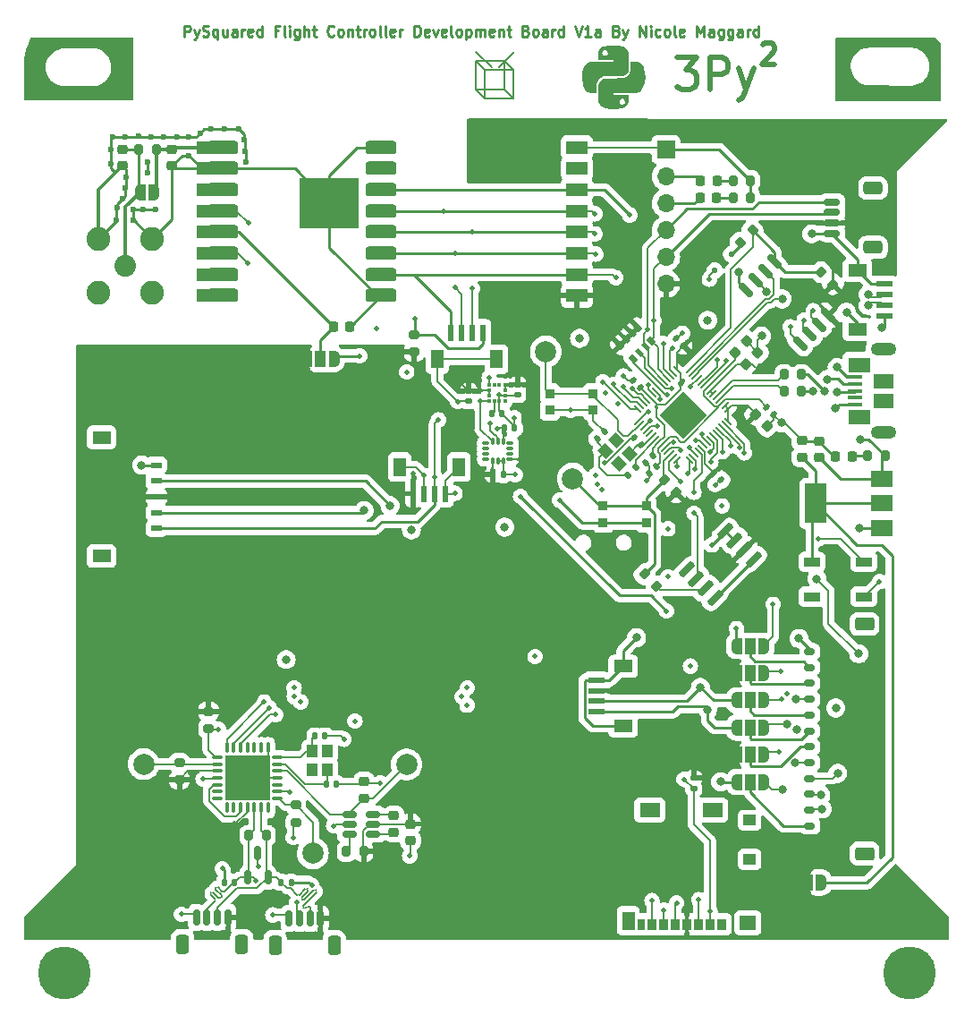
<source format=gbr>
%TF.GenerationSoftware,KiCad,Pcbnew,7.0.1*%
%TF.CreationDate,2024-01-18T22:26:37-07:00*%
%TF.ProjectId,flight_computer_dev_board_rfm98pw,666c6967-6874-45f6-936f-6d7075746572,rev?*%
%TF.SameCoordinates,Original*%
%TF.FileFunction,Copper,L1,Top*%
%TF.FilePolarity,Positive*%
%FSLAX46Y46*%
G04 Gerber Fmt 4.6, Leading zero omitted, Abs format (unit mm)*
G04 Created by KiCad (PCBNEW 7.0.1) date 2024-01-18 22:26:37*
%MOMM*%
%LPD*%
G01*
G04 APERTURE LIST*
G04 Aperture macros list*
%AMRoundRect*
0 Rectangle with rounded corners*
0 $1 Rounding radius*
0 $2 $3 $4 $5 $6 $7 $8 $9 X,Y pos of 4 corners*
0 Add a 4 corners polygon primitive as box body*
4,1,4,$2,$3,$4,$5,$6,$7,$8,$9,$2,$3,0*
0 Add four circle primitives for the rounded corners*
1,1,$1+$1,$2,$3*
1,1,$1+$1,$4,$5*
1,1,$1+$1,$6,$7*
1,1,$1+$1,$8,$9*
0 Add four rect primitives between the rounded corners*
20,1,$1+$1,$2,$3,$4,$5,0*
20,1,$1+$1,$4,$5,$6,$7,0*
20,1,$1+$1,$6,$7,$8,$9,0*
20,1,$1+$1,$8,$9,$2,$3,0*%
%AMRotRect*
0 Rectangle, with rotation*
0 The origin of the aperture is its center*
0 $1 length*
0 $2 width*
0 $3 Rotation angle, in degrees counterclockwise*
0 Add horizontal line*
21,1,$1,$2,0,0,$3*%
%AMFreePoly0*
4,1,19,0.550000,-0.750000,0.000000,-0.750000,0.000000,-0.744911,-0.071157,-0.744911,-0.207708,-0.704816,-0.327430,-0.627875,-0.420627,-0.520320,-0.479746,-0.390866,-0.500000,-0.250000,-0.500000,0.250000,-0.479746,0.390866,-0.420627,0.520320,-0.327430,0.627875,-0.207708,0.704816,-0.071157,0.744911,0.000000,0.744911,0.000000,0.750000,0.550000,0.750000,0.550000,-0.750000,0.550000,-0.750000,
$1*%
%AMFreePoly1*
4,1,19,0.000000,0.744911,0.071157,0.744911,0.207708,0.704816,0.327430,0.627875,0.420627,0.520320,0.479746,0.390866,0.500000,0.250000,0.500000,-0.250000,0.479746,-0.390866,0.420627,-0.520320,0.327430,-0.627875,0.207708,-0.704816,0.071157,-0.744911,0.000000,-0.744911,0.000000,-0.750000,-0.550000,-0.750000,-0.550000,0.750000,0.000000,0.750000,0.000000,0.744911,0.000000,0.744911,
$1*%
%AMFreePoly2*
4,1,19,0.500000,-0.750000,0.000000,-0.750000,0.000000,-0.744911,-0.071157,-0.744911,-0.207708,-0.704816,-0.327430,-0.627875,-0.420627,-0.520320,-0.479746,-0.390866,-0.500000,-0.250000,-0.500000,0.250000,-0.479746,0.390866,-0.420627,0.520320,-0.327430,0.627875,-0.207708,0.704816,-0.071157,0.744911,0.000000,0.744911,0.000000,0.750000,0.500000,0.750000,0.500000,-0.750000,0.500000,-0.750000,
$1*%
%AMFreePoly3*
4,1,19,0.000000,0.744911,0.071157,0.744911,0.207708,0.704816,0.327430,0.627875,0.420627,0.520320,0.479746,0.390866,0.500000,0.250000,0.500000,-0.250000,0.479746,-0.390866,0.420627,-0.520320,0.327430,-0.627875,0.207708,-0.704816,0.071157,-0.744911,0.000000,-0.744911,0.000000,-0.750000,-0.500000,-0.750000,-0.500000,0.750000,0.000000,0.750000,0.000000,0.744911,0.000000,0.744911,
$1*%
G04 Aperture macros list end*
%TA.AperFunction,NonConductor*%
%ADD10C,0.200000*%
%TD*%
%ADD11C,0.500000*%
%TA.AperFunction,NonConductor*%
%ADD12C,0.500000*%
%TD*%
%ADD13C,0.250000*%
%TA.AperFunction,NonConductor*%
%ADD14C,0.250000*%
%TD*%
%TA.AperFunction,SMDPad,CuDef*%
%ADD15RoundRect,0.150000X0.150000X0.625000X-0.150000X0.625000X-0.150000X-0.625000X0.150000X-0.625000X0*%
%TD*%
%TA.AperFunction,SMDPad,CuDef*%
%ADD16RoundRect,0.250000X0.350000X0.650000X-0.350000X0.650000X-0.350000X-0.650000X0.350000X-0.650000X0*%
%TD*%
%TA.AperFunction,ComponentPad*%
%ADD17C,2.000000*%
%TD*%
%TA.AperFunction,SMDPad,CuDef*%
%ADD18FreePoly0,0.000000*%
%TD*%
%TA.AperFunction,SMDPad,CuDef*%
%ADD19R,1.000000X1.500000*%
%TD*%
%TA.AperFunction,SMDPad,CuDef*%
%ADD20FreePoly1,0.000000*%
%TD*%
%TA.AperFunction,SMDPad,CuDef*%
%ADD21RoundRect,0.140000X-0.021213X0.219203X-0.219203X0.021213X0.021213X-0.219203X0.219203X-0.021213X0*%
%TD*%
%TA.AperFunction,SMDPad,CuDef*%
%ADD22RoundRect,0.225000X0.250000X-0.225000X0.250000X0.225000X-0.250000X0.225000X-0.250000X-0.225000X0*%
%TD*%
%TA.AperFunction,SMDPad,CuDef*%
%ADD23RoundRect,0.200000X-0.200000X-0.275000X0.200000X-0.275000X0.200000X0.275000X-0.200000X0.275000X0*%
%TD*%
%TA.AperFunction,SMDPad,CuDef*%
%ADD24RoundRect,0.135000X0.185000X-0.135000X0.185000X0.135000X-0.185000X0.135000X-0.185000X-0.135000X0*%
%TD*%
%TA.AperFunction,ComponentPad*%
%ADD25C,2.050000*%
%TD*%
%TA.AperFunction,ComponentPad*%
%ADD26C,2.250000*%
%TD*%
%TA.AperFunction,SMDPad,CuDef*%
%ADD27RoundRect,0.225000X-0.250000X0.225000X-0.250000X-0.225000X0.250000X-0.225000X0.250000X0.225000X0*%
%TD*%
%TA.AperFunction,SMDPad,CuDef*%
%ADD28R,2.000000X1.500000*%
%TD*%
%TA.AperFunction,SMDPad,CuDef*%
%ADD29R,2.000000X3.800000*%
%TD*%
%TA.AperFunction,SMDPad,CuDef*%
%ADD30R,1.550000X0.600000*%
%TD*%
%TA.AperFunction,SMDPad,CuDef*%
%ADD31R,1.800000X1.200000*%
%TD*%
%TA.AperFunction,SMDPad,CuDef*%
%ADD32RoundRect,0.200000X-0.275000X0.200000X-0.275000X-0.200000X0.275000X-0.200000X0.275000X0.200000X0*%
%TD*%
%TA.AperFunction,SMDPad,CuDef*%
%ADD33RoundRect,0.140000X0.021213X-0.219203X0.219203X-0.021213X-0.021213X0.219203X-0.219203X0.021213X0*%
%TD*%
%TA.AperFunction,SMDPad,CuDef*%
%ADD34RoundRect,0.218750X0.218750X0.256250X-0.218750X0.256250X-0.218750X-0.256250X0.218750X-0.256250X0*%
%TD*%
%TA.AperFunction,SMDPad,CuDef*%
%ADD35RotRect,0.800000X0.500000X135.000000*%
%TD*%
%TA.AperFunction,SMDPad,CuDef*%
%ADD36RotRect,0.800000X0.400000X135.000000*%
%TD*%
%TA.AperFunction,SMDPad,CuDef*%
%ADD37RoundRect,0.218750X-0.218750X-0.256250X0.218750X-0.256250X0.218750X0.256250X-0.218750X0.256250X0*%
%TD*%
%TA.AperFunction,SMDPad,CuDef*%
%ADD38R,0.900000X0.900000*%
%TD*%
%TA.AperFunction,SMDPad,CuDef*%
%ADD39RoundRect,0.140000X-0.140000X-0.170000X0.140000X-0.170000X0.140000X0.170000X-0.140000X0.170000X0*%
%TD*%
%TA.AperFunction,SMDPad,CuDef*%
%ADD40RoundRect,0.140000X-0.170000X0.140000X-0.170000X-0.140000X0.170000X-0.140000X0.170000X0.140000X0*%
%TD*%
%TA.AperFunction,SMDPad,CuDef*%
%ADD41RoundRect,0.200000X0.200000X0.275000X-0.200000X0.275000X-0.200000X-0.275000X0.200000X-0.275000X0*%
%TD*%
%TA.AperFunction,SMDPad,CuDef*%
%ADD42RoundRect,0.225000X0.017678X-0.335876X0.335876X-0.017678X-0.017678X0.335876X-0.335876X0.017678X0*%
%TD*%
%TA.AperFunction,SMDPad,CuDef*%
%ADD43R,0.600000X1.550000*%
%TD*%
%TA.AperFunction,SMDPad,CuDef*%
%ADD44R,1.200000X1.800000*%
%TD*%
%TA.AperFunction,SMDPad,CuDef*%
%ADD45RoundRect,0.135000X-0.035355X0.226274X-0.226274X0.035355X0.035355X-0.226274X0.226274X-0.035355X0*%
%TD*%
%TA.AperFunction,SMDPad,CuDef*%
%ADD46RotRect,1.150000X1.000000X315.000000*%
%TD*%
%TA.AperFunction,SMDPad,CuDef*%
%ADD47RoundRect,0.140000X0.219203X0.021213X0.021213X0.219203X-0.219203X-0.021213X-0.021213X-0.219203X0*%
%TD*%
%TA.AperFunction,SMDPad,CuDef*%
%ADD48RoundRect,0.140000X0.140000X0.170000X-0.140000X0.170000X-0.140000X-0.170000X0.140000X-0.170000X0*%
%TD*%
%TA.AperFunction,SMDPad,CuDef*%
%ADD49R,1.800000X1.250000*%
%TD*%
%TA.AperFunction,SMDPad,CuDef*%
%ADD50R,1.000000X0.600000*%
%TD*%
%TA.AperFunction,SMDPad,CuDef*%
%ADD51FreePoly2,0.000000*%
%TD*%
%TA.AperFunction,SMDPad,CuDef*%
%ADD52FreePoly3,0.000000*%
%TD*%
%TA.AperFunction,SMDPad,CuDef*%
%ADD53R,1.000000X1.150000*%
%TD*%
%TA.AperFunction,SMDPad,CuDef*%
%ADD54RoundRect,0.150000X-0.512500X-0.150000X0.512500X-0.150000X0.512500X0.150000X-0.512500X0.150000X0*%
%TD*%
%TA.AperFunction,ComponentPad*%
%ADD55C,5.000000*%
%TD*%
%TA.AperFunction,SMDPad,CuDef*%
%ADD56RoundRect,0.150000X0.150000X-0.512500X0.150000X0.512500X-0.150000X0.512500X-0.150000X-0.512500X0*%
%TD*%
%TA.AperFunction,SMDPad,CuDef*%
%ADD57RoundRect,0.200000X0.335876X0.053033X0.053033X0.335876X-0.335876X-0.053033X-0.053033X-0.335876X0*%
%TD*%
%TA.AperFunction,SMDPad,CuDef*%
%ADD58R,2.000000X1.300000*%
%TD*%
%TA.AperFunction,SMDPad,CuDef*%
%ADD59R,5.699999X4.800001*%
%TD*%
%TA.AperFunction,SMDPad,CuDef*%
%ADD60RoundRect,0.087500X-0.225000X-0.087500X0.225000X-0.087500X0.225000X0.087500X-0.225000X0.087500X0*%
%TD*%
%TA.AperFunction,SMDPad,CuDef*%
%ADD61RoundRect,0.087500X-0.087500X-0.225000X0.087500X-0.225000X0.087500X0.225000X-0.087500X0.225000X0*%
%TD*%
%TA.AperFunction,SMDPad,CuDef*%
%ADD62RoundRect,0.225000X-0.335876X-0.017678X-0.017678X-0.335876X0.335876X0.017678X0.017678X0.335876X0*%
%TD*%
%TA.AperFunction,SMDPad,CuDef*%
%ADD63RoundRect,0.150000X-0.565685X0.353553X0.353553X-0.565685X0.565685X-0.353553X-0.353553X0.565685X0*%
%TD*%
%TA.AperFunction,SMDPad,CuDef*%
%ADD64RoundRect,0.140000X-0.219203X-0.021213X-0.021213X-0.219203X0.219203X0.021213X0.021213X0.219203X0*%
%TD*%
%TA.AperFunction,SMDPad,CuDef*%
%ADD65R,1.500000X0.900000*%
%TD*%
%TA.AperFunction,SMDPad,CuDef*%
%ADD66RoundRect,0.125000X0.000000X-0.176777X0.176777X0.000000X0.000000X0.176777X-0.176777X0.000000X0*%
%TD*%
%TA.AperFunction,SMDPad,CuDef*%
%ADD67R,1.170000X1.800000*%
%TD*%
%TA.AperFunction,SMDPad,CuDef*%
%ADD68R,1.900000X1.350000*%
%TD*%
%TA.AperFunction,SMDPad,CuDef*%
%ADD69R,1.550000X1.350000*%
%TD*%
%TA.AperFunction,SMDPad,CuDef*%
%ADD70R,1.200000X1.000000*%
%TD*%
%TA.AperFunction,SMDPad,CuDef*%
%ADD71R,0.750000X1.100000*%
%TD*%
%TA.AperFunction,SMDPad,CuDef*%
%ADD72R,0.850000X1.100000*%
%TD*%
%TA.AperFunction,SMDPad,CuDef*%
%ADD73RoundRect,0.250000X0.650000X-0.350000X0.650000X0.350000X-0.650000X0.350000X-0.650000X-0.350000X0*%
%TD*%
%TA.AperFunction,SMDPad,CuDef*%
%ADD74RoundRect,0.150000X0.625000X-0.150000X0.625000X0.150000X-0.625000X0.150000X-0.625000X-0.150000X0*%
%TD*%
%TA.AperFunction,SMDPad,CuDef*%
%ADD75RoundRect,0.200000X0.275000X-0.200000X0.275000X0.200000X-0.275000X0.200000X-0.275000X-0.200000X0*%
%TD*%
%TA.AperFunction,ComponentPad*%
%ADD76C,0.500000*%
%TD*%
%TA.AperFunction,SMDPad,CuDef*%
%ADD77RotRect,3.200000X3.200000X315.000000*%
%TD*%
%TA.AperFunction,SMDPad,CuDef*%
%ADD78RoundRect,0.050000X-0.309359X-0.238649X-0.238649X-0.309359X0.309359X0.238649X0.238649X0.309359X0*%
%TD*%
%TA.AperFunction,SMDPad,CuDef*%
%ADD79RoundRect,0.050000X-0.309359X0.238649X0.238649X-0.309359X0.309359X-0.238649X-0.238649X0.309359X0*%
%TD*%
%TA.AperFunction,SMDPad,CuDef*%
%ADD80RoundRect,0.317500X1.157500X0.317500X-1.157500X0.317500X-1.157500X-0.317500X1.157500X-0.317500X0*%
%TD*%
%TA.AperFunction,SMDPad,CuDef*%
%ADD81R,0.375000X0.350000*%
%TD*%
%TA.AperFunction,SMDPad,CuDef*%
%ADD82R,0.350000X0.375000*%
%TD*%
%TA.AperFunction,SMDPad,CuDef*%
%ADD83RoundRect,0.225000X0.225000X0.250000X-0.225000X0.250000X-0.225000X-0.250000X0.225000X-0.250000X0*%
%TD*%
%TA.AperFunction,SMDPad,CuDef*%
%ADD84R,4.250000X4.250000*%
%TD*%
%TA.AperFunction,SMDPad,CuDef*%
%ADD85RoundRect,0.075000X-0.075000X-0.437500X0.075000X-0.437500X0.075000X0.437500X-0.075000X0.437500X0*%
%TD*%
%TA.AperFunction,SMDPad,CuDef*%
%ADD86RoundRect,0.075000X-0.437500X-0.075000X0.437500X-0.075000X0.437500X0.075000X-0.437500X0.075000X0*%
%TD*%
%TA.AperFunction,SMDPad,CuDef*%
%ADD87RoundRect,0.250000X0.650000X-0.375000X0.650000X0.375000X-0.650000X0.375000X-0.650000X-0.375000X0*%
%TD*%
%TA.AperFunction,SMDPad,CuDef*%
%ADD88RoundRect,0.150000X0.350000X-0.150000X0.350000X0.150000X-0.350000X0.150000X-0.350000X-0.150000X0*%
%TD*%
%TA.AperFunction,SMDPad,CuDef*%
%ADD89RoundRect,0.200000X-0.335876X-0.053033X-0.053033X-0.335876X0.335876X0.053033X0.053033X0.335876X0*%
%TD*%
%TA.AperFunction,SMDPad,CuDef*%
%ADD90RoundRect,0.150000X0.406586X0.618718X-0.618718X-0.406586X-0.406586X-0.618718X0.618718X0.406586X0*%
%TD*%
%TA.AperFunction,SMDPad,CuDef*%
%ADD91RoundRect,0.200000X-0.053033X0.335876X-0.335876X0.053033X0.053033X-0.335876X0.335876X-0.053033X0*%
%TD*%
%TA.AperFunction,ComponentPad*%
%ADD92O,2.416000X1.208000*%
%TD*%
%TA.AperFunction,SMDPad,CuDef*%
%ADD93R,2.100000X1.475000*%
%TD*%
%TA.AperFunction,SMDPad,CuDef*%
%ADD94R,1.900000X1.375000*%
%TD*%
%TA.AperFunction,SMDPad,CuDef*%
%ADD95R,1.380000X0.450000*%
%TD*%
%TA.AperFunction,ComponentPad*%
%ADD96R,1.700000X1.700000*%
%TD*%
%TA.AperFunction,ComponentPad*%
%ADD97O,1.700000X1.700000*%
%TD*%
%TA.AperFunction,ViaPad*%
%ADD98C,0.460000*%
%TD*%
%TA.AperFunction,ViaPad*%
%ADD99C,0.800000*%
%TD*%
%TA.AperFunction,ViaPad*%
%ADD100C,0.600000*%
%TD*%
%TA.AperFunction,Conductor*%
%ADD101C,0.127000*%
%TD*%
%TA.AperFunction,Conductor*%
%ADD102C,0.250000*%
%TD*%
%TA.AperFunction,Conductor*%
%ADD103C,0.300000*%
%TD*%
%TA.AperFunction,Conductor*%
%ADD104C,0.200000*%
%TD*%
G04 APERTURE END LIST*
D10*
X187190000Y-55370000D02*
X186340000Y-54520000D01*
X189040000Y-51820000D02*
X189890000Y-52670000D01*
X187840000Y-52410000D02*
X186360000Y-50930000D01*
X186340000Y-54520000D02*
X189040000Y-54520000D01*
X187190000Y-52670000D02*
X187190000Y-55370000D01*
X189890000Y-52670000D02*
X187190000Y-52670000D01*
X189040000Y-51820000D02*
X186340000Y-51820000D01*
X188520000Y-52390000D02*
X189990000Y-50920000D01*
X189040000Y-54520000D02*
X189040000Y-51820000D01*
X186340000Y-54520000D02*
X186340000Y-51820000D01*
X186340000Y-51820000D02*
X187190000Y-52670000D01*
X187190000Y-55370000D02*
X189890000Y-55370000D01*
X189040000Y-54520000D02*
X189890000Y-55370000D01*
X189890000Y-55370000D02*
X189890000Y-52670000D01*
D11*
D12*
X213498571Y-50315714D02*
X213593809Y-50220476D01*
X213593809Y-50220476D02*
X213784285Y-50125238D01*
X213784285Y-50125238D02*
X214260476Y-50125238D01*
X214260476Y-50125238D02*
X214450952Y-50220476D01*
X214450952Y-50220476D02*
X214546190Y-50315714D01*
X214546190Y-50315714D02*
X214641428Y-50506190D01*
X214641428Y-50506190D02*
X214641428Y-50696666D01*
X214641428Y-50696666D02*
X214546190Y-50982380D01*
X214546190Y-50982380D02*
X213403333Y-52125238D01*
X213403333Y-52125238D02*
X214641428Y-52125238D01*
D11*
D12*
X205367143Y-51507857D02*
X207224286Y-51507857D01*
X207224286Y-51507857D02*
X206224286Y-52650714D01*
X206224286Y-52650714D02*
X206652857Y-52650714D01*
X206652857Y-52650714D02*
X206938572Y-52793571D01*
X206938572Y-52793571D02*
X207081429Y-52936428D01*
X207081429Y-52936428D02*
X207224286Y-53222142D01*
X207224286Y-53222142D02*
X207224286Y-53936428D01*
X207224286Y-53936428D02*
X207081429Y-54222142D01*
X207081429Y-54222142D02*
X206938572Y-54365000D01*
X206938572Y-54365000D02*
X206652857Y-54507857D01*
X206652857Y-54507857D02*
X205795714Y-54507857D01*
X205795714Y-54507857D02*
X205510000Y-54365000D01*
X205510000Y-54365000D02*
X205367143Y-54222142D01*
X208510000Y-54507857D02*
X208510000Y-51507857D01*
X208510000Y-51507857D02*
X209652857Y-51507857D01*
X209652857Y-51507857D02*
X209938572Y-51650714D01*
X209938572Y-51650714D02*
X210081429Y-51793571D01*
X210081429Y-51793571D02*
X210224286Y-52079285D01*
X210224286Y-52079285D02*
X210224286Y-52507857D01*
X210224286Y-52507857D02*
X210081429Y-52793571D01*
X210081429Y-52793571D02*
X209938572Y-52936428D01*
X209938572Y-52936428D02*
X209652857Y-53079285D01*
X209652857Y-53079285D02*
X208510000Y-53079285D01*
X211224286Y-52507857D02*
X211938572Y-54507857D01*
X212652857Y-52507857D02*
X211938572Y-54507857D01*
X211938572Y-54507857D02*
X211652857Y-55222142D01*
X211652857Y-55222142D02*
X211510000Y-55365000D01*
X211510000Y-55365000D02*
X211224286Y-55507857D01*
D13*
D14*
X158753328Y-49477619D02*
X158753328Y-48477619D01*
X158753328Y-48477619D02*
X159134280Y-48477619D01*
X159134280Y-48477619D02*
X159229518Y-48525238D01*
X159229518Y-48525238D02*
X159277137Y-48572857D01*
X159277137Y-48572857D02*
X159324756Y-48668095D01*
X159324756Y-48668095D02*
X159324756Y-48810952D01*
X159324756Y-48810952D02*
X159277137Y-48906190D01*
X159277137Y-48906190D02*
X159229518Y-48953809D01*
X159229518Y-48953809D02*
X159134280Y-49001428D01*
X159134280Y-49001428D02*
X158753328Y-49001428D01*
X159658090Y-48810952D02*
X159896185Y-49477619D01*
X160134280Y-48810952D02*
X159896185Y-49477619D01*
X159896185Y-49477619D02*
X159800947Y-49715714D01*
X159800947Y-49715714D02*
X159753328Y-49763333D01*
X159753328Y-49763333D02*
X159658090Y-49810952D01*
X160467614Y-49430000D02*
X160610471Y-49477619D01*
X160610471Y-49477619D02*
X160848566Y-49477619D01*
X160848566Y-49477619D02*
X160943804Y-49430000D01*
X160943804Y-49430000D02*
X160991423Y-49382380D01*
X160991423Y-49382380D02*
X161039042Y-49287142D01*
X161039042Y-49287142D02*
X161039042Y-49191904D01*
X161039042Y-49191904D02*
X160991423Y-49096666D01*
X160991423Y-49096666D02*
X160943804Y-49049047D01*
X160943804Y-49049047D02*
X160848566Y-49001428D01*
X160848566Y-49001428D02*
X160658090Y-48953809D01*
X160658090Y-48953809D02*
X160562852Y-48906190D01*
X160562852Y-48906190D02*
X160515233Y-48858571D01*
X160515233Y-48858571D02*
X160467614Y-48763333D01*
X160467614Y-48763333D02*
X160467614Y-48668095D01*
X160467614Y-48668095D02*
X160515233Y-48572857D01*
X160515233Y-48572857D02*
X160562852Y-48525238D01*
X160562852Y-48525238D02*
X160658090Y-48477619D01*
X160658090Y-48477619D02*
X160896185Y-48477619D01*
X160896185Y-48477619D02*
X161039042Y-48525238D01*
X161896185Y-48810952D02*
X161896185Y-49810952D01*
X161896185Y-49430000D02*
X161800947Y-49477619D01*
X161800947Y-49477619D02*
X161610471Y-49477619D01*
X161610471Y-49477619D02*
X161515233Y-49430000D01*
X161515233Y-49430000D02*
X161467614Y-49382380D01*
X161467614Y-49382380D02*
X161419995Y-49287142D01*
X161419995Y-49287142D02*
X161419995Y-49001428D01*
X161419995Y-49001428D02*
X161467614Y-48906190D01*
X161467614Y-48906190D02*
X161515233Y-48858571D01*
X161515233Y-48858571D02*
X161610471Y-48810952D01*
X161610471Y-48810952D02*
X161800947Y-48810952D01*
X161800947Y-48810952D02*
X161896185Y-48858571D01*
X162800947Y-48810952D02*
X162800947Y-49477619D01*
X162372376Y-48810952D02*
X162372376Y-49334761D01*
X162372376Y-49334761D02*
X162419995Y-49430000D01*
X162419995Y-49430000D02*
X162515233Y-49477619D01*
X162515233Y-49477619D02*
X162658090Y-49477619D01*
X162658090Y-49477619D02*
X162753328Y-49430000D01*
X162753328Y-49430000D02*
X162800947Y-49382380D01*
X163705709Y-49477619D02*
X163705709Y-48953809D01*
X163705709Y-48953809D02*
X163658090Y-48858571D01*
X163658090Y-48858571D02*
X163562852Y-48810952D01*
X163562852Y-48810952D02*
X163372376Y-48810952D01*
X163372376Y-48810952D02*
X163277138Y-48858571D01*
X163705709Y-49430000D02*
X163610471Y-49477619D01*
X163610471Y-49477619D02*
X163372376Y-49477619D01*
X163372376Y-49477619D02*
X163277138Y-49430000D01*
X163277138Y-49430000D02*
X163229519Y-49334761D01*
X163229519Y-49334761D02*
X163229519Y-49239523D01*
X163229519Y-49239523D02*
X163277138Y-49144285D01*
X163277138Y-49144285D02*
X163372376Y-49096666D01*
X163372376Y-49096666D02*
X163610471Y-49096666D01*
X163610471Y-49096666D02*
X163705709Y-49049047D01*
X164181900Y-49477619D02*
X164181900Y-48810952D01*
X164181900Y-49001428D02*
X164229519Y-48906190D01*
X164229519Y-48906190D02*
X164277138Y-48858571D01*
X164277138Y-48858571D02*
X164372376Y-48810952D01*
X164372376Y-48810952D02*
X164467614Y-48810952D01*
X165181900Y-49430000D02*
X165086662Y-49477619D01*
X165086662Y-49477619D02*
X164896186Y-49477619D01*
X164896186Y-49477619D02*
X164800948Y-49430000D01*
X164800948Y-49430000D02*
X164753329Y-49334761D01*
X164753329Y-49334761D02*
X164753329Y-48953809D01*
X164753329Y-48953809D02*
X164800948Y-48858571D01*
X164800948Y-48858571D02*
X164896186Y-48810952D01*
X164896186Y-48810952D02*
X165086662Y-48810952D01*
X165086662Y-48810952D02*
X165181900Y-48858571D01*
X165181900Y-48858571D02*
X165229519Y-48953809D01*
X165229519Y-48953809D02*
X165229519Y-49049047D01*
X165229519Y-49049047D02*
X164753329Y-49144285D01*
X166086662Y-49477619D02*
X166086662Y-48477619D01*
X166086662Y-49430000D02*
X165991424Y-49477619D01*
X165991424Y-49477619D02*
X165800948Y-49477619D01*
X165800948Y-49477619D02*
X165705710Y-49430000D01*
X165705710Y-49430000D02*
X165658091Y-49382380D01*
X165658091Y-49382380D02*
X165610472Y-49287142D01*
X165610472Y-49287142D02*
X165610472Y-49001428D01*
X165610472Y-49001428D02*
X165658091Y-48906190D01*
X165658091Y-48906190D02*
X165705710Y-48858571D01*
X165705710Y-48858571D02*
X165800948Y-48810952D01*
X165800948Y-48810952D02*
X165991424Y-48810952D01*
X165991424Y-48810952D02*
X166086662Y-48858571D01*
X167658091Y-48953809D02*
X167324758Y-48953809D01*
X167324758Y-49477619D02*
X167324758Y-48477619D01*
X167324758Y-48477619D02*
X167800948Y-48477619D01*
X168324758Y-49477619D02*
X168229520Y-49430000D01*
X168229520Y-49430000D02*
X168181901Y-49334761D01*
X168181901Y-49334761D02*
X168181901Y-48477619D01*
X168705711Y-49477619D02*
X168705711Y-48810952D01*
X168705711Y-48477619D02*
X168658092Y-48525238D01*
X168658092Y-48525238D02*
X168705711Y-48572857D01*
X168705711Y-48572857D02*
X168753330Y-48525238D01*
X168753330Y-48525238D02*
X168705711Y-48477619D01*
X168705711Y-48477619D02*
X168705711Y-48572857D01*
X169610472Y-48810952D02*
X169610472Y-49620476D01*
X169610472Y-49620476D02*
X169562853Y-49715714D01*
X169562853Y-49715714D02*
X169515234Y-49763333D01*
X169515234Y-49763333D02*
X169419996Y-49810952D01*
X169419996Y-49810952D02*
X169277139Y-49810952D01*
X169277139Y-49810952D02*
X169181901Y-49763333D01*
X169610472Y-49430000D02*
X169515234Y-49477619D01*
X169515234Y-49477619D02*
X169324758Y-49477619D01*
X169324758Y-49477619D02*
X169229520Y-49430000D01*
X169229520Y-49430000D02*
X169181901Y-49382380D01*
X169181901Y-49382380D02*
X169134282Y-49287142D01*
X169134282Y-49287142D02*
X169134282Y-49001428D01*
X169134282Y-49001428D02*
X169181901Y-48906190D01*
X169181901Y-48906190D02*
X169229520Y-48858571D01*
X169229520Y-48858571D02*
X169324758Y-48810952D01*
X169324758Y-48810952D02*
X169515234Y-48810952D01*
X169515234Y-48810952D02*
X169610472Y-48858571D01*
X170086663Y-49477619D02*
X170086663Y-48477619D01*
X170515234Y-49477619D02*
X170515234Y-48953809D01*
X170515234Y-48953809D02*
X170467615Y-48858571D01*
X170467615Y-48858571D02*
X170372377Y-48810952D01*
X170372377Y-48810952D02*
X170229520Y-48810952D01*
X170229520Y-48810952D02*
X170134282Y-48858571D01*
X170134282Y-48858571D02*
X170086663Y-48906190D01*
X170848568Y-48810952D02*
X171229520Y-48810952D01*
X170991425Y-48477619D02*
X170991425Y-49334761D01*
X170991425Y-49334761D02*
X171039044Y-49430000D01*
X171039044Y-49430000D02*
X171134282Y-49477619D01*
X171134282Y-49477619D02*
X171229520Y-49477619D01*
X172896187Y-49382380D02*
X172848568Y-49430000D01*
X172848568Y-49430000D02*
X172705711Y-49477619D01*
X172705711Y-49477619D02*
X172610473Y-49477619D01*
X172610473Y-49477619D02*
X172467616Y-49430000D01*
X172467616Y-49430000D02*
X172372378Y-49334761D01*
X172372378Y-49334761D02*
X172324759Y-49239523D01*
X172324759Y-49239523D02*
X172277140Y-49049047D01*
X172277140Y-49049047D02*
X172277140Y-48906190D01*
X172277140Y-48906190D02*
X172324759Y-48715714D01*
X172324759Y-48715714D02*
X172372378Y-48620476D01*
X172372378Y-48620476D02*
X172467616Y-48525238D01*
X172467616Y-48525238D02*
X172610473Y-48477619D01*
X172610473Y-48477619D02*
X172705711Y-48477619D01*
X172705711Y-48477619D02*
X172848568Y-48525238D01*
X172848568Y-48525238D02*
X172896187Y-48572857D01*
X173467616Y-49477619D02*
X173372378Y-49430000D01*
X173372378Y-49430000D02*
X173324759Y-49382380D01*
X173324759Y-49382380D02*
X173277140Y-49287142D01*
X173277140Y-49287142D02*
X173277140Y-49001428D01*
X173277140Y-49001428D02*
X173324759Y-48906190D01*
X173324759Y-48906190D02*
X173372378Y-48858571D01*
X173372378Y-48858571D02*
X173467616Y-48810952D01*
X173467616Y-48810952D02*
X173610473Y-48810952D01*
X173610473Y-48810952D02*
X173705711Y-48858571D01*
X173705711Y-48858571D02*
X173753330Y-48906190D01*
X173753330Y-48906190D02*
X173800949Y-49001428D01*
X173800949Y-49001428D02*
X173800949Y-49287142D01*
X173800949Y-49287142D02*
X173753330Y-49382380D01*
X173753330Y-49382380D02*
X173705711Y-49430000D01*
X173705711Y-49430000D02*
X173610473Y-49477619D01*
X173610473Y-49477619D02*
X173467616Y-49477619D01*
X174229521Y-48810952D02*
X174229521Y-49477619D01*
X174229521Y-48906190D02*
X174277140Y-48858571D01*
X174277140Y-48858571D02*
X174372378Y-48810952D01*
X174372378Y-48810952D02*
X174515235Y-48810952D01*
X174515235Y-48810952D02*
X174610473Y-48858571D01*
X174610473Y-48858571D02*
X174658092Y-48953809D01*
X174658092Y-48953809D02*
X174658092Y-49477619D01*
X174991426Y-48810952D02*
X175372378Y-48810952D01*
X175134283Y-48477619D02*
X175134283Y-49334761D01*
X175134283Y-49334761D02*
X175181902Y-49430000D01*
X175181902Y-49430000D02*
X175277140Y-49477619D01*
X175277140Y-49477619D02*
X175372378Y-49477619D01*
X175705712Y-49477619D02*
X175705712Y-48810952D01*
X175705712Y-49001428D02*
X175753331Y-48906190D01*
X175753331Y-48906190D02*
X175800950Y-48858571D01*
X175800950Y-48858571D02*
X175896188Y-48810952D01*
X175896188Y-48810952D02*
X175991426Y-48810952D01*
X176467617Y-49477619D02*
X176372379Y-49430000D01*
X176372379Y-49430000D02*
X176324760Y-49382380D01*
X176324760Y-49382380D02*
X176277141Y-49287142D01*
X176277141Y-49287142D02*
X176277141Y-49001428D01*
X176277141Y-49001428D02*
X176324760Y-48906190D01*
X176324760Y-48906190D02*
X176372379Y-48858571D01*
X176372379Y-48858571D02*
X176467617Y-48810952D01*
X176467617Y-48810952D02*
X176610474Y-48810952D01*
X176610474Y-48810952D02*
X176705712Y-48858571D01*
X176705712Y-48858571D02*
X176753331Y-48906190D01*
X176753331Y-48906190D02*
X176800950Y-49001428D01*
X176800950Y-49001428D02*
X176800950Y-49287142D01*
X176800950Y-49287142D02*
X176753331Y-49382380D01*
X176753331Y-49382380D02*
X176705712Y-49430000D01*
X176705712Y-49430000D02*
X176610474Y-49477619D01*
X176610474Y-49477619D02*
X176467617Y-49477619D01*
X177372379Y-49477619D02*
X177277141Y-49430000D01*
X177277141Y-49430000D02*
X177229522Y-49334761D01*
X177229522Y-49334761D02*
X177229522Y-48477619D01*
X177896189Y-49477619D02*
X177800951Y-49430000D01*
X177800951Y-49430000D02*
X177753332Y-49334761D01*
X177753332Y-49334761D02*
X177753332Y-48477619D01*
X178658094Y-49430000D02*
X178562856Y-49477619D01*
X178562856Y-49477619D02*
X178372380Y-49477619D01*
X178372380Y-49477619D02*
X178277142Y-49430000D01*
X178277142Y-49430000D02*
X178229523Y-49334761D01*
X178229523Y-49334761D02*
X178229523Y-48953809D01*
X178229523Y-48953809D02*
X178277142Y-48858571D01*
X178277142Y-48858571D02*
X178372380Y-48810952D01*
X178372380Y-48810952D02*
X178562856Y-48810952D01*
X178562856Y-48810952D02*
X178658094Y-48858571D01*
X178658094Y-48858571D02*
X178705713Y-48953809D01*
X178705713Y-48953809D02*
X178705713Y-49049047D01*
X178705713Y-49049047D02*
X178229523Y-49144285D01*
X179134285Y-49477619D02*
X179134285Y-48810952D01*
X179134285Y-49001428D02*
X179181904Y-48906190D01*
X179181904Y-48906190D02*
X179229523Y-48858571D01*
X179229523Y-48858571D02*
X179324761Y-48810952D01*
X179324761Y-48810952D02*
X179419999Y-48810952D01*
X180515238Y-49477619D02*
X180515238Y-48477619D01*
X180515238Y-48477619D02*
X180753333Y-48477619D01*
X180753333Y-48477619D02*
X180896190Y-48525238D01*
X180896190Y-48525238D02*
X180991428Y-48620476D01*
X180991428Y-48620476D02*
X181039047Y-48715714D01*
X181039047Y-48715714D02*
X181086666Y-48906190D01*
X181086666Y-48906190D02*
X181086666Y-49049047D01*
X181086666Y-49049047D02*
X181039047Y-49239523D01*
X181039047Y-49239523D02*
X180991428Y-49334761D01*
X180991428Y-49334761D02*
X180896190Y-49430000D01*
X180896190Y-49430000D02*
X180753333Y-49477619D01*
X180753333Y-49477619D02*
X180515238Y-49477619D01*
X181896190Y-49430000D02*
X181800952Y-49477619D01*
X181800952Y-49477619D02*
X181610476Y-49477619D01*
X181610476Y-49477619D02*
X181515238Y-49430000D01*
X181515238Y-49430000D02*
X181467619Y-49334761D01*
X181467619Y-49334761D02*
X181467619Y-48953809D01*
X181467619Y-48953809D02*
X181515238Y-48858571D01*
X181515238Y-48858571D02*
X181610476Y-48810952D01*
X181610476Y-48810952D02*
X181800952Y-48810952D01*
X181800952Y-48810952D02*
X181896190Y-48858571D01*
X181896190Y-48858571D02*
X181943809Y-48953809D01*
X181943809Y-48953809D02*
X181943809Y-49049047D01*
X181943809Y-49049047D02*
X181467619Y-49144285D01*
X182277143Y-48810952D02*
X182515238Y-49477619D01*
X182515238Y-49477619D02*
X182753333Y-48810952D01*
X183515238Y-49430000D02*
X183420000Y-49477619D01*
X183420000Y-49477619D02*
X183229524Y-49477619D01*
X183229524Y-49477619D02*
X183134286Y-49430000D01*
X183134286Y-49430000D02*
X183086667Y-49334761D01*
X183086667Y-49334761D02*
X183086667Y-48953809D01*
X183086667Y-48953809D02*
X183134286Y-48858571D01*
X183134286Y-48858571D02*
X183229524Y-48810952D01*
X183229524Y-48810952D02*
X183420000Y-48810952D01*
X183420000Y-48810952D02*
X183515238Y-48858571D01*
X183515238Y-48858571D02*
X183562857Y-48953809D01*
X183562857Y-48953809D02*
X183562857Y-49049047D01*
X183562857Y-49049047D02*
X183086667Y-49144285D01*
X184134286Y-49477619D02*
X184039048Y-49430000D01*
X184039048Y-49430000D02*
X183991429Y-49334761D01*
X183991429Y-49334761D02*
X183991429Y-48477619D01*
X184658096Y-49477619D02*
X184562858Y-49430000D01*
X184562858Y-49430000D02*
X184515239Y-49382380D01*
X184515239Y-49382380D02*
X184467620Y-49287142D01*
X184467620Y-49287142D02*
X184467620Y-49001428D01*
X184467620Y-49001428D02*
X184515239Y-48906190D01*
X184515239Y-48906190D02*
X184562858Y-48858571D01*
X184562858Y-48858571D02*
X184658096Y-48810952D01*
X184658096Y-48810952D02*
X184800953Y-48810952D01*
X184800953Y-48810952D02*
X184896191Y-48858571D01*
X184896191Y-48858571D02*
X184943810Y-48906190D01*
X184943810Y-48906190D02*
X184991429Y-49001428D01*
X184991429Y-49001428D02*
X184991429Y-49287142D01*
X184991429Y-49287142D02*
X184943810Y-49382380D01*
X184943810Y-49382380D02*
X184896191Y-49430000D01*
X184896191Y-49430000D02*
X184800953Y-49477619D01*
X184800953Y-49477619D02*
X184658096Y-49477619D01*
X185420001Y-48810952D02*
X185420001Y-49810952D01*
X185420001Y-48858571D02*
X185515239Y-48810952D01*
X185515239Y-48810952D02*
X185705715Y-48810952D01*
X185705715Y-48810952D02*
X185800953Y-48858571D01*
X185800953Y-48858571D02*
X185848572Y-48906190D01*
X185848572Y-48906190D02*
X185896191Y-49001428D01*
X185896191Y-49001428D02*
X185896191Y-49287142D01*
X185896191Y-49287142D02*
X185848572Y-49382380D01*
X185848572Y-49382380D02*
X185800953Y-49430000D01*
X185800953Y-49430000D02*
X185705715Y-49477619D01*
X185705715Y-49477619D02*
X185515239Y-49477619D01*
X185515239Y-49477619D02*
X185420001Y-49430000D01*
X186324763Y-49477619D02*
X186324763Y-48810952D01*
X186324763Y-48906190D02*
X186372382Y-48858571D01*
X186372382Y-48858571D02*
X186467620Y-48810952D01*
X186467620Y-48810952D02*
X186610477Y-48810952D01*
X186610477Y-48810952D02*
X186705715Y-48858571D01*
X186705715Y-48858571D02*
X186753334Y-48953809D01*
X186753334Y-48953809D02*
X186753334Y-49477619D01*
X186753334Y-48953809D02*
X186800953Y-48858571D01*
X186800953Y-48858571D02*
X186896191Y-48810952D01*
X186896191Y-48810952D02*
X187039048Y-48810952D01*
X187039048Y-48810952D02*
X187134287Y-48858571D01*
X187134287Y-48858571D02*
X187181906Y-48953809D01*
X187181906Y-48953809D02*
X187181906Y-49477619D01*
X188039048Y-49430000D02*
X187943810Y-49477619D01*
X187943810Y-49477619D02*
X187753334Y-49477619D01*
X187753334Y-49477619D02*
X187658096Y-49430000D01*
X187658096Y-49430000D02*
X187610477Y-49334761D01*
X187610477Y-49334761D02*
X187610477Y-48953809D01*
X187610477Y-48953809D02*
X187658096Y-48858571D01*
X187658096Y-48858571D02*
X187753334Y-48810952D01*
X187753334Y-48810952D02*
X187943810Y-48810952D01*
X187943810Y-48810952D02*
X188039048Y-48858571D01*
X188039048Y-48858571D02*
X188086667Y-48953809D01*
X188086667Y-48953809D02*
X188086667Y-49049047D01*
X188086667Y-49049047D02*
X187610477Y-49144285D01*
X188515239Y-48810952D02*
X188515239Y-49477619D01*
X188515239Y-48906190D02*
X188562858Y-48858571D01*
X188562858Y-48858571D02*
X188658096Y-48810952D01*
X188658096Y-48810952D02*
X188800953Y-48810952D01*
X188800953Y-48810952D02*
X188896191Y-48858571D01*
X188896191Y-48858571D02*
X188943810Y-48953809D01*
X188943810Y-48953809D02*
X188943810Y-49477619D01*
X189277144Y-48810952D02*
X189658096Y-48810952D01*
X189420001Y-48477619D02*
X189420001Y-49334761D01*
X189420001Y-49334761D02*
X189467620Y-49430000D01*
X189467620Y-49430000D02*
X189562858Y-49477619D01*
X189562858Y-49477619D02*
X189658096Y-49477619D01*
X191086668Y-48953809D02*
X191229525Y-49001428D01*
X191229525Y-49001428D02*
X191277144Y-49049047D01*
X191277144Y-49049047D02*
X191324763Y-49144285D01*
X191324763Y-49144285D02*
X191324763Y-49287142D01*
X191324763Y-49287142D02*
X191277144Y-49382380D01*
X191277144Y-49382380D02*
X191229525Y-49430000D01*
X191229525Y-49430000D02*
X191134287Y-49477619D01*
X191134287Y-49477619D02*
X190753335Y-49477619D01*
X190753335Y-49477619D02*
X190753335Y-48477619D01*
X190753335Y-48477619D02*
X191086668Y-48477619D01*
X191086668Y-48477619D02*
X191181906Y-48525238D01*
X191181906Y-48525238D02*
X191229525Y-48572857D01*
X191229525Y-48572857D02*
X191277144Y-48668095D01*
X191277144Y-48668095D02*
X191277144Y-48763333D01*
X191277144Y-48763333D02*
X191229525Y-48858571D01*
X191229525Y-48858571D02*
X191181906Y-48906190D01*
X191181906Y-48906190D02*
X191086668Y-48953809D01*
X191086668Y-48953809D02*
X190753335Y-48953809D01*
X191896192Y-49477619D02*
X191800954Y-49430000D01*
X191800954Y-49430000D02*
X191753335Y-49382380D01*
X191753335Y-49382380D02*
X191705716Y-49287142D01*
X191705716Y-49287142D02*
X191705716Y-49001428D01*
X191705716Y-49001428D02*
X191753335Y-48906190D01*
X191753335Y-48906190D02*
X191800954Y-48858571D01*
X191800954Y-48858571D02*
X191896192Y-48810952D01*
X191896192Y-48810952D02*
X192039049Y-48810952D01*
X192039049Y-48810952D02*
X192134287Y-48858571D01*
X192134287Y-48858571D02*
X192181906Y-48906190D01*
X192181906Y-48906190D02*
X192229525Y-49001428D01*
X192229525Y-49001428D02*
X192229525Y-49287142D01*
X192229525Y-49287142D02*
X192181906Y-49382380D01*
X192181906Y-49382380D02*
X192134287Y-49430000D01*
X192134287Y-49430000D02*
X192039049Y-49477619D01*
X192039049Y-49477619D02*
X191896192Y-49477619D01*
X193086668Y-49477619D02*
X193086668Y-48953809D01*
X193086668Y-48953809D02*
X193039049Y-48858571D01*
X193039049Y-48858571D02*
X192943811Y-48810952D01*
X192943811Y-48810952D02*
X192753335Y-48810952D01*
X192753335Y-48810952D02*
X192658097Y-48858571D01*
X193086668Y-49430000D02*
X192991430Y-49477619D01*
X192991430Y-49477619D02*
X192753335Y-49477619D01*
X192753335Y-49477619D02*
X192658097Y-49430000D01*
X192658097Y-49430000D02*
X192610478Y-49334761D01*
X192610478Y-49334761D02*
X192610478Y-49239523D01*
X192610478Y-49239523D02*
X192658097Y-49144285D01*
X192658097Y-49144285D02*
X192753335Y-49096666D01*
X192753335Y-49096666D02*
X192991430Y-49096666D01*
X192991430Y-49096666D02*
X193086668Y-49049047D01*
X193562859Y-49477619D02*
X193562859Y-48810952D01*
X193562859Y-49001428D02*
X193610478Y-48906190D01*
X193610478Y-48906190D02*
X193658097Y-48858571D01*
X193658097Y-48858571D02*
X193753335Y-48810952D01*
X193753335Y-48810952D02*
X193848573Y-48810952D01*
X194610478Y-49477619D02*
X194610478Y-48477619D01*
X194610478Y-49430000D02*
X194515240Y-49477619D01*
X194515240Y-49477619D02*
X194324764Y-49477619D01*
X194324764Y-49477619D02*
X194229526Y-49430000D01*
X194229526Y-49430000D02*
X194181907Y-49382380D01*
X194181907Y-49382380D02*
X194134288Y-49287142D01*
X194134288Y-49287142D02*
X194134288Y-49001428D01*
X194134288Y-49001428D02*
X194181907Y-48906190D01*
X194181907Y-48906190D02*
X194229526Y-48858571D01*
X194229526Y-48858571D02*
X194324764Y-48810952D01*
X194324764Y-48810952D02*
X194515240Y-48810952D01*
X194515240Y-48810952D02*
X194610478Y-48858571D01*
X195705717Y-48477619D02*
X196039050Y-49477619D01*
X196039050Y-49477619D02*
X196372383Y-48477619D01*
X197229526Y-49477619D02*
X196658098Y-49477619D01*
X196943812Y-49477619D02*
X196943812Y-48477619D01*
X196943812Y-48477619D02*
X196848574Y-48620476D01*
X196848574Y-48620476D02*
X196753336Y-48715714D01*
X196753336Y-48715714D02*
X196658098Y-48763333D01*
X198086669Y-49477619D02*
X198086669Y-48953809D01*
X198086669Y-48953809D02*
X198039050Y-48858571D01*
X198039050Y-48858571D02*
X197943812Y-48810952D01*
X197943812Y-48810952D02*
X197753336Y-48810952D01*
X197753336Y-48810952D02*
X197658098Y-48858571D01*
X198086669Y-49430000D02*
X197991431Y-49477619D01*
X197991431Y-49477619D02*
X197753336Y-49477619D01*
X197753336Y-49477619D02*
X197658098Y-49430000D01*
X197658098Y-49430000D02*
X197610479Y-49334761D01*
X197610479Y-49334761D02*
X197610479Y-49239523D01*
X197610479Y-49239523D02*
X197658098Y-49144285D01*
X197658098Y-49144285D02*
X197753336Y-49096666D01*
X197753336Y-49096666D02*
X197991431Y-49096666D01*
X197991431Y-49096666D02*
X198086669Y-49049047D01*
X199658098Y-48953809D02*
X199800955Y-49001428D01*
X199800955Y-49001428D02*
X199848574Y-49049047D01*
X199848574Y-49049047D02*
X199896193Y-49144285D01*
X199896193Y-49144285D02*
X199896193Y-49287142D01*
X199896193Y-49287142D02*
X199848574Y-49382380D01*
X199848574Y-49382380D02*
X199800955Y-49430000D01*
X199800955Y-49430000D02*
X199705717Y-49477619D01*
X199705717Y-49477619D02*
X199324765Y-49477619D01*
X199324765Y-49477619D02*
X199324765Y-48477619D01*
X199324765Y-48477619D02*
X199658098Y-48477619D01*
X199658098Y-48477619D02*
X199753336Y-48525238D01*
X199753336Y-48525238D02*
X199800955Y-48572857D01*
X199800955Y-48572857D02*
X199848574Y-48668095D01*
X199848574Y-48668095D02*
X199848574Y-48763333D01*
X199848574Y-48763333D02*
X199800955Y-48858571D01*
X199800955Y-48858571D02*
X199753336Y-48906190D01*
X199753336Y-48906190D02*
X199658098Y-48953809D01*
X199658098Y-48953809D02*
X199324765Y-48953809D01*
X200229527Y-48810952D02*
X200467622Y-49477619D01*
X200705717Y-48810952D02*
X200467622Y-49477619D01*
X200467622Y-49477619D02*
X200372384Y-49715714D01*
X200372384Y-49715714D02*
X200324765Y-49763333D01*
X200324765Y-49763333D02*
X200229527Y-49810952D01*
X201848575Y-49477619D02*
X201848575Y-48477619D01*
X201848575Y-48477619D02*
X202420003Y-49477619D01*
X202420003Y-49477619D02*
X202420003Y-48477619D01*
X202896194Y-49477619D02*
X202896194Y-48810952D01*
X202896194Y-48477619D02*
X202848575Y-48525238D01*
X202848575Y-48525238D02*
X202896194Y-48572857D01*
X202896194Y-48572857D02*
X202943813Y-48525238D01*
X202943813Y-48525238D02*
X202896194Y-48477619D01*
X202896194Y-48477619D02*
X202896194Y-48572857D01*
X203800955Y-49430000D02*
X203705717Y-49477619D01*
X203705717Y-49477619D02*
X203515241Y-49477619D01*
X203515241Y-49477619D02*
X203420003Y-49430000D01*
X203420003Y-49430000D02*
X203372384Y-49382380D01*
X203372384Y-49382380D02*
X203324765Y-49287142D01*
X203324765Y-49287142D02*
X203324765Y-49001428D01*
X203324765Y-49001428D02*
X203372384Y-48906190D01*
X203372384Y-48906190D02*
X203420003Y-48858571D01*
X203420003Y-48858571D02*
X203515241Y-48810952D01*
X203515241Y-48810952D02*
X203705717Y-48810952D01*
X203705717Y-48810952D02*
X203800955Y-48858571D01*
X204372384Y-49477619D02*
X204277146Y-49430000D01*
X204277146Y-49430000D02*
X204229527Y-49382380D01*
X204229527Y-49382380D02*
X204181908Y-49287142D01*
X204181908Y-49287142D02*
X204181908Y-49001428D01*
X204181908Y-49001428D02*
X204229527Y-48906190D01*
X204229527Y-48906190D02*
X204277146Y-48858571D01*
X204277146Y-48858571D02*
X204372384Y-48810952D01*
X204372384Y-48810952D02*
X204515241Y-48810952D01*
X204515241Y-48810952D02*
X204610479Y-48858571D01*
X204610479Y-48858571D02*
X204658098Y-48906190D01*
X204658098Y-48906190D02*
X204705717Y-49001428D01*
X204705717Y-49001428D02*
X204705717Y-49287142D01*
X204705717Y-49287142D02*
X204658098Y-49382380D01*
X204658098Y-49382380D02*
X204610479Y-49430000D01*
X204610479Y-49430000D02*
X204515241Y-49477619D01*
X204515241Y-49477619D02*
X204372384Y-49477619D01*
X205277146Y-49477619D02*
X205181908Y-49430000D01*
X205181908Y-49430000D02*
X205134289Y-49334761D01*
X205134289Y-49334761D02*
X205134289Y-48477619D01*
X206039051Y-49430000D02*
X205943813Y-49477619D01*
X205943813Y-49477619D02*
X205753337Y-49477619D01*
X205753337Y-49477619D02*
X205658099Y-49430000D01*
X205658099Y-49430000D02*
X205610480Y-49334761D01*
X205610480Y-49334761D02*
X205610480Y-48953809D01*
X205610480Y-48953809D02*
X205658099Y-48858571D01*
X205658099Y-48858571D02*
X205753337Y-48810952D01*
X205753337Y-48810952D02*
X205943813Y-48810952D01*
X205943813Y-48810952D02*
X206039051Y-48858571D01*
X206039051Y-48858571D02*
X206086670Y-48953809D01*
X206086670Y-48953809D02*
X206086670Y-49049047D01*
X206086670Y-49049047D02*
X205610480Y-49144285D01*
X207277147Y-49477619D02*
X207277147Y-48477619D01*
X207277147Y-48477619D02*
X207610480Y-49191904D01*
X207610480Y-49191904D02*
X207943813Y-48477619D01*
X207943813Y-48477619D02*
X207943813Y-49477619D01*
X208848575Y-49477619D02*
X208848575Y-48953809D01*
X208848575Y-48953809D02*
X208800956Y-48858571D01*
X208800956Y-48858571D02*
X208705718Y-48810952D01*
X208705718Y-48810952D02*
X208515242Y-48810952D01*
X208515242Y-48810952D02*
X208420004Y-48858571D01*
X208848575Y-49430000D02*
X208753337Y-49477619D01*
X208753337Y-49477619D02*
X208515242Y-49477619D01*
X208515242Y-49477619D02*
X208420004Y-49430000D01*
X208420004Y-49430000D02*
X208372385Y-49334761D01*
X208372385Y-49334761D02*
X208372385Y-49239523D01*
X208372385Y-49239523D02*
X208420004Y-49144285D01*
X208420004Y-49144285D02*
X208515242Y-49096666D01*
X208515242Y-49096666D02*
X208753337Y-49096666D01*
X208753337Y-49096666D02*
X208848575Y-49049047D01*
X209753337Y-48810952D02*
X209753337Y-49620476D01*
X209753337Y-49620476D02*
X209705718Y-49715714D01*
X209705718Y-49715714D02*
X209658099Y-49763333D01*
X209658099Y-49763333D02*
X209562861Y-49810952D01*
X209562861Y-49810952D02*
X209420004Y-49810952D01*
X209420004Y-49810952D02*
X209324766Y-49763333D01*
X209753337Y-49430000D02*
X209658099Y-49477619D01*
X209658099Y-49477619D02*
X209467623Y-49477619D01*
X209467623Y-49477619D02*
X209372385Y-49430000D01*
X209372385Y-49430000D02*
X209324766Y-49382380D01*
X209324766Y-49382380D02*
X209277147Y-49287142D01*
X209277147Y-49287142D02*
X209277147Y-49001428D01*
X209277147Y-49001428D02*
X209324766Y-48906190D01*
X209324766Y-48906190D02*
X209372385Y-48858571D01*
X209372385Y-48858571D02*
X209467623Y-48810952D01*
X209467623Y-48810952D02*
X209658099Y-48810952D01*
X209658099Y-48810952D02*
X209753337Y-48858571D01*
X210658099Y-48810952D02*
X210658099Y-49620476D01*
X210658099Y-49620476D02*
X210610480Y-49715714D01*
X210610480Y-49715714D02*
X210562861Y-49763333D01*
X210562861Y-49763333D02*
X210467623Y-49810952D01*
X210467623Y-49810952D02*
X210324766Y-49810952D01*
X210324766Y-49810952D02*
X210229528Y-49763333D01*
X210658099Y-49430000D02*
X210562861Y-49477619D01*
X210562861Y-49477619D02*
X210372385Y-49477619D01*
X210372385Y-49477619D02*
X210277147Y-49430000D01*
X210277147Y-49430000D02*
X210229528Y-49382380D01*
X210229528Y-49382380D02*
X210181909Y-49287142D01*
X210181909Y-49287142D02*
X210181909Y-49001428D01*
X210181909Y-49001428D02*
X210229528Y-48906190D01*
X210229528Y-48906190D02*
X210277147Y-48858571D01*
X210277147Y-48858571D02*
X210372385Y-48810952D01*
X210372385Y-48810952D02*
X210562861Y-48810952D01*
X210562861Y-48810952D02*
X210658099Y-48858571D01*
X211562861Y-49477619D02*
X211562861Y-48953809D01*
X211562861Y-48953809D02*
X211515242Y-48858571D01*
X211515242Y-48858571D02*
X211420004Y-48810952D01*
X211420004Y-48810952D02*
X211229528Y-48810952D01*
X211229528Y-48810952D02*
X211134290Y-48858571D01*
X211562861Y-49430000D02*
X211467623Y-49477619D01*
X211467623Y-49477619D02*
X211229528Y-49477619D01*
X211229528Y-49477619D02*
X211134290Y-49430000D01*
X211134290Y-49430000D02*
X211086671Y-49334761D01*
X211086671Y-49334761D02*
X211086671Y-49239523D01*
X211086671Y-49239523D02*
X211134290Y-49144285D01*
X211134290Y-49144285D02*
X211229528Y-49096666D01*
X211229528Y-49096666D02*
X211467623Y-49096666D01*
X211467623Y-49096666D02*
X211562861Y-49049047D01*
X212039052Y-49477619D02*
X212039052Y-48810952D01*
X212039052Y-49001428D02*
X212086671Y-48906190D01*
X212086671Y-48906190D02*
X212134290Y-48858571D01*
X212134290Y-48858571D02*
X212229528Y-48810952D01*
X212229528Y-48810952D02*
X212324766Y-48810952D01*
X213086671Y-49477619D02*
X213086671Y-48477619D01*
X213086671Y-49430000D02*
X212991433Y-49477619D01*
X212991433Y-49477619D02*
X212800957Y-49477619D01*
X212800957Y-49477619D02*
X212705719Y-49430000D01*
X212705719Y-49430000D02*
X212658100Y-49382380D01*
X212658100Y-49382380D02*
X212610481Y-49287142D01*
X212610481Y-49287142D02*
X212610481Y-49001428D01*
X212610481Y-49001428D02*
X212658100Y-48906190D01*
X212658100Y-48906190D02*
X212705719Y-48858571D01*
X212705719Y-48858571D02*
X212800957Y-48810952D01*
X212800957Y-48810952D02*
X212991433Y-48810952D01*
X212991433Y-48810952D02*
X213086671Y-48858571D01*
%TA.AperFunction,EtchedComponent*%
%TO.C,G\u002A\u002A\u002A*%
G36*
X197953873Y-51095760D02*
G01*
X198300776Y-51095760D01*
X198316177Y-51160561D01*
X198354071Y-51220168D01*
X198362590Y-51230520D01*
X198442115Y-51304752D01*
X198524419Y-51336718D01*
X198617558Y-51328481D01*
X198671536Y-51309585D01*
X198736159Y-51267705D01*
X198790055Y-51208966D01*
X198793495Y-51203566D01*
X198832517Y-51104535D01*
X198833434Y-51008842D01*
X198802407Y-50922723D01*
X198745597Y-50852410D01*
X198669164Y-50804140D01*
X198579270Y-50784147D01*
X198482076Y-50798665D01*
X198421634Y-50827254D01*
X198347954Y-50887129D01*
X198310638Y-50959706D01*
X198302832Y-51006924D01*
X198300776Y-51095760D01*
X197953873Y-51095760D01*
X197956323Y-51019225D01*
X197961376Y-50936661D01*
X197968771Y-50875793D01*
X197979379Y-50828973D01*
X197994070Y-50788553D01*
X198009499Y-50755380D01*
X198083318Y-50648984D01*
X198192344Y-50559402D01*
X198337692Y-50486304D01*
X198520473Y-50429362D01*
X198741803Y-50388245D01*
X199002793Y-50362626D01*
X199304559Y-50352175D01*
X199374384Y-50351877D01*
X199620334Y-50355565D01*
X199828168Y-50366891D01*
X200003889Y-50386690D01*
X200153499Y-50415801D01*
X200283002Y-50455060D01*
X200367669Y-50490315D01*
X200521673Y-50583331D01*
X200652262Y-50704203D01*
X200749839Y-50843813D01*
X200759384Y-50862427D01*
X200814015Y-50973444D01*
X200814015Y-51843919D01*
X200813941Y-52064303D01*
X200813565Y-52244691D01*
X200812655Y-52389729D01*
X200810981Y-52504060D01*
X200808310Y-52592329D01*
X200804410Y-52659181D01*
X200799051Y-52709259D01*
X200792001Y-52747209D01*
X200783028Y-52777674D01*
X200771901Y-52805300D01*
X200765374Y-52819681D01*
X200694072Y-52937753D01*
X200596415Y-53050432D01*
X200485612Y-53144255D01*
X200394708Y-53197450D01*
X200364950Y-53210463D01*
X200335662Y-53221195D01*
X200302299Y-53229925D01*
X200260311Y-53236936D01*
X200205151Y-53242508D01*
X200132272Y-53246923D01*
X200037124Y-53250461D01*
X199915161Y-53253405D01*
X199761835Y-53256035D01*
X199572597Y-53258632D01*
X199363224Y-53261230D01*
X198448109Y-53272390D01*
X198296919Y-53344006D01*
X198169903Y-53418755D01*
X198047139Y-53516928D01*
X197941122Y-53627009D01*
X197864344Y-53737482D01*
X197858969Y-53747688D01*
X197817011Y-53840902D01*
X197786124Y-53938344D01*
X197764912Y-54048737D01*
X197751981Y-54180804D01*
X197745936Y-54343266D01*
X197745034Y-54460032D01*
X197745034Y-54823620D01*
X197438136Y-54822127D01*
X197298879Y-54819165D01*
X197178414Y-54812166D01*
X197086037Y-54801832D01*
X197039644Y-54791966D01*
X196894540Y-54727350D01*
X196769404Y-54629565D01*
X196662942Y-54496684D01*
X196573863Y-54326777D01*
X196500873Y-54117915D01*
X196451815Y-53914728D01*
X196402593Y-53581746D01*
X196393612Y-53257385D01*
X196425110Y-52932391D01*
X196484634Y-52645814D01*
X196557431Y-52436491D01*
X196660560Y-52257242D01*
X196792418Y-52110153D01*
X196951402Y-51997310D01*
X197003611Y-51970697D01*
X197131238Y-51910879D01*
X199385544Y-51888559D01*
X199385544Y-51710000D01*
X198663993Y-51704108D01*
X197942443Y-51698217D01*
X197949758Y-51280031D01*
X197952740Y-51131132D01*
X197953873Y-51095760D01*
G37*
%TD.AperFunction*%
%TA.AperFunction,EtchedComponent*%
G36*
X197953403Y-55617131D02*
G01*
X199930084Y-55617131D01*
X199934155Y-55712929D01*
X199973516Y-55805890D01*
X200004387Y-55845189D01*
X200085754Y-55911664D01*
X200171453Y-55935834D01*
X200269511Y-55919386D01*
X200300886Y-55907477D01*
X200386643Y-55851652D01*
X200440159Y-55775604D01*
X200463194Y-55688032D01*
X200457509Y-55597637D01*
X200424863Y-55513120D01*
X200367017Y-55443180D01*
X200285731Y-55396519D01*
X200194495Y-55381617D01*
X200093508Y-55400738D01*
X200013370Y-55452232D01*
X199957692Y-55527298D01*
X199930084Y-55617131D01*
X197953403Y-55617131D01*
X197950506Y-55554978D01*
X197948280Y-55458166D01*
X197946992Y-55333379D01*
X197946377Y-55175813D01*
X197946166Y-54980666D01*
X197946131Y-54874677D01*
X197946197Y-54658690D01*
X197946674Y-54482459D01*
X197947795Y-54341103D01*
X197949790Y-54229740D01*
X197952892Y-54143487D01*
X197957331Y-54077463D01*
X197963341Y-54026784D01*
X197971151Y-53986568D01*
X197980995Y-53951934D01*
X197991297Y-53922800D01*
X198070223Y-53773435D01*
X198184836Y-53644220D01*
X198327907Y-53543018D01*
X198351884Y-53530486D01*
X198488719Y-53462109D01*
X199271929Y-53461667D01*
X199462163Y-53460931D01*
X199644666Y-53459044D01*
X199813000Y-53456159D01*
X199960726Y-53452432D01*
X200081405Y-53448017D01*
X200168600Y-53443070D01*
X200207497Y-53439197D01*
X200404097Y-53389085D01*
X200581480Y-53300165D01*
X200735147Y-53175774D01*
X200860596Y-53019248D01*
X200920958Y-52910224D01*
X200992573Y-52759033D01*
X200999480Y-52329376D01*
X201006386Y-51899719D01*
X201356598Y-51900698D01*
X201514172Y-51902570D01*
X201635501Y-51908311D01*
X201728926Y-51919610D01*
X201802789Y-51938157D01*
X201865431Y-51965640D01*
X201925193Y-52003747D01*
X201947533Y-52020334D01*
X202042519Y-52116913D01*
X202129157Y-52253238D01*
X202205948Y-52424941D01*
X202271390Y-52627657D01*
X202323985Y-52857020D01*
X202362232Y-53108663D01*
X202378030Y-53273279D01*
X202380772Y-53473291D01*
X202361680Y-53684060D01*
X202323210Y-53897086D01*
X202267821Y-54103874D01*
X202197971Y-54295926D01*
X202116117Y-54464743D01*
X202024718Y-54601829D01*
X201978908Y-54653135D01*
X201942568Y-54688956D01*
X201908347Y-54719372D01*
X201872428Y-54744824D01*
X201830995Y-54765754D01*
X201780231Y-54782605D01*
X201716319Y-54795819D01*
X201635444Y-54805838D01*
X201533788Y-54813104D01*
X201407536Y-54818060D01*
X201252870Y-54821147D01*
X201065975Y-54822808D01*
X200843033Y-54823485D01*
X200580229Y-54823619D01*
X200507362Y-54823620D01*
X199371817Y-54823620D01*
X199378680Y-54918480D01*
X199385544Y-55013339D01*
X200105359Y-55019228D01*
X200825175Y-55025117D01*
X200825175Y-55333235D01*
X200822479Y-55501337D01*
X200812897Y-55633618D01*
X200794187Y-55738655D01*
X200764107Y-55825023D01*
X200720414Y-55901301D01*
X200660866Y-55976063D01*
X200655578Y-55981983D01*
X200533581Y-56089144D01*
X200375348Y-56183598D01*
X200187920Y-56263583D01*
X199978337Y-56327337D01*
X199753641Y-56373097D01*
X199520872Y-56399102D01*
X199287072Y-56403590D01*
X199059280Y-56384799D01*
X199050746Y-56383589D01*
X198924329Y-56359809D01*
X198778860Y-56323761D01*
X198630680Y-56280201D01*
X198496134Y-56233884D01*
X198402783Y-56195000D01*
X198277443Y-56121106D01*
X198160034Y-56025431D01*
X198062474Y-55919110D01*
X197998528Y-55817307D01*
X197985063Y-55787493D01*
X197974138Y-55758520D01*
X197965487Y-55725584D01*
X197958842Y-55683884D01*
X197953938Y-55628616D01*
X197953403Y-55617131D01*
G37*
%TD.AperFunction*%
%TD*%
D15*
%TO.P,J15,1,Pin_1*%
%TO.N,3.3V*%
X171630000Y-132920000D03*
%TO.P,J15,2,Pin_2*%
%TO.N,CANH*%
X170630000Y-132920000D03*
%TO.P,J15,3,Pin_3*%
%TO.N,CANL*%
X169630000Y-132920000D03*
%TO.P,J15,4,Pin_4*%
%TO.N,GND*%
X168630000Y-132920000D03*
D16*
%TO.P,J15,MP*%
%TO.N,N/C*%
X172930000Y-135445000D03*
X167330000Y-135445000D03*
%TD*%
D15*
%TO.P,J13,1,Pin_1*%
%TO.N,3.3V*%
X162880000Y-132825000D03*
%TO.P,J13,2,Pin_2*%
%TO.N,CANH*%
X161880000Y-132825000D03*
%TO.P,J13,3,Pin_3*%
%TO.N,CANL*%
X160880000Y-132825000D03*
%TO.P,J13,4,Pin_4*%
%TO.N,GND*%
X159880000Y-132825000D03*
D16*
%TO.P,J13,MP*%
%TO.N,N/C*%
X164180000Y-135350000D03*
X158580000Y-135350000D03*
%TD*%
D17*
%TO.P,TP5,1,1*%
%TO.N,+5V*%
X179780000Y-118360000D03*
%TD*%
D18*
%TO.P,JP7,1,A*%
%TO.N,VCC_RF1*%
X211010000Y-107140000D03*
D19*
%TO.P,JP7,2,C*%
%TO.N,Net-(J2-Pin_11)*%
X212310000Y-107140000D03*
D20*
%TO.P,JP7,3,B*%
%TO.N,D9*%
X213610000Y-107140000D03*
%TD*%
D21*
%TO.P,C11,1,1*%
%TO.N,3.3V*%
X203079411Y-89110589D03*
%TO.P,C11,2,2*%
%TO.N,GND*%
X202400589Y-89789411D03*
%TD*%
D22*
%TO.P,C13,1,1*%
%TO.N,3v3 Spec*%
X217210000Y-89295000D03*
%TO.P,C13,2,2*%
%TO.N,GND*%
X217210000Y-87745000D03*
%TD*%
D23*
%TO.P,R7,1,1*%
%TO.N,/D+*%
X215520000Y-81480000D03*
%TO.P,R7,2,2*%
%TO.N,USB_D+*%
X217170000Y-81480000D03*
%TD*%
D24*
%TO.P,R15,1,1*%
%TO.N,SPI0_CS1*%
X206960000Y-120650000D03*
%TO.P,R15,2,2*%
%TO.N,3.3V*%
X206960000Y-119630000D03*
%TD*%
D25*
%TO.P,J6,1,In*%
%TO.N,Net-(J6-In)*%
X153170000Y-71210000D03*
D26*
%TO.P,J6,2,Ext*%
%TO.N,GND*%
X150630000Y-68670000D03*
X150630000Y-73750000D03*
X155710000Y-68670000D03*
X155710000Y-73750000D03*
%TD*%
D17*
%TO.P,TP3,1,1*%
%TO.N,Net-(U9-RESET)*%
X154880000Y-118320000D03*
%TD*%
D27*
%TO.P,C16,1,1*%
%TO.N,Net-(J6-In)*%
X152910000Y-60185000D03*
%TO.P,C16,2,2*%
%TO.N,GND*%
X152910000Y-61735000D03*
%TD*%
D28*
%TO.P,IC2,1,ADJ/GND*%
%TO.N,GND*%
X224780000Y-95970000D03*
%TO.P,IC2,2,OUTPUT*%
%TO.N,3v3 Spec*%
X224780000Y-93670000D03*
%TO.P,IC2,3,INPUT*%
%TO.N,VBUS*%
X224780000Y-91370000D03*
D29*
%TO.P,IC2,4,VOUT*%
%TO.N,3v3 Spec*%
X218480000Y-93670000D03*
%TD*%
D30*
%TO.P,J9,1,1*%
%TO.N,VBUS*%
X224995000Y-75920000D03*
%TO.P,J9,2,2*%
%TO.N,USB_D-*%
X224995000Y-74920000D03*
%TO.P,J9,3,3*%
%TO.N,USB_D+*%
X224995000Y-73920000D03*
%TO.P,J9,4,4*%
%TO.N,GND*%
X224995000Y-72920000D03*
D31*
%TO.P,J9,S1,SHIELD*%
X222470000Y-77220000D03*
%TO.P,J9,S2,SHIELD*%
X222470000Y-71620000D03*
%TD*%
D32*
%TO.P,R23,1,1*%
%TO.N,3.3V*%
X161020000Y-113325000D03*
%TO.P,R23,2,2*%
%TO.N,SPI0_CS2*%
X161020000Y-114975000D03*
%TD*%
D33*
%TO.P,C4,1,1*%
%TO.N,GND*%
X202780589Y-90849411D03*
%TO.P,C4,2,2*%
%TO.N,1.2V*%
X203459411Y-90170589D03*
%TD*%
D34*
%TO.P,D1,1,K*%
%TO.N,Net-(D1-K)*%
X209157500Y-63130000D03*
%TO.P,D1,2,A*%
%TO.N,TX*%
X207582500Y-63130000D03*
%TD*%
D35*
%TO.P,R6,1,R1.1*%
%TO.N,SCL0*%
X201245736Y-79979848D03*
D36*
%TO.P,R6,2,R2.1*%
%TO.N,SDA0*%
X201811421Y-79414163D03*
%TO.P,R6,3,R3.1*%
%TO.N,SCL1*%
X202377107Y-78848477D03*
D35*
%TO.P,R6,4,R4.1*%
%TO.N,SDA1*%
X202942792Y-78282792D03*
%TO.P,R6,5,R4.2*%
%TO.N,3.3V*%
X201670000Y-77010000D03*
D36*
%TO.P,R6,6,R3.2*%
X201104315Y-77575685D03*
%TO.P,R6,7,R2.2*%
X200538629Y-78141371D03*
D35*
%TO.P,R6,8,R1.2*%
X199972944Y-78707056D03*
%TD*%
D22*
%TO.P,C12,1,1*%
%TO.N,VBUS*%
X218810000Y-89315000D03*
%TO.P,C12,2,2*%
%TO.N,GND*%
X218810000Y-87765000D03*
%TD*%
D37*
%TO.P,D3,1,K*%
%TO.N,GND*%
X220382500Y-89190000D03*
%TO.P,D3,2,A*%
%TO.N,Net-(D3-A)*%
X221957500Y-89190000D03*
%TD*%
D38*
%TO.P,SW2,A,P*%
%TO.N,FC_RESET*%
X202480000Y-93910000D03*
%TO.P,SW2,A',P1*%
X198380000Y-93910000D03*
%TO.P,SW2,B,S*%
%TO.N,GND*%
X202480000Y-95510000D03*
%TO.P,SW2,B',S1*%
X198380000Y-95510000D03*
%TD*%
D39*
%TO.P,C32,1,1*%
%TO.N,3.3V*%
X189040000Y-86550000D03*
%TO.P,C32,2,2*%
%TO.N,GND*%
X190000000Y-86550000D03*
%TD*%
D40*
%TO.P,C34,1,1*%
%TO.N,3.3V*%
X190300000Y-82430000D03*
%TO.P,C34,2,2*%
%TO.N,GND*%
X190300000Y-83390000D03*
%TD*%
D41*
%TO.P,L1,1,1*%
%TO.N,RF1_ANT*%
X156065000Y-60190000D03*
%TO.P,L1,2,2*%
%TO.N,Net-(J6-In)*%
X154415000Y-60190000D03*
%TD*%
D42*
%TO.P,C3,1,1*%
%TO.N,1.2V*%
X210853984Y-79396016D03*
%TO.P,C3,2,2*%
%TO.N,GND*%
X211950000Y-78300000D03*
%TD*%
D43*
%TO.P,J10,1,1*%
%TO.N,SPI0_CS0*%
X187000000Y-77505000D03*
%TO.P,J10,2,2*%
%TO.N,SPI0_SCK*%
X186000000Y-77505000D03*
%TO.P,J10,3,3*%
%TO.N,SPI0_MOSI*%
X185000000Y-77505000D03*
%TO.P,J10,4,4*%
%TO.N,SPI0_MISO*%
X184000000Y-77505000D03*
D44*
%TO.P,J10,S1,SHIELD*%
%TO.N,GND*%
X188300000Y-80030000D03*
%TO.P,J10,S2,SHIELD*%
X182700000Y-80030000D03*
%TD*%
D45*
%TO.P,R2,1,1*%
%TO.N,Net-(IC1-XOUT)*%
X201460624Y-90269376D03*
%TO.P,R2,2,2*%
%TO.N,Net-(C2-Pad2)*%
X200739376Y-90990624D03*
%TD*%
D18*
%TO.P,JP9,1,A*%
%TO.N,SCL0*%
X211010000Y-114870000D03*
D19*
%TO.P,JP9,2,C*%
%TO.N,Net-(J2-Pin_7)*%
X212310000Y-114870000D03*
D20*
%TO.P,JP9,3,B*%
%TO.N,D5*%
X213610000Y-114870000D03*
%TD*%
D46*
%TO.P,Y1,4*%
%TO.N,N/C*%
X199632563Y-87702563D03*
%TO.P,Y1,3,2*%
%TO.N,Net-(IC1-XIN)*%
X200870000Y-88940000D03*
%TO.P,Y1,2*%
%TO.N,N/C*%
X199880051Y-89929949D03*
%TO.P,Y1,1,1*%
%TO.N,Net-(C2-Pad2)*%
X198642614Y-88692512D03*
%TD*%
D42*
%TO.P,C8,1,1*%
%TO.N,3.3V*%
X211931992Y-80468008D03*
%TO.P,C8,2,2*%
%TO.N,GND*%
X213028008Y-79371992D03*
%TD*%
D47*
%TO.P,C10,1,1*%
%TO.N,3.3V*%
X201909411Y-82689411D03*
%TO.P,C10,2,2*%
%TO.N,GND*%
X201230589Y-82010589D03*
%TD*%
D48*
%TO.P,C39,1,1*%
%TO.N,CANL*%
X163500000Y-129500000D03*
%TO.P,C39,2,2*%
%TO.N,GND*%
X162540000Y-129500000D03*
%TD*%
D17*
%TO.P,TP4,1,1*%
%TO.N,Net-(U9-STBY)*%
X170910000Y-126760000D03*
%TD*%
D49*
%TO.P,J14,S2*%
%TO.N,N/C*%
X150900000Y-98640000D03*
%TO.P,J14,S1*%
X150900000Y-87430000D03*
D50*
%TO.P,J14,5,Pin_5*%
%TO.N,VCC_RF1*%
X156090000Y-96035000D03*
%TO.P,J14,4,Pin_4*%
%TO.N,D0*%
X156090000Y-94535000D03*
%TO.P,J14,3,Pin_3*%
%TO.N,3.3V*%
X156090000Y-93035000D03*
%TO.P,J14,2,Pin_2*%
%TO.N,FC_RESET*%
X156090000Y-91535000D03*
%TO.P,J14,1,Pin_1*%
%TO.N,GND*%
X156090000Y-90035000D03*
%TD*%
D51*
%TO.P,JP1,1,A*%
%TO.N,3.3V*%
X217730000Y-129510000D03*
D52*
%TO.P,JP1,2,B*%
%TO.N,3v3 Spec*%
X219030000Y-129510000D03*
%TD*%
D53*
%TO.P,Y3,4*%
%TO.N,N/C*%
X170860000Y-118825000D03*
%TO.P,Y3,3,2*%
%TO.N,Net-(U9-OSC1)*%
X170860000Y-117075000D03*
%TO.P,Y3,2*%
%TO.N,N/C*%
X172260000Y-117075000D03*
%TO.P,Y3,1,1*%
%TO.N,Net-(U9-OSC2)*%
X172260000Y-118825000D03*
%TD*%
D54*
%TO.P,U10,1,VOUT*%
%TO.N,+5V*%
X174350000Y-123060000D03*
%TO.P,U10,2,GND*%
%TO.N,GND*%
X174350000Y-124010000D03*
%TO.P,U10,3,\u002ASHDN*%
%TO.N,Net-(U10-\u002ASHDN)*%
X174350000Y-124960000D03*
%TO.P,U10,4,C-*%
%TO.N,Net-(U10-C-)*%
X176625000Y-124960000D03*
%TO.P,U10,5,VIN*%
%TO.N,3.3V*%
X176625000Y-124010000D03*
%TO.P,U10,6,C+*%
%TO.N,Net-(U10-C+)*%
X176625000Y-123060000D03*
%TD*%
D55*
%TO.P,,1*%
%TO.N,N/C*%
X227414400Y-138100000D03*
%TD*%
%TO.P,,1*%
%TO.N,N/C*%
X147381083Y-138100000D03*
%TD*%
D27*
%TO.P,C15,1,1*%
%TO.N,RF1_ANT*%
X157560000Y-60175000D03*
%TO.P,C15,2,2*%
%TO.N,GND*%
X157560000Y-61725000D03*
%TD*%
D56*
%TO.P,D8,1,1*%
%TO.N,CANL*%
X164750000Y-129047500D03*
%TO.P,D8,2,2*%
%TO.N,CANH*%
X166650000Y-129047500D03*
%TO.P,D8,3,3*%
%TO.N,GND*%
X165700000Y-126772500D03*
%TD*%
D57*
%TO.P,R12,1,1*%
%TO.N,3.3V*%
X220143363Y-72943363D03*
%TO.P,R12,2,2*%
%TO.N,/QSPI_CS*%
X218976637Y-71776637D03*
%TD*%
D58*
%TO.P,U4,1,ANT*%
%TO.N,RF1_ANT*%
X160910000Y-60001499D03*
%TO.P,U4,2,GND*%
%TO.N,GND*%
X160910000Y-62001499D03*
%TO.P,U4,3,GPIO_3*%
%TO.N,unconnected-(U4-GPIO_3-Pad3)*%
X160910000Y-64001499D03*
%TO.P,U4,4,GPIO_4*%
%TO.N,RF1_IO4*%
X160910000Y-66001499D03*
%TO.P,U4,5,VCC*%
%TO.N,RF_VCC*%
X160910000Y-68001499D03*
%TO.P,U4,6,GPIO_0*%
%TO.N,RF1_IO0*%
X160910000Y-70001499D03*
%TO.P,U4,7,GPIO_1*%
%TO.N,unconnected-(U4-GPIO_1-Pad7)*%
X160910000Y-72001499D03*
%TO.P,U4,8,GPIO_2*%
%TO.N,unconnected-(U4-GPIO_2-Pad8)*%
X160910000Y-74001499D03*
%TO.P,U4,9,3.3V*%
%TO.N,3.3V*%
X195910000Y-74001499D03*
%TO.P,U4,10,MISO*%
%TO.N,SPI0_MISO*%
X195910000Y-72001499D03*
%TO.P,U4,11,MOSI*%
%TO.N,SPI0_MOSI*%
X195910000Y-70001499D03*
%TO.P,U4,12,SCK*%
%TO.N,SPI0_SCK*%
X195910000Y-68001499D03*
%TO.P,U4,13,NSS*%
%TO.N,SPI0_CS0*%
X195910000Y-66001499D03*
%TO.P,U4,14,RESET*%
%TO.N,RF1_RST*%
X195910000Y-64001499D03*
%TO.P,U4,15,GPIO_5*%
%TO.N,unconnected-(U4-GPIO_5-Pad15)*%
X195910000Y-62001499D03*
%TO.P,U4,16,GND*%
%TO.N,GND*%
X195910000Y-60001499D03*
D59*
%TO.P,U4,17,GND*%
X172477500Y-65251499D03*
%TD*%
D30*
%TO.P,J5,1,1*%
%TO.N,GND*%
X197755000Y-110380000D03*
%TO.P,J5,2,2*%
%TO.N,3.3V*%
X197755000Y-111380000D03*
%TO.P,J5,3,3*%
%TO.N,SDA0*%
X197755000Y-112380000D03*
%TO.P,J5,4,4*%
%TO.N,SCL0*%
X197755000Y-113380000D03*
D31*
%TO.P,J5,S1,SHIELD*%
%TO.N,GND*%
X200280000Y-109080000D03*
%TO.P,J5,S2,SHIELD*%
X200280000Y-114680000D03*
%TD*%
D23*
%TO.P,R4,1,1*%
%TO.N,Net-(D1-K)*%
X210685000Y-63130000D03*
%TO.P,R4,2,2*%
%TO.N,GND*%
X212335000Y-63130000D03*
%TD*%
D17*
%TO.P,TP2,1,1*%
%TO.N,FC_RESET*%
X195510000Y-91320000D03*
%TD*%
D60*
%TO.P,U7,1,SDO/SA0*%
%TO.N,unconnected-(U7-SDO{slash}SA0-Pad1)*%
X187257500Y-87970000D03*
%TO.P,U7,2,SDx*%
%TO.N,unconnected-(U7-SDx-Pad2)*%
X187257500Y-88470000D03*
%TO.P,U7,3,SCx*%
%TO.N,unconnected-(U7-SCx-Pad3)*%
X187257500Y-88970000D03*
%TO.P,U7,4,INT1*%
%TO.N,unconnected-(U7-INT1-Pad4)*%
X187257500Y-89470000D03*
D61*
%TO.P,U7,5,VDDIO*%
%TO.N,3.3V*%
X187920000Y-89632500D03*
%TO.P,U7,6,GND*%
%TO.N,GND*%
X188420000Y-89632500D03*
%TO.P,U7,7,GND*%
X188920000Y-89632500D03*
D60*
%TO.P,U7,8,VDD*%
%TO.N,3.3V*%
X189582500Y-89470000D03*
%TO.P,U7,9,INT2*%
%TO.N,unconnected-(U7-INT2-Pad9)*%
X189582500Y-88970000D03*
%TO.P,U7,10,OCS_Aux*%
%TO.N,unconnected-(U7-OCS_Aux-Pad10)*%
X189582500Y-88470000D03*
%TO.P,U7,11,SDO_Aux*%
%TO.N,unconnected-(U7-SDO_Aux-Pad11)*%
X189582500Y-87970000D03*
D61*
%TO.P,U7,12,CS*%
%TO.N,3.3V*%
X188920000Y-87807500D03*
%TO.P,U7,13,SCL*%
%TO.N,SCL1*%
X188420000Y-87807500D03*
%TO.P,U7,14,SDA*%
%TO.N,SDA1*%
X187920000Y-87807500D03*
%TD*%
D21*
%TO.P,C2,1,1*%
%TO.N,GND*%
X198499411Y-86870589D03*
%TO.P,C2,2,2*%
%TO.N,Net-(C2-Pad2)*%
X197820589Y-87549411D03*
%TD*%
D51*
%TO.P,JP6,1,A*%
%TO.N,Net-(J6-In)*%
X154540000Y-64220000D03*
D52*
%TO.P,JP6,2,B*%
%TO.N,RF1_ANT*%
X155840000Y-64220000D03*
%TD*%
D62*
%TO.P,C6,1,1*%
%TO.N,3.3V*%
X212811992Y-85251992D03*
%TO.P,C6,2,2*%
%TO.N,GND*%
X213908008Y-86348008D03*
%TD*%
D18*
%TO.P,JP5,1,A*%
%TO.N,3.3V*%
X211010000Y-109690000D03*
D19*
%TO.P,JP5,2,C*%
%TO.N,Net-(J2-Pin_10)*%
X212310000Y-109690000D03*
D20*
%TO.P,JP5,3,B*%
%TO.N,D8*%
X213610000Y-109690000D03*
%TD*%
D47*
%TO.P,C9,1,1*%
%TO.N,3.3V*%
X205989411Y-78729411D03*
%TO.P,C9,2,2*%
%TO.N,GND*%
X205310589Y-78050589D03*
%TD*%
D43*
%TO.P,J11,1,1*%
%TO.N,3.3V*%
X180440000Y-92745000D03*
%TO.P,J11,2,2*%
%TO.N,GND*%
X181440000Y-92745000D03*
%TO.P,J11,3,3*%
%TO.N,VCC_RF1*%
X182440000Y-92745000D03*
%TO.P,J11,4,4*%
%TO.N,GND*%
X183440000Y-92745000D03*
D44*
%TO.P,J11,S1,SHIELD*%
X179140000Y-90220000D03*
%TO.P,J11,S2,SHIELD*%
X184740000Y-90220000D03*
%TD*%
D23*
%TO.P,R26,1,1*%
%TO.N,CANL*%
X164850000Y-125070000D03*
%TO.P,R26,2,2*%
%TO.N,CANH*%
X166500000Y-125070000D03*
%TD*%
D22*
%TO.P,C42,1,1*%
%TO.N,Net-(U10-C-)*%
X178580000Y-124755000D03*
%TO.P,C42,2,2*%
%TO.N,Net-(U10-C+)*%
X178580000Y-123205000D03*
%TD*%
D18*
%TO.P,JP10,1,A*%
%TO.N,3.3V*%
X170320000Y-80000000D03*
D19*
%TO.P,JP10,2,C*%
%TO.N,RF_VCC*%
X171620000Y-80000000D03*
D20*
%TO.P,JP10,3,B*%
%TO.N,VCC_RF1*%
X172920000Y-80000000D03*
%TD*%
D39*
%TO.P,C37,1,1*%
%TO.N,Net-(U9-OSC2)*%
X172180000Y-120200000D03*
%TO.P,C37,2,2*%
%TO.N,GND*%
X173140000Y-120200000D03*
%TD*%
D63*
%TO.P,U6,1,SSEL*%
%TO.N,/QSPI_CS*%
X214631454Y-70767377D03*
%TO.P,U6,2,MISO*%
%TO.N,/QSPI_DATA[1]*%
X213733428Y-71665403D03*
%TO.P,U6,3,WP#/IO2*%
%TO.N,/QSPI_DATA[2]*%
X212835403Y-72563428D03*
%TO.P,U6,4,VSS*%
%TO.N,GND*%
X211937377Y-73461454D03*
%TO.P,U6,5,MOSI*%
%TO.N,/QSPI_DATA[0]*%
X217028546Y-78552623D03*
%TO.P,U6,6,SCK*%
%TO.N,/QSPI_SCK*%
X217926572Y-77654597D03*
%TO.P,U6,7,HOLD#/IO3*%
%TO.N,/QSPI_DATA[3]*%
X218824597Y-76756572D03*
%TO.P,U6,8,VCC*%
%TO.N,3.3V*%
X219722623Y-75858546D03*
%TD*%
D34*
%TO.P,D2,1,K*%
%TO.N,Net-(D2-K)*%
X209137500Y-64730000D03*
%TO.P,D2,2,A*%
%TO.N,RX*%
X207562500Y-64730000D03*
%TD*%
D64*
%TO.P,C7,1,1*%
%TO.N,3.3V*%
X208890589Y-90770589D03*
%TO.P,C7,2,2*%
%TO.N,GND*%
X209569411Y-91449411D03*
%TD*%
D41*
%TO.P,R27,1,1*%
%TO.N,3.3V*%
X175725000Y-126600000D03*
%TO.P,R27,2,2*%
%TO.N,Net-(U10-\u002ASHDN)*%
X174075000Y-126600000D03*
%TD*%
D23*
%TO.P,R8,1,1*%
%TO.N,/D-*%
X215525000Y-83070000D03*
%TO.P,R8,2,2*%
%TO.N,USB_D-*%
X217175000Y-83070000D03*
%TD*%
D65*
%TO.P,LED1,1,VDD*%
%TO.N,3v3 Spec*%
X218160000Y-99190000D03*
%TO.P,LED1,2,DO*%
%TO.N,unconnected-(LED1-DO-Pad2)*%
X218160000Y-102490000D03*
%TO.P,LED1,3,GND*%
%TO.N,GND*%
X223060000Y-102490000D03*
%TO.P,LED1,4,DI*%
%TO.N,NEOPIX*%
X223060000Y-99190000D03*
%TD*%
D64*
%TO.P,C1,1,1*%
%TO.N,GND*%
X201330589Y-87440589D03*
%TO.P,C1,2,2*%
%TO.N,Net-(IC1-XIN)*%
X202009411Y-88119411D03*
%TD*%
D22*
%TO.P,C41,1,1*%
%TO.N,GND*%
X180150000Y-125535000D03*
%TO.P,C41,2,2*%
%TO.N,3.3V*%
X180150000Y-123985000D03*
%TD*%
D66*
%TO.P,D4,1,K*%
%TO.N,/USBBOOT*%
X208964683Y-71637817D03*
%TO.P,D4,2,A*%
%TO.N,Net-(D4-A)*%
X210520317Y-70082183D03*
%TD*%
D23*
%TO.P,R3,1,1*%
%TO.N,Net-(D2-K)*%
X210685000Y-64750000D03*
%TO.P,R3,2,2*%
%TO.N,GND*%
X212335000Y-64750000D03*
%TD*%
D67*
%TO.P,J4,11*%
%TO.N,N/C*%
X200775000Y-133130000D03*
D68*
X202800000Y-122655000D03*
X208770000Y-122655000D03*
D69*
X212095000Y-133355000D03*
D70*
%TO.P,J4,10*%
X212270000Y-123630000D03*
%TO.P,J4,9*%
X212270000Y-127330000D03*
D71*
%TO.P,J4,8,DAT1*%
%TO.N,unconnected-(J4-DAT1-Pad8)*%
X201985000Y-133480000D03*
D72*
%TO.P,J4,7,DAT0*%
%TO.N,SPI0_MISO*%
X203035000Y-133480000D03*
%TO.P,J4,6,VSS*%
%TO.N,GND*%
X204135000Y-133480000D03*
%TO.P,J4,5,CLK*%
%TO.N,SPI0_SCK*%
X205235000Y-133480000D03*
%TO.P,J4,4,VDD*%
%TO.N,3.3V*%
X206335000Y-133480000D03*
%TO.P,J4,3,CMD*%
%TO.N,SPI0_MOSI*%
X207435000Y-133480000D03*
%TO.P,J4,2,CD/DAT3*%
%TO.N,SPI0_CS1*%
X208535000Y-133480000D03*
%TO.P,J4,1,DAT2*%
%TO.N,unconnected-(J4-DAT2-Pad1)*%
X209635000Y-133480000D03*
%TD*%
D57*
%TO.P,R1,1,1*%
%TO.N,3.3V*%
X205323363Y-92633363D03*
%TO.P,R1,2,2*%
%TO.N,FC_RESET*%
X204156637Y-91466637D03*
%TD*%
D73*
%TO.P,J7,MP*%
%TO.N,N/C*%
X223925000Y-63850000D03*
X223925000Y-69450000D03*
D74*
%TO.P,J7,4,Pin_4*%
%TO.N,SCL1*%
X220050000Y-65150000D03*
%TO.P,J7,3,Pin_3*%
%TO.N,SDA1*%
X220050000Y-66150000D03*
%TO.P,J7,2,Pin_2*%
%TO.N,3.3V*%
X220050000Y-67150000D03*
%TO.P,J7,1,Pin_1*%
%TO.N,GND*%
X220050000Y-68150000D03*
%TD*%
D75*
%TO.P,R25,1,1*%
%TO.N,GND*%
X169290000Y-123855000D03*
%TO.P,R25,2,2*%
%TO.N,Net-(U9-STBY)*%
X169290000Y-122205000D03*
%TD*%
D48*
%TO.P,C40,1,1*%
%TO.N,GND*%
X168870000Y-129500000D03*
%TO.P,C40,2,2*%
%TO.N,CANH*%
X167910000Y-129500000D03*
%TD*%
D27*
%TO.P,C43,1,1*%
%TO.N,GND*%
X175750000Y-119995000D03*
%TO.P,C43,2,2*%
%TO.N,+5V*%
X175750000Y-121545000D03*
%TD*%
D76*
%TO.P,IC1,57,GND*%
%TO.N,GND*%
X205930000Y-87219188D03*
X207839188Y-85310000D03*
D77*
X205930000Y-85310000D03*
D76*
X204020812Y-85310000D03*
X205930000Y-83400812D03*
D78*
%TO.P,IC1,56,~{QSPI_CS}*%
%TO.N,/QSPI_CS*%
X206522202Y-81040843D03*
%TO.P,IC1,55,QSPI_SD1*%
%TO.N,/QSPI_DATA[1]*%
X206805045Y-81323686D03*
%TO.P,IC1,54,QSPI_SD2*%
%TO.N,/QSPI_DATA[2]*%
X207087887Y-81606528D03*
%TO.P,IC1,53,QSPI_SD0*%
%TO.N,/QSPI_DATA[0]*%
X207370730Y-81889371D03*
%TO.P,IC1,52,QSPI_SCLK*%
%TO.N,/QSPI_SCK*%
X207653573Y-82172214D03*
%TO.P,IC1,51,QSPI_SD3*%
%TO.N,/QSPI_DATA[3]*%
X207936415Y-82455056D03*
%TO.P,IC1,50,DVDD*%
%TO.N,1.2V*%
X208219258Y-82737899D03*
%TO.P,IC1,49,IOVDD*%
%TO.N,3.3V*%
X208502101Y-83020742D03*
%TO.P,IC1,48,USB_IOVDD*%
X208784944Y-83303585D03*
%TO.P,IC1,47,USB_D+*%
%TO.N,/D+*%
X209067786Y-83586427D03*
%TO.P,IC1,46,USB_D-*%
%TO.N,/D-*%
X209350629Y-83869270D03*
%TO.P,IC1,45,VREG_VOUT*%
%TO.N,1.2V*%
X209633472Y-84152113D03*
%TO.P,IC1,44,VREG_IOVDD*%
%TO.N,3.3V*%
X209916314Y-84434955D03*
%TO.P,IC1,43,ADC_IOVDD*%
X210199157Y-84717798D03*
D79*
%TO.P,IC1,42,IOVDD*%
X210199157Y-85902202D03*
%TO.P,IC1,41,GPIO29/AD3*%
%TO.N,D0*%
X209916314Y-86185045D03*
%TO.P,IC1,40,GPIO28/AD2*%
%TO.N,SPI0_CS2*%
X209633472Y-86467887D03*
%TO.P,IC1,39,GPIO27/AD1*%
%TO.N,D9*%
X209350629Y-86750730D03*
%TO.P,IC1,38,GPIO26/AD0*%
%TO.N,SPI0_CS1*%
X209067786Y-87033573D03*
%TO.P,IC1,37,GPIO25*%
%TO.N,HS*%
X208784944Y-87316415D03*
%TO.P,IC1,36,GPIO24*%
%TO.N,NEOPIX*%
X208502101Y-87599258D03*
%TO.P,IC1,35,GPIO23*%
%TO.N,RF1_IO0*%
X208219258Y-87882101D03*
%TO.P,IC1,34,GPIO22*%
%TO.N,RF1_IO4*%
X207936415Y-88164944D03*
%TO.P,IC1,33,IOVDD*%
%TO.N,3.3V*%
X207653573Y-88447786D03*
%TO.P,IC1,32,GPIO21*%
%TO.N,WDT_WDI*%
X207370730Y-88730629D03*
%TO.P,IC1,31,GPIO20*%
%TO.N,RF1_RST*%
X207087887Y-89013472D03*
%TO.P,IC1,30,GPIO19*%
%TO.N,D8*%
X206805045Y-89296314D03*
%TO.P,IC1,29,GPIO18*%
%TO.N,D6*%
X206522202Y-89579157D03*
D78*
%TO.P,IC1,28,GPIO17*%
%TO.N,D5*%
X205337798Y-89579157D03*
%TO.P,IC1,27,GPIO16*%
%TO.N,D4*%
X205054955Y-89296314D03*
%TO.P,IC1,26,/RUN*%
%TO.N,FC_RESET*%
X204772113Y-89013472D03*
%TO.P,IC1,25,SWDIO*%
%TO.N,SWDIO*%
X204489270Y-88730629D03*
%TO.P,IC1,24,SWCLK*%
%TO.N,SWCLK*%
X204206427Y-88447786D03*
%TO.P,IC1,23,DVDD*%
%TO.N,1.2V*%
X203923585Y-88164944D03*
%TO.P,IC1,22,IOVDD*%
%TO.N,3.3V*%
X203640742Y-87882101D03*
%TO.P,IC1,21,XOUT*%
%TO.N,Net-(IC1-XOUT)*%
X203357899Y-87599258D03*
%TO.P,IC1,20,XIN*%
%TO.N,Net-(IC1-XIN)*%
X203075056Y-87316415D03*
%TO.P,IC1,19,TESTEN*%
%TO.N,unconnected-(IC1-TESTEN-Pad19)*%
X202792214Y-87033573D03*
%TO.P,IC1,18,GPIO15*%
%TO.N,BURN_RELAY_A {slash} VS*%
X202509371Y-86750730D03*
%TO.P,IC1,17,GPIO14*%
%TO.N,VBUS_RESET {slash} PC*%
X202226528Y-86467887D03*
%TO.P,IC1,16,GPIO13*%
%TO.N,/USBBOOT*%
X201943686Y-86185045D03*
%TO.P,IC1,15,GPIO12*%
%TO.N,ENAB_RF {slash} D3*%
X201660843Y-85902202D03*
D79*
%TO.P,IC1,14,GPIO11*%
%TO.N,SPI0_MOSI*%
X201660843Y-84717798D03*
%TO.P,IC1,13,GPIO10*%
%TO.N,SPI0_SCK*%
X201943686Y-84434955D03*
%TO.P,IC1,12,GPIO9*%
%TO.N,SPI0_CS0*%
X202226528Y-84152113D03*
%TO.P,IC1,11,GPIO8*%
%TO.N,SPI0_MISO*%
X202509371Y-83869270D03*
%TO.P,IC1,10,IOVDD*%
%TO.N,3.3V*%
X202792214Y-83586427D03*
%TO.P,IC1,9,GPIO7*%
%TO.N,I2C_RESET {slash} D2*%
X203075056Y-83303585D03*
%TO.P,IC1,8,GPIO6*%
%TO.N,ENABLE_BURN {slash} D7*%
X203357899Y-83020742D03*
%TO.P,IC1,7,GPIO5*%
%TO.N,SCL0*%
X203640742Y-82737899D03*
%TO.P,IC1,6,GPIO4*%
%TO.N,SDA0*%
X203923585Y-82455056D03*
%TO.P,IC1,5,GPIO3*%
%TO.N,SCL1*%
X204206427Y-82172214D03*
%TO.P,IC1,4,GPIO2*%
%TO.N,SDA1*%
X204489270Y-81889371D03*
%TO.P,IC1,3,GPIO1*%
%TO.N,RX*%
X204772113Y-81606528D03*
%TO.P,IC1,2,GPIO0*%
%TO.N,TX*%
X205054955Y-81323686D03*
%TO.P,IC1,1,IOVDD*%
%TO.N,3.3V*%
X205337798Y-81040843D03*
%TD*%
D39*
%TO.P,C31,1,1*%
%TO.N,Net-(U8-C1)*%
X187860000Y-85190000D03*
%TO.P,C31,2,2*%
%TO.N,GND*%
X188820000Y-85190000D03*
%TD*%
D80*
%TO.P,U5,1,GND*%
%TO.N,GND*%
X177385000Y-74000000D03*
%TO.P,U5,2,MISO*%
%TO.N,SPI0_MISO*%
X177385000Y-72000000D03*
%TO.P,U5,3,MOSI*%
%TO.N,SPI0_MOSI*%
X177385000Y-70000000D03*
%TO.P,U5,4,SCK*%
%TO.N,SPI0_SCK*%
X177385000Y-68000000D03*
%TO.P,U5,5,CS*%
%TO.N,SPI0_CS0*%
X177385000Y-66000000D03*
%TO.P,U5,6,~{RESET}*%
%TO.N,RF1_RST*%
X177385000Y-64000000D03*
%TO.P,U5,7,NC*%
%TO.N,unconnected-(U5-NC-Pad7)*%
X177385000Y-62000000D03*
%TO.P,U5,8,GND*%
%TO.N,GND*%
X177385000Y-60000000D03*
%TO.P,U5,9,ANT*%
%TO.N,RF1_ANT*%
X162335000Y-60000000D03*
%TO.P,U5,10,GND*%
%TO.N,GND*%
X162335000Y-62000000D03*
%TO.P,U5,11,DIO3*%
%TO.N,unconnected-(U5-DIO3-Pad11)*%
X162335000Y-64000000D03*
%TO.P,U5,12,BUSY*%
%TO.N,RF1_IO4*%
X162335000Y-66000000D03*
%TO.P,U5,13,3V3*%
%TO.N,RF_VCC*%
X162335000Y-68000000D03*
%TO.P,U5,14,DIO0*%
%TO.N,RF1_IO0*%
X162335000Y-70000000D03*
%TO.P,U5,15,DIO1*%
%TO.N,unconnected-(U5-DIO1-Pad15)*%
X162335000Y-72000000D03*
%TO.P,U5,16,DIO2*%
%TO.N,unconnected-(U5-DIO2-Pad16)*%
X162335000Y-74000000D03*
%TD*%
D18*
%TO.P,JP3,1,A*%
%TO.N,GND*%
X211010000Y-120010000D03*
D19*
%TO.P,JP3,2,C*%
%TO.N,Net-(J2-Pin_1)*%
X212310000Y-120010000D03*
D20*
%TO.P,JP3,3,B*%
%TO.N,HS*%
X213610000Y-120010000D03*
%TD*%
D47*
%TO.P,C5,1,1*%
%TO.N,GND*%
X214538822Y-85218822D03*
%TO.P,C5,2,2*%
%TO.N,1.2V*%
X213860000Y-84540000D03*
%TD*%
D75*
%TO.P,R24,1,1*%
%TO.N,3.3V*%
X158270000Y-119795000D03*
%TO.P,R24,2,2*%
%TO.N,Net-(U9-RESET)*%
X158270000Y-118145000D03*
%TD*%
D81*
%TO.P,U8,1,SCL/SPC*%
%TO.N,SCL1*%
X187557500Y-82470000D03*
%TO.P,U8,2,CS_XL*%
%TO.N,3.3V*%
X187557500Y-82970000D03*
%TO.P,U8,3,CS_MAG*%
X187557500Y-83470000D03*
%TO.P,U8,4,SDA/SDI/SDO*%
%TO.N,SDA1*%
X187557500Y-83970000D03*
D82*
%TO.P,U8,5,C1*%
%TO.N,Net-(U8-C1)*%
X188070000Y-83982500D03*
%TO.P,U8,6,GND*%
%TO.N,GND*%
X188570000Y-83982500D03*
D81*
%TO.P,U8,7,INT_MAG/DRDY*%
%TO.N,unconnected-(U8-INT_MAG{slash}DRDY-Pad7)*%
X189082500Y-83970000D03*
%TO.P,U8,8,GND*%
%TO.N,GND*%
X189082500Y-83470000D03*
%TO.P,U8,9,VDD*%
%TO.N,3.3V*%
X189082500Y-82970000D03*
%TO.P,U8,10,VDD_IO*%
X189082500Y-82470000D03*
D82*
%TO.P,U8,11,INT_2_XL*%
%TO.N,unconnected-(U8-INT_2_XL-Pad11)*%
X188570000Y-82457500D03*
%TO.P,U8,12,INT_1_XL*%
%TO.N,unconnected-(U8-INT_1_XL-Pad12)*%
X188070000Y-82457500D03*
%TD*%
D38*
%TO.P,SW1,A,P*%
%TO.N,/USBBOOT*%
X197450000Y-83260000D03*
%TO.P,SW1,A',P1*%
X193350000Y-83260000D03*
%TO.P,SW1,B,S*%
%TO.N,GND*%
X197450000Y-84860000D03*
%TO.P,SW1,B',S1*%
X193350000Y-84860000D03*
%TD*%
D83*
%TO.P,C14,1*%
%TO.N,GND*%
X174405000Y-76950000D03*
%TO.P,C14,2*%
%TO.N,RF_VCC*%
X172855000Y-76950000D03*
%TD*%
D39*
%TO.P,C38,1,1*%
%TO.N,Net-(U9-OSC1)*%
X171080000Y-115670000D03*
%TO.P,C38,2,2*%
%TO.N,GND*%
X172040000Y-115670000D03*
%TD*%
D84*
%TO.P,U9,29,GND@1*%
%TO.N,GND*%
X164722500Y-119620000D03*
D85*
%TO.P,U9,28,SO*%
%TO.N,SPI0_MISO*%
X162772500Y-116782500D03*
%TO.P,U9,27,SI*%
%TO.N,SPI0_MOSI*%
X163422500Y-116782500D03*
%TO.P,U9,26,SCK*%
%TO.N,SPI0_SCK*%
X164072500Y-116782500D03*
%TO.P,U9,25,INT*%
%TO.N,unconnected-(U9-INT-Pad25)*%
X164722500Y-116782500D03*
%TO.P,U9,24,RX0BF*%
%TO.N,unconnected-(U9-RX0BF-Pad24)*%
X165372500Y-116782500D03*
%TO.P,U9,23,RX1BF*%
%TO.N,unconnected-(U9-RX1BF-Pad23)*%
X166022500Y-116782500D03*
%TO.P,U9,22,GND*%
%TO.N,GND*%
X166672500Y-116782500D03*
D86*
%TO.P,U9,21,OSC1*%
%TO.N,Net-(U9-OSC1)*%
X167560000Y-117670000D03*
%TO.P,U9,20,OSC2*%
%TO.N,Net-(U9-OSC2)*%
X167560000Y-118320000D03*
%TO.P,U9,19,VDDA*%
%TO.N,+5V*%
X167560000Y-118970000D03*
%TO.P,U9,18,VSS@1*%
%TO.N,GND*%
X167560000Y-119620000D03*
%TO.P,U9,17,NC@1*%
%TO.N,unconnected-(U9-NC@1-Pad17)*%
X167560000Y-120270000D03*
%TO.P,U9,16,TXD*%
%TO.N,TXCAN*%
X167560000Y-120920000D03*
%TO.P,U9,15,STBY*%
%TO.N,Net-(U9-STBY)*%
X167560000Y-121570000D03*
D85*
%TO.P,U9,14,NC*%
%TO.N,unconnected-(U9-NC-Pad14)*%
X166672500Y-122457500D03*
%TO.P,U9,13,CANH*%
%TO.N,CANH*%
X166022500Y-122457500D03*
%TO.P,U9,12,CANL*%
%TO.N,CANL*%
X165372500Y-122457500D03*
%TO.P,U9,11,VIO*%
%TO.N,3.3V*%
X164722500Y-122457500D03*
%TO.P,U9,10,RXD*%
%TO.N,RXCAN*%
X164072500Y-122457500D03*
%TO.P,U9,9,TX2RTS*%
%TO.N,unconnected-(U9-TX2RTS-Pad9)*%
X163422500Y-122457500D03*
%TO.P,U9,8,TX1RTS*%
%TO.N,unconnected-(U9-TX1RTS-Pad8)*%
X162772500Y-122457500D03*
D86*
%TO.P,U9,7,TX0RTS*%
%TO.N,unconnected-(U9-TX0RTS-Pad7)*%
X161885000Y-121570000D03*
%TO.P,U9,6,CLKOUT*%
%TO.N,unconnected-(U9-CLKOUT-Pad6)*%
X161885000Y-120920000D03*
%TO.P,U9,5,RXCAN*%
%TO.N,RXCAN*%
X161885000Y-120270000D03*
%TO.P,U9,4,TXCAN*%
%TO.N,TXCAN*%
X161885000Y-119620000D03*
%TO.P,U9,3,VDD@1*%
%TO.N,3.3V*%
X161885000Y-118970000D03*
%TO.P,U9,2,RESET*%
%TO.N,Net-(U9-RESET)*%
X161885000Y-118320000D03*
%TO.P,U9,1,CS*%
%TO.N,SPI0_CS2*%
X161885000Y-117670000D03*
%TD*%
D87*
%TO.P,J2,MP*%
%TO.N,N/C*%
X223140000Y-105075000D03*
X223140000Y-126785000D03*
D88*
%TO.P,J2,12,Pin_12*%
%TO.N,GND*%
X217950000Y-107680000D03*
%TO.P,J2,11,Pin_11*%
%TO.N,Net-(J2-Pin_11)*%
X217950000Y-109180000D03*
%TO.P,J2,10,Pin_10*%
%TO.N,Net-(J2-Pin_10)*%
X217950000Y-110680000D03*
%TO.P,J2,9,Pin_9*%
%TO.N,ENABLE_BURN {slash} D7*%
X217950000Y-112180000D03*
%TO.P,J2,8,Pin_8*%
%TO.N,Net-(J2-Pin_8)*%
X217950000Y-113680000D03*
%TO.P,J2,7,Pin_7*%
%TO.N,Net-(J2-Pin_7)*%
X217950000Y-115180000D03*
%TO.P,J2,6,Pin_6*%
%TO.N,Net-(J2-Pin_6)*%
X217950000Y-116680000D03*
%TO.P,J2,5,Pin_5*%
%TO.N,ENAB_RF {slash} D3*%
X217950000Y-118180000D03*
%TO.P,J2,4,Pin_4*%
%TO.N,I2C_RESET {slash} D2*%
X217950000Y-119680000D03*
%TO.P,J2,3,Pin_3*%
%TO.N,VBUS_RESET {slash} PC*%
X217950000Y-121180000D03*
%TO.P,J2,2,Pin_2*%
%TO.N,BURN_RELAY_A {slash} VS*%
X217950000Y-122680000D03*
%TO.P,J2,1,Pin_1*%
%TO.N,Net-(J2-Pin_1)*%
X217950000Y-124180000D03*
%TD*%
D40*
%TO.P,C33,1,1*%
%TO.N,3.3V*%
X185690000Y-83040000D03*
%TO.P,C33,2,2*%
%TO.N,GND*%
X185690000Y-84000000D03*
%TD*%
D17*
%TO.P,TP1,1,1*%
%TO.N,/USBBOOT*%
X192960000Y-79300000D03*
%TD*%
D89*
%TO.P,R5,1*%
%TO.N,FC_RESET*%
X202296637Y-100356637D03*
%TO.P,R5,2*%
%TO.N,Net-(U3-~{RESET})*%
X203463363Y-101523363D03*
%TD*%
D18*
%TO.P,JP8,1,A*%
%TO.N,SDA0*%
X211010000Y-112290000D03*
D19*
%TO.P,JP8,2,C*%
%TO.N,Net-(J2-Pin_8)*%
X212310000Y-112290000D03*
D20*
%TO.P,JP8,3,B*%
%TO.N,D6*%
X213610000Y-112290000D03*
%TD*%
D18*
%TO.P,JP4,1,A*%
%TO.N,3.3V*%
X211020000Y-117440000D03*
D19*
%TO.P,JP4,2,C*%
%TO.N,Net-(J2-Pin_6)*%
X212320000Y-117440000D03*
D20*
%TO.P,JP4,3,B*%
%TO.N,D4*%
X213620000Y-117440000D03*
%TD*%
D90*
%TO.P,U3,1,~{MR}*%
%TO.N,Net-(U3-~{MR})*%
X212627838Y-98956238D03*
%TO.P,U3,2,VCC*%
%TO.N,3.3V*%
X211729813Y-98058213D03*
%TO.P,U3,3,GND*%
%TO.N,GND*%
X210831787Y-97160187D03*
%TO.P,U3,4,PFI*%
X209933762Y-96262162D03*
%TO.P,U3,5,~{PFO}*%
%TO.N,unconnected-(U3-~{PFO}-Pad5)*%
X206292162Y-99903762D03*
%TO.P,U3,6,~{WDI}*%
%TO.N,WDT_WDI*%
X207190187Y-100801787D03*
%TO.P,U3,7,~{RESET}*%
%TO.N,Net-(U3-~{RESET})*%
X208088213Y-101699813D03*
%TO.P,U3,8,~{WDO}*%
%TO.N,Net-(U3-~{MR})*%
X208986238Y-102597838D03*
%TD*%
D91*
%TO.P,R10,1,1*%
%TO.N,/QSPI_CS*%
X212553363Y-67806637D03*
%TO.P,R10,2,2*%
%TO.N,Net-(D4-A)*%
X211386637Y-68973363D03*
%TD*%
D92*
%TO.P,J8,SH6*%
%TO.N,N/C*%
X224920000Y-79070000D03*
D93*
%TO.P,J8,SH5*%
X222620000Y-80557500D03*
D94*
%TO.P,J8,SH4*%
X224920000Y-82082500D03*
%TO.P,J8,SH3*%
X224920000Y-83957500D03*
D93*
%TO.P,J8,SH2*%
X222620000Y-85482500D03*
D92*
%TO.P,J8,SH1,Shield*%
%TO.N,GND*%
X224920000Y-86970000D03*
D95*
%TO.P,J8,5,GND*%
X222260000Y-84320000D03*
%TO.P,J8,4,ID*%
%TO.N,unconnected-(J8-ID-Pad4)*%
X222260000Y-83670000D03*
%TO.P,J8,3,D+*%
%TO.N,USB_D+*%
X222260000Y-83020000D03*
%TO.P,J8,2,D-*%
%TO.N,USB_D-*%
X222260000Y-82370000D03*
%TO.P,J8,1,VBUS*%
%TO.N,VBUS*%
X222260000Y-81720000D03*
%TD*%
D75*
%TO.P,R13,1,1*%
%TO.N,3.3V*%
X180500000Y-79325000D03*
%TO.P,R13,2,2*%
%TO.N,SPI0_CS0*%
X180500000Y-77675000D03*
%TD*%
D96*
%TO.P,J3,1,Pin_1*%
%TO.N,GND*%
X204330000Y-60190000D03*
D97*
%TO.P,J3,2,Pin_2*%
%TO.N,TX*%
X204330000Y-62730000D03*
%TO.P,J3,3,Pin_3*%
%TO.N,RX*%
X204330000Y-65270000D03*
%TO.P,J3,4,Pin_4*%
%TO.N,SCL1*%
X204330000Y-67810000D03*
%TO.P,J3,5,Pin_5*%
%TO.N,SDA1*%
X204330000Y-70350000D03*
%TO.P,J3,6,Pin_6*%
%TO.N,3.3V*%
X204330000Y-72890000D03*
%TD*%
D39*
%TO.P,C35,1,1*%
%TO.N,3.3V*%
X187970000Y-90950000D03*
%TO.P,C35,2,2*%
%TO.N,GND*%
X188930000Y-90950000D03*
%TD*%
D41*
%TO.P,R9,1,1*%
%TO.N,VBUS*%
X225065000Y-89180000D03*
%TO.P,R9,2,2*%
%TO.N,Net-(D3-A)*%
X223415000Y-89180000D03*
%TD*%
D98*
%TO.N,GND*%
X158470000Y-132530000D03*
%TO.N,3.3V*%
X164250000Y-132090000D03*
%TO.N,GND*%
X167110000Y-132590000D03*
%TO.N,3.3V*%
X173360000Y-132480000D03*
%TO.N,CANL*%
X169380000Y-131360000D03*
X165520000Y-129320000D03*
%TO.N,3.3V*%
X184480000Y-82086500D03*
%TO.N,GND*%
X184360000Y-92700000D03*
%TO.N,SPI0_MOSI*%
X185520000Y-111100000D03*
X197690000Y-90980000D03*
%TO.N,SPI0_SCK*%
X185010000Y-111946500D03*
X197874605Y-91817762D03*
%TO.N,SPI0_MISO*%
X185505000Y-112745000D03*
X198283882Y-92334905D03*
%TO.N,SPI0_CS1*%
X206050000Y-119760000D03*
X215830000Y-111650000D03*
%TO.N,D4*%
X205700000Y-91630000D03*
X206650000Y-109050000D03*
X215040000Y-117140000D03*
%TO.N,D6*%
X215280000Y-112190000D03*
%TO.N,D8*%
X215210000Y-109560000D03*
%TO.N,D9*%
X214480000Y-103200000D03*
%TO.N,GND*%
X208982438Y-91907561D03*
%TO.N,SPI0_MISO*%
X203010000Y-131230000D03*
%TO.N,SPI0_SCK*%
X205340000Y-131450000D03*
%TO.N,SPI0_MOSI*%
X207440000Y-131140000D03*
%TO.N,SPI0_MISO*%
X169760000Y-112440000D03*
X166300000Y-112450000D03*
%TO.N,SPI0_SCK*%
X169150000Y-111950000D03*
X167380000Y-113640000D03*
%TO.N,SPI0_MOSI*%
X169130000Y-111100000D03*
%TO.N,D0*%
X211765172Y-88884828D03*
%TO.N,D9*%
X210420000Y-88230000D03*
%TO.N,SPI0_CS1*%
X209680000Y-88780000D03*
%TO.N,D8*%
X207100000Y-90410000D03*
%TO.N,D6*%
X206400000Y-90840000D03*
D99*
%TO.N,HS*%
X215360000Y-120730000D03*
X218610000Y-100800000D03*
X222580000Y-107880000D03*
%TO.N,SDA0*%
X207590000Y-111070000D03*
X220410000Y-113017000D03*
D100*
%TO.N,GND*%
X153230000Y-62770000D03*
D98*
X165960000Y-118530000D03*
D99*
X180230000Y-96170000D03*
D98*
X165920000Y-120130000D03*
D99*
X215270000Y-86050000D03*
D100*
X159110000Y-58990000D03*
D99*
X168380000Y-108430000D03*
X216930000Y-106440000D03*
D100*
X152860000Y-64860000D03*
D98*
X163510000Y-118550000D03*
D99*
X154690000Y-90040000D03*
D100*
X154870000Y-65870000D03*
X151810000Y-60210000D03*
X164430000Y-59240000D03*
D98*
X170800000Y-129770000D03*
X184610000Y-84030000D03*
X173850000Y-115970000D03*
D99*
X218140000Y-68160000D03*
D98*
X208679998Y-97590002D03*
X200300000Y-81610000D03*
D100*
X155270000Y-61360000D03*
D99*
X221430000Y-75570000D03*
D100*
X153930000Y-65870000D03*
X155250000Y-62360000D03*
X153120000Y-58960000D03*
X164550000Y-61340000D03*
D98*
X180070000Y-127000000D03*
D100*
X158020000Y-58980000D03*
D98*
X172870000Y-124160000D03*
D99*
X213390000Y-77840000D03*
D100*
X164510000Y-60360000D03*
D98*
X177270000Y-120100000D03*
D100*
X154380000Y-58940000D03*
D99*
X222660000Y-96000000D03*
D98*
X189950000Y-85580000D03*
X165720000Y-128040000D03*
D100*
X153120000Y-63830000D03*
D99*
X209520000Y-120000000D03*
D100*
X153940000Y-66910000D03*
D98*
X198529500Y-89848715D03*
X162340000Y-128210000D03*
D100*
X155580000Y-58990000D03*
D99*
X196160000Y-78060000D03*
X220400000Y-84690000D03*
D98*
X205900000Y-77570000D03*
X204120000Y-132130000D03*
X169040000Y-125260000D03*
D100*
X162580000Y-58200000D03*
D98*
X224550000Y-101060000D03*
D99*
X211180000Y-71770000D03*
D100*
X151800000Y-61520000D03*
X151920000Y-58970000D03*
X161280000Y-58230000D03*
D98*
X195320000Y-84860000D03*
D100*
X156770000Y-58980000D03*
D98*
X163480000Y-120130000D03*
D100*
X163890000Y-58230000D03*
D98*
X194250000Y-93350000D03*
D100*
X155990000Y-65870000D03*
D99*
X201550000Y-106360000D03*
D98*
X202520000Y-91510000D03*
D99*
X208290000Y-76340000D03*
D100*
X159190000Y-60740000D03*
D99*
X189070000Y-95910000D03*
D100*
X160210000Y-58640000D03*
D98*
X188490000Y-83380000D03*
D100*
X152330000Y-66910000D03*
D98*
X190080000Y-90960000D03*
X181440000Y-91020000D03*
D100*
X152370000Y-65680000D03*
D98*
%TO.N,3.3V*%
X163460000Y-123970000D03*
D99*
X194910000Y-129920000D03*
X202280000Y-118210000D03*
X209510000Y-117560000D03*
X171390000Y-101650000D03*
X209530000Y-113420000D03*
D98*
X206340000Y-132250000D03*
X213130000Y-81120000D03*
X188360000Y-86580000D03*
X202010000Y-98770000D03*
D99*
X162670000Y-103180000D03*
D98*
X180430000Y-90840000D03*
D99*
X219690000Y-70410000D03*
X154520000Y-92960000D03*
%TO.N,VBUS*%
X220550000Y-80800000D03*
X222750000Y-87640000D03*
X224800000Y-77030000D03*
D98*
%TO.N,VCC_RF1*%
X182440000Y-91140000D03*
X182790000Y-85770000D03*
X211000000Y-105500000D03*
X204390000Y-103840000D03*
X175340000Y-79710000D03*
X190560000Y-93000000D03*
%TO.N,ENABLE_BURN {slash} D7*%
X203796738Y-83787000D03*
D99*
X216640000Y-112170000D03*
D98*
%TO.N,I2C_RESET {slash} D2*%
X202679075Y-82473441D03*
D99*
X220590000Y-119190000D03*
D98*
%TO.N,ENAB_RF {slash} D3*%
X202660000Y-85010000D03*
D99*
X216565145Y-118194854D03*
%TO.N,VBUS_RESET {slash} PC*%
X218990500Y-121250000D03*
D98*
X202849500Y-85860738D03*
D99*
%TO.N,BURN_RELAY_A {slash} VS*%
X219110000Y-122550000D03*
D98*
X203550000Y-86350000D03*
%TO.N,D5*%
X204510000Y-96070000D03*
X204517000Y-100610000D03*
D99*
X215808812Y-114531188D03*
D98*
X205337798Y-90170000D03*
%TO.N,SPI0_CS1*%
X208510000Y-132220000D03*
%TO.N,TX*%
X204950000Y-79020000D03*
%TO.N,RX*%
X204070000Y-78550000D03*
%TO.N,/USBBOOT*%
X208450000Y-72460000D03*
%TO.N,SPI0_CS2*%
X209650000Y-93900000D03*
X211270172Y-88389828D03*
X191943000Y-108150000D03*
X161980000Y-115040000D03*
X174890000Y-114250000D03*
%TO.N,SDA1*%
X203210000Y-76390000D03*
X186770000Y-84000000D03*
%TO.N,SCL1*%
X187678042Y-86101958D03*
X187600000Y-81760000D03*
X202620000Y-77230000D03*
%TO.N,SDA0*%
X204850522Y-82754243D03*
D99*
%TO.N,SCL0*%
X208292347Y-113207653D03*
D98*
X204462067Y-83351099D03*
D99*
X216760000Y-115090000D03*
%TO.N,D0*%
X175760000Y-94330000D03*
D98*
%TO.N,HS*%
X208583633Y-89766425D03*
D99*
%TO.N,FC_RESET*%
X178212868Y-93870119D03*
D98*
%TO.N,SWCLK*%
X205044501Y-87897613D03*
%TO.N,SWDIO*%
X205760000Y-88610000D03*
%TO.N,SPI0_MISO*%
X201127420Y-82797802D03*
X199590000Y-72310000D03*
%TO.N,SPI0_CS0*%
X200340891Y-82659109D03*
X197600000Y-66270000D03*
X183240000Y-66001499D03*
X180570000Y-76200000D03*
%TO.N,SPI0_SCK*%
X197600000Y-68170000D03*
X185990000Y-68001499D03*
X199392286Y-82407714D03*
X186010000Y-73340000D03*
%TO.N,SPI0_MOSI*%
X166790000Y-112980000D03*
X184370000Y-70001499D03*
X197690000Y-70090000D03*
X198371758Y-82190609D03*
X184370000Y-73260000D03*
%TO.N,RF1_RST*%
X200910000Y-66380000D03*
X206570000Y-88420000D03*
%TO.N,WDT_WDI*%
X206990000Y-92600000D03*
X206990000Y-94590000D03*
%TO.N,RF1_IO4*%
X198640000Y-83210000D03*
X176960000Y-77100000D03*
X164830000Y-67160000D03*
X207168321Y-87727200D03*
%TO.N,RF1_IO0*%
X207730000Y-87140000D03*
X199794371Y-84205629D03*
X164720000Y-70930000D03*
X179790000Y-81240000D03*
%TO.N,NEOPIX*%
X208534359Y-88793124D03*
X218780000Y-97000000D03*
%TO.N,/QSPI_DATA[3]*%
X218280000Y-75430000D03*
X210049974Y-80209974D03*
%TO.N,/QSPI_SCK*%
X217420000Y-76340000D03*
X209174194Y-80114194D03*
%TO.N,/QSPI_DATA[0]*%
X206690000Y-82590000D03*
X216096396Y-76966396D03*
D99*
%TO.N,/QSPI_DATA[2]*%
X213850000Y-73670000D03*
X215330000Y-74330000D03*
%TO.N,USB_D-*%
X223489169Y-74945000D03*
X218210000Y-83080000D03*
X219580000Y-81940000D03*
%TO.N,USB_D+*%
X219320000Y-83080000D03*
X220550000Y-83090000D03*
X223489169Y-73895000D03*
D98*
%TO.N,TXCAN*%
X160520000Y-119740000D03*
X168690000Y-121000000D03*
%TD*%
D101*
%TO.N,GND*%
X159585000Y-132530000D02*
X158470000Y-132530000D01*
X159880000Y-132825000D02*
X159585000Y-132530000D01*
%TO.N,3.3V*%
X163515000Y-132825000D02*
X164250000Y-132090000D01*
X162880000Y-132825000D02*
X163515000Y-132825000D01*
%TO.N,GND*%
X168300000Y-132590000D02*
X167110000Y-132590000D01*
X168630000Y-132920000D02*
X168300000Y-132590000D01*
%TO.N,3.3V*%
X172920000Y-132920000D02*
X173360000Y-132480000D01*
X171630000Y-132920000D02*
X172920000Y-132920000D01*
%TO.N,CANH*%
X170566116Y-131836116D02*
X170630000Y-131900000D01*
X170566115Y-131836116D02*
X170566116Y-131836116D01*
X170247917Y-131923091D02*
X170334891Y-131836116D01*
X170247917Y-131923090D02*
X170247917Y-131923091D01*
X171235041Y-130473524D02*
X170016694Y-131691867D01*
X171235039Y-130473523D02*
X171235041Y-130473524D01*
X170103671Y-131142448D02*
X171003816Y-130242300D01*
X170103670Y-131142446D02*
X170103671Y-131142448D01*
X170419041Y-130364630D02*
X169872446Y-130911222D01*
X169641224Y-130680001D02*
X170187816Y-130133406D01*
X170419039Y-130364629D02*
X170419041Y-130364630D01*
X169641223Y-130679999D02*
X169641224Y-130680001D01*
X168803500Y-130073500D02*
X169410000Y-130680000D01*
X168483500Y-130073500D02*
X168803500Y-130073500D01*
X167910000Y-129500000D02*
X168483500Y-130073500D01*
X169872446Y-131142446D02*
X169872447Y-131142447D01*
X170566115Y-131836116D02*
G75*
G03*
X170334891Y-131836116I-115612J-115612D01*
G01*
X170016689Y-131923096D02*
G75*
G03*
X170247917Y-131923090I115611J115596D01*
G01*
X170016716Y-131691889D02*
G75*
G03*
X170016695Y-131923090I115584J-115611D01*
G01*
X169872489Y-131142405D02*
G75*
G03*
X170103670Y-131142446I115611J115605D01*
G01*
X169872413Y-130911189D02*
G75*
G03*
X169872447Y-131142445I115687J-115611D01*
G01*
X170419022Y-130364612D02*
G75*
G03*
X170419040Y-130133406I-115622J115612D01*
G01*
X170630000Y-131900000D02*
X170630000Y-132920000D01*
X170419040Y-130133406D02*
G75*
G03*
X170187816Y-130133406I-115612J-115612D01*
G01*
X171235040Y-130242300D02*
G75*
G03*
X171003816Y-130242300I-115612J-115612D01*
G01*
X169409989Y-130680011D02*
G75*
G03*
X169641223Y-130679999I115611J115611D01*
G01*
X171235028Y-130473512D02*
G75*
G03*
X171235040Y-130242300I-115628J115612D01*
G01*
%TO.N,CANL*%
X169380000Y-132670000D02*
X169630000Y-132920000D01*
X169380000Y-131360000D02*
X169380000Y-132670000D01*
X164750000Y-129047500D02*
X165247500Y-129047500D01*
X165247500Y-129047500D02*
X165520000Y-129320000D01*
X160880000Y-132040635D02*
X160880000Y-132825000D01*
X161630421Y-131290213D02*
X160880000Y-132040635D01*
X161630420Y-131290212D02*
X161630421Y-131290213D01*
X161246462Y-130675030D02*
X161630420Y-131058988D01*
X161246462Y-130675029D02*
X161246462Y-130675030D01*
X161977258Y-130943380D02*
X161477686Y-130443807D01*
X162022159Y-130988281D02*
X161977258Y-130943380D01*
X162253383Y-130846858D02*
X162111961Y-130988281D01*
X162253382Y-130846859D02*
X162253383Y-130846858D01*
X161697126Y-130200798D02*
X162253383Y-130757056D01*
X161697126Y-130200797D02*
X161697126Y-130200798D01*
X162324093Y-130365318D02*
X161928350Y-129969575D01*
X163420635Y-129500000D02*
X162555317Y-130365318D01*
X161477686Y-130443807D02*
G75*
G03*
X161246462Y-130443807I-115612J-115612D01*
G01*
X163500000Y-129500000D02*
X163420635Y-129500000D01*
X162022160Y-130988280D02*
G75*
G03*
X162111960Y-130988280I44900J44899D01*
G01*
X161246444Y-130443789D02*
G75*
G03*
X161246462Y-130675029I115656J-115611D01*
G01*
X161697140Y-129969589D02*
G75*
G03*
X161697126Y-130200797I115560J-115611D01*
G01*
X162253425Y-130846902D02*
G75*
G03*
X162253383Y-130757056I-44925J44902D01*
G01*
X161928350Y-129969575D02*
G75*
G03*
X161697126Y-129969575I-115612J-115612D01*
G01*
X161630419Y-131290211D02*
G75*
G03*
X161630419Y-131058989I-115619J115611D01*
G01*
X162324093Y-130365318D02*
G75*
G03*
X162555317Y-130365318I115612J115612D01*
G01*
%TO.N,CANH*%
X161880000Y-131910000D02*
X161880000Y-132825000D01*
X163716500Y-130073500D02*
X161880000Y-131910000D01*
X165624000Y-130073500D02*
X163716500Y-130073500D01*
X166650000Y-129047500D02*
X165624000Y-130073500D01*
%TO.N,+5V*%
X175750000Y-121545000D02*
X176595000Y-121545000D01*
X176595000Y-121545000D02*
X179780000Y-118360000D01*
%TO.N,3.3V*%
X184736500Y-82086500D02*
X184480000Y-82086500D01*
X185690000Y-83040000D02*
X184736500Y-82086500D01*
%TO.N,GND*%
X184315000Y-92745000D02*
X184360000Y-92700000D01*
X183440000Y-92745000D02*
X184315000Y-92745000D01*
X198672229Y-89848715D02*
X201080355Y-87440589D01*
X201080355Y-87440589D02*
X201330589Y-87440589D01*
X198529500Y-89848715D02*
X198672229Y-89848715D01*
%TO.N,Net-(C2-Pad2)*%
X200739376Y-90990624D02*
X198752709Y-90990624D01*
X198752709Y-90990624D02*
X198036500Y-90274415D01*
X198036500Y-89298626D02*
X198642614Y-88692512D01*
X198036500Y-90274415D02*
X198036500Y-89298626D01*
%TO.N,SPI0_CS1*%
X206070000Y-119760000D02*
X206960000Y-120650000D01*
X206050000Y-119760000D02*
X206070000Y-119760000D01*
%TO.N,D9*%
X214480000Y-103200000D02*
X214480000Y-106270000D01*
X214480000Y-106270000D02*
X213610000Y-107140000D01*
%TO.N,D4*%
X204600000Y-89751269D02*
X204600000Y-90530000D01*
X205054955Y-89296314D02*
X204600000Y-89751269D01*
X204600000Y-90530000D02*
X205700000Y-91630000D01*
X213920000Y-117140000D02*
X215040000Y-117140000D01*
X213620000Y-117440000D02*
X213920000Y-117140000D01*
%TO.N,D6*%
X215180000Y-112290000D02*
X215280000Y-112190000D01*
X213610000Y-112290000D02*
X215180000Y-112290000D01*
%TO.N,D8*%
X213740000Y-109560000D02*
X215210000Y-109560000D01*
X213610000Y-109690000D02*
X213740000Y-109560000D01*
%TO.N,GND*%
X209440588Y-91449411D02*
X208982438Y-91907561D01*
X209569411Y-91449411D02*
X209440588Y-91449411D01*
%TO.N,SPI0_MISO*%
X203035000Y-131255000D02*
X203035000Y-133480000D01*
X203010000Y-131230000D02*
X203035000Y-131255000D01*
%TO.N,SPI0_SCK*%
X205235000Y-131555000D02*
X205235000Y-133480000D01*
X205340000Y-131450000D02*
X205235000Y-131555000D01*
%TO.N,SPI0_MOSI*%
X207440000Y-131140000D02*
X207435000Y-131145000D01*
X207435000Y-131145000D02*
X207435000Y-133480000D01*
%TO.N,SPI0_MISO*%
X162772500Y-115977500D02*
X166300000Y-112450000D01*
X162772500Y-116782500D02*
X162772500Y-115977500D01*
%TO.N,SPI0_SCK*%
X166873789Y-113640000D02*
X167380000Y-113640000D01*
X164072500Y-116441289D02*
X166873789Y-113640000D01*
X164072500Y-116782500D02*
X164072500Y-116441289D01*
%TO.N,D0*%
X211765172Y-88033903D02*
X211765172Y-88884828D01*
X209916314Y-86185045D02*
X211765172Y-88033903D01*
%TO.N,SPI0_CS2*%
X211270172Y-88104587D02*
X209633472Y-86467887D01*
X211270172Y-88389828D02*
X211270172Y-88104587D01*
%TO.N,D9*%
X210420000Y-87820101D02*
X210420000Y-88230000D01*
X209350629Y-86750730D02*
X210420000Y-87820101D01*
%TO.N,SPI0_CS1*%
X209680000Y-87645787D02*
X209680000Y-88780000D01*
X209067786Y-87033573D02*
X209680000Y-87645787D01*
%TO.N,D8*%
X207145061Y-90364939D02*
X207100000Y-90410000D01*
X207145061Y-89636330D02*
X207145061Y-90364939D01*
X206805045Y-89296314D02*
X207145061Y-89636330D01*
%TO.N,D6*%
X206522202Y-90717798D02*
X206400000Y-90840000D01*
X206522202Y-89579157D02*
X206522202Y-90717798D01*
%TO.N,HS*%
X214330000Y-120730000D02*
X213610000Y-120010000D01*
X215360000Y-120730000D02*
X214330000Y-120730000D01*
X219720000Y-105020000D02*
X222580000Y-107880000D01*
X218610000Y-100800000D02*
X219720000Y-101910000D01*
X219720000Y-101910000D02*
X219720000Y-105020000D01*
D102*
%TO.N,3v3 Spec*%
X218160000Y-93990000D02*
X218160000Y-99190000D01*
X218480000Y-93670000D02*
X218160000Y-93990000D01*
D101*
%TO.N,NEOPIX*%
X220870000Y-97000000D02*
X223060000Y-99190000D01*
X218780000Y-97000000D02*
X220870000Y-97000000D01*
D102*
%TO.N,GND*%
X200280000Y-107630000D02*
X201550000Y-106360000D01*
X200280000Y-109080000D02*
X200280000Y-107630000D01*
%TO.N,SDA0*%
X206280000Y-112380000D02*
X207590000Y-111070000D01*
X208810000Y-112290000D02*
X211010000Y-112290000D01*
X197755000Y-112380000D02*
X206280000Y-112380000D01*
X207590000Y-111070000D02*
X208810000Y-112290000D01*
%TO.N,SCL0*%
X208292347Y-114202347D02*
X208960000Y-114870000D01*
X208960000Y-114870000D02*
X211010000Y-114870000D01*
X208292347Y-113207653D02*
X208292347Y-114202347D01*
%TO.N,VCC_RF1*%
X211000000Y-107130000D02*
X211010000Y-107140000D01*
X211000000Y-105500000D02*
X211000000Y-107130000D01*
D101*
%TO.N,Net-(IC1-XIN)*%
X201690589Y-88119411D02*
X200870000Y-88940000D01*
X203075056Y-87316415D02*
X202272060Y-88119411D01*
X202272060Y-88119411D02*
X202009411Y-88119411D01*
X202009411Y-88119411D02*
X201690589Y-88119411D01*
%TO.N,Net-(C2-Pad2)*%
X198642614Y-88692512D02*
X197820589Y-87870487D01*
X197820589Y-87870487D02*
X197820589Y-87549411D01*
%TO.N,1.2V*%
X208219258Y-82737899D02*
X207879242Y-83077915D01*
X209633472Y-84152113D02*
X209973489Y-83812096D01*
X208219258Y-82737899D02*
X210853984Y-80103173D01*
X208902129Y-84492129D02*
X209293456Y-84492129D01*
X206043758Y-87836242D02*
X209293455Y-84586545D01*
X209973489Y-83812096D02*
X213132096Y-83812096D01*
X210853984Y-80103173D02*
X210853984Y-79396016D01*
X203769411Y-89860589D02*
X203459411Y-90170589D01*
X203769411Y-89002134D02*
X203769411Y-89860589D01*
X203583568Y-88816291D02*
X203769411Y-89002134D01*
X209293455Y-84492130D02*
X209633472Y-84152113D01*
X205716242Y-87836242D02*
X206043758Y-87836242D01*
X207879242Y-83469242D02*
X208902129Y-84492129D01*
X203923585Y-88164944D02*
X203583568Y-88504961D01*
X204684416Y-87404113D02*
X205284113Y-87404113D01*
X209293455Y-84586545D02*
X209293455Y-84492130D01*
X203583568Y-88504961D02*
X203583568Y-88816291D01*
X213132096Y-83812096D02*
X213860000Y-84540000D01*
X209293456Y-84492129D02*
X209633472Y-84152113D01*
X205284113Y-87404113D02*
X205716242Y-87836242D01*
X203923585Y-88164944D02*
X204684416Y-87404113D01*
X207879242Y-83077915D02*
X207879242Y-83469242D01*
%TO.N,GND*%
X188930000Y-89642500D02*
X188920000Y-89632500D01*
X214538822Y-85218822D02*
X214538822Y-85717194D01*
X173140000Y-120200000D02*
X175545000Y-120200000D01*
D102*
X209933762Y-96262163D02*
X209933761Y-96336239D01*
D101*
X205419411Y-78050589D02*
X205900000Y-77570000D01*
D102*
X164550000Y-61340000D02*
X164550000Y-60400000D01*
D101*
X223060000Y-102490000D02*
X224490000Y-101060000D01*
D102*
X156760000Y-58970000D02*
X156770000Y-58980000D01*
X159110000Y-58990000D02*
X159860000Y-58990000D01*
X163890000Y-58230000D02*
X162610000Y-58230000D01*
X197755000Y-110380000D02*
X198980000Y-110380000D01*
D101*
X214538822Y-85218822D02*
X214538822Y-85318822D01*
X166660000Y-116642500D02*
X166660000Y-117680000D01*
X182700000Y-80030000D02*
X182700000Y-82120000D01*
D102*
X153230000Y-62055000D02*
X152910000Y-61735000D01*
D103*
X152910000Y-61735000D02*
X152237500Y-62407500D01*
D101*
X165700000Y-126772500D02*
X165700000Y-128020000D01*
X189082500Y-83470000D02*
X188580000Y-83470000D01*
D102*
X155270000Y-61360000D02*
X155270000Y-62340000D01*
X156090000Y-90035000D02*
X154695000Y-90035000D01*
X175078999Y-60000000D02*
X172477500Y-62601499D01*
X158545000Y-60740000D02*
X157560000Y-61725000D01*
D101*
X202780589Y-90169411D02*
X202400589Y-89789411D01*
D102*
X210831786Y-97160188D02*
X209933762Y-96262163D01*
X154695000Y-90035000D02*
X154690000Y-90040000D01*
D101*
X180640000Y-90220000D02*
X181440000Y-91020000D01*
D102*
X159190000Y-60740000D02*
X158545000Y-60740000D01*
X211180000Y-72704077D02*
X211937377Y-73461454D01*
X217950000Y-107460000D02*
X216930000Y-106440000D01*
D101*
X213021992Y-79371992D02*
X211950000Y-78300000D01*
D102*
X223770000Y-72920000D02*
X222470000Y-71620000D01*
X162580000Y-58200000D02*
X161310000Y-58200000D01*
X196655000Y-113915000D02*
X197420000Y-114680000D01*
X218810000Y-87765000D02*
X217230000Y-87765000D01*
D101*
X200700589Y-82010589D02*
X201230589Y-82010589D01*
D102*
X164510000Y-59320000D02*
X164430000Y-59240000D01*
X174435000Y-76950000D02*
X177385000Y-74000000D01*
X202480000Y-95510000D02*
X198380000Y-95510000D01*
X162540000Y-129500000D02*
X162540000Y-128410000D01*
D101*
X188820000Y-85190000D02*
X188570000Y-84940000D01*
D102*
X177385000Y-60000000D02*
X175078999Y-60000000D01*
D101*
X165810000Y-118530000D02*
X164710000Y-119630000D01*
X188930000Y-90950000D02*
X188930000Y-89642500D01*
D102*
X153120000Y-63830000D02*
X153120000Y-64600000D01*
D101*
X215270000Y-86050000D02*
X215515000Y-86050000D01*
X167697500Y-119630000D02*
X164710000Y-119630000D01*
D102*
X224780000Y-95970000D02*
X222690000Y-95970000D01*
D101*
X215515000Y-86050000D02*
X217210000Y-87745000D01*
X183440000Y-91520000D02*
X184740000Y-90220000D01*
D102*
X159860000Y-58990000D02*
X160210000Y-58640000D01*
D103*
X152237500Y-62407500D02*
X150630000Y-64015000D01*
D102*
X161310000Y-58200000D02*
X161280000Y-58230000D01*
D101*
X175545000Y-120200000D02*
X175750000Y-119995000D01*
D102*
X209933761Y-96336239D02*
X208679998Y-97590002D01*
X222260000Y-84320000D02*
X220770000Y-84320000D01*
D101*
X188570000Y-83982500D02*
X188560000Y-83972500D01*
X166660000Y-117680000D02*
X165960000Y-118380000D01*
D102*
X158020000Y-58980000D02*
X156770000Y-58980000D01*
X224995000Y-72920000D02*
X223770000Y-72920000D01*
D101*
X224490000Y-101060000D02*
X224550000Y-101060000D01*
D102*
X172477500Y-62601499D02*
X172477500Y-65251499D01*
D101*
X195910000Y-60001499D02*
X204141499Y-60001499D01*
D102*
X164430000Y-58770000D02*
X163890000Y-58230000D01*
D101*
X205310589Y-78050589D02*
X205419411Y-78050589D01*
X204141499Y-60001499D02*
X204330000Y-60190000D01*
X181440000Y-91020000D02*
X181440000Y-92745000D01*
D102*
X196655000Y-110455000D02*
X196655000Y-113915000D01*
D101*
X174350000Y-124010000D02*
X173020000Y-124010000D01*
X213028008Y-78201992D02*
X213390000Y-77840000D01*
D102*
X164510000Y-60360000D02*
X164510000Y-59320000D01*
X153950000Y-66910000D02*
X155710000Y-68670000D01*
X170530000Y-129500000D02*
X168870000Y-129500000D01*
X160620000Y-58230000D02*
X160210000Y-58640000D01*
X196410000Y-95510000D02*
X194250000Y-93350000D01*
X157560000Y-66820000D02*
X155710000Y-68670000D01*
X152370000Y-65680000D02*
X152370000Y-65350000D01*
D101*
X202400589Y-89789411D02*
X202400589Y-89799411D01*
D102*
X162540000Y-128410000D02*
X162340000Y-128210000D01*
X197420000Y-114680000D02*
X200280000Y-114680000D01*
X153120000Y-64600000D02*
X152860000Y-64860000D01*
X177385000Y-74000000D02*
X177001368Y-74000000D01*
X153230000Y-63720000D02*
X153120000Y-63830000D01*
X177001368Y-74000000D02*
X172477500Y-69476132D01*
X152330000Y-66970000D02*
X150630000Y-68670000D01*
D101*
X180150000Y-125535000D02*
X180150000Y-126920000D01*
X214538822Y-85318822D02*
X215270000Y-86050000D01*
X202780589Y-90849411D02*
X202780589Y-90169411D01*
X188580000Y-83470000D02*
X188490000Y-83380000D01*
X183440000Y-92745000D02*
X183440000Y-91520000D01*
D102*
X220382500Y-89190000D02*
X220235000Y-89190000D01*
X174405000Y-76950000D02*
X174435000Y-76950000D01*
D101*
X190000000Y-86550000D02*
X190000000Y-85630000D01*
D102*
X222690000Y-95970000D02*
X222660000Y-96000000D01*
X222470000Y-76610000D02*
X221430000Y-75570000D01*
X159100000Y-58980000D02*
X159110000Y-58990000D01*
X160911499Y-62000000D02*
X160910000Y-62001499D01*
X152330000Y-66910000D02*
X152330000Y-65720000D01*
D101*
X198499411Y-86870589D02*
X197450000Y-85821178D01*
D102*
X218150000Y-68150000D02*
X218140000Y-68160000D01*
X220770000Y-84320000D02*
X220400000Y-84690000D01*
X209395000Y-60190000D02*
X204330000Y-60190000D01*
X172477500Y-69476132D02*
X172477500Y-65251499D01*
D101*
X213028008Y-79371992D02*
X213028008Y-78201992D01*
D102*
X153230000Y-62770000D02*
X153230000Y-62055000D01*
D101*
X165960000Y-118380000D02*
X165960000Y-118530000D01*
D102*
X217950000Y-107680000D02*
X217950000Y-107460000D01*
X152330000Y-66910000D02*
X152330000Y-66970000D01*
D101*
X173550000Y-115670000D02*
X173850000Y-115970000D01*
D102*
X222470000Y-70570000D02*
X220050000Y-68150000D01*
X211010000Y-120010000D02*
X209530000Y-120010000D01*
X198380000Y-95510000D02*
X196410000Y-95510000D01*
X169226001Y-62000000D02*
X162335000Y-62000000D01*
X160910000Y-62001499D02*
X157836499Y-62001499D01*
D101*
X193350000Y-84860000D02*
X195320000Y-84860000D01*
D102*
X198980000Y-110380000D02*
X200280000Y-109080000D01*
D101*
X188420000Y-89632500D02*
X188920000Y-89632500D01*
D102*
X162335000Y-62000000D02*
X160911499Y-62000000D01*
X157836499Y-62001499D02*
X157560000Y-61725000D01*
D101*
X173020000Y-124010000D02*
X172870000Y-124160000D01*
D102*
X152330000Y-65720000D02*
X152370000Y-65680000D01*
D101*
X200300000Y-81610000D02*
X200700589Y-82010589D01*
X190070000Y-90950000D02*
X190080000Y-90960000D01*
D102*
X172477500Y-65251499D02*
X169226001Y-62000000D01*
X162610000Y-58230000D02*
X162580000Y-58200000D01*
D101*
X188570000Y-84940000D02*
X188570000Y-83982500D01*
D102*
X151800000Y-61520000D02*
X151800000Y-59090000D01*
D101*
X179140000Y-90220000D02*
X180640000Y-90220000D01*
D102*
X209530000Y-120010000D02*
X209520000Y-120000000D01*
X161280000Y-58230000D02*
X160620000Y-58230000D01*
D101*
X204135000Y-133480000D02*
X204135000Y-132145000D01*
D102*
X153930000Y-66900000D02*
X153940000Y-66910000D01*
D101*
X213028008Y-79371992D02*
X213021992Y-79371992D01*
X195320000Y-84860000D02*
X197450000Y-84860000D01*
X190220000Y-83470000D02*
X190300000Y-83390000D01*
D102*
X155990000Y-65870000D02*
X153930000Y-65870000D01*
D101*
X165700000Y-128020000D02*
X165720000Y-128040000D01*
D102*
X222470000Y-77220000D02*
X222470000Y-76610000D01*
D103*
X150630000Y-64015000D02*
X150630000Y-68670000D01*
D101*
X165960000Y-118530000D02*
X165810000Y-118530000D01*
D102*
X212335000Y-63130000D02*
X212335000Y-64750000D01*
X222470000Y-71620000D02*
X222470000Y-70570000D01*
D101*
X188300000Y-80030000D02*
X182700000Y-80030000D01*
D102*
X211180000Y-71770000D02*
X211180000Y-72704077D01*
X170800000Y-129770000D02*
X170530000Y-129500000D01*
X164430000Y-59240000D02*
X164430000Y-58770000D01*
D101*
X190000000Y-85630000D02*
X189950000Y-85580000D01*
X175855000Y-120100000D02*
X177270000Y-120100000D01*
X188930000Y-90950000D02*
X190070000Y-90950000D01*
X169290000Y-123855000D02*
X169040000Y-124105000D01*
X189082500Y-83470000D02*
X190220000Y-83470000D01*
D102*
X158020000Y-58980000D02*
X159100000Y-58980000D01*
D101*
X197450000Y-85821178D02*
X197450000Y-84860000D01*
X214538822Y-85717194D02*
X213908008Y-86348008D01*
D102*
X153930000Y-65870000D02*
X153930000Y-66900000D01*
D101*
X169040000Y-124105000D02*
X169040000Y-125260000D01*
D102*
X153230000Y-62770000D02*
X153230000Y-63720000D01*
X160451499Y-62001499D02*
X160910000Y-62001499D01*
D101*
X175750000Y-119995000D02*
X175855000Y-120100000D01*
D102*
X153940000Y-66910000D02*
X153950000Y-66910000D01*
D101*
X182700000Y-82120000D02*
X184610000Y-84030000D01*
D102*
X151800000Y-61970000D02*
X152237500Y-62407500D01*
D101*
X172040000Y-115670000D02*
X173550000Y-115670000D01*
D102*
X157560000Y-61725000D02*
X157560000Y-66820000D01*
X197755000Y-110380000D02*
X196730000Y-110380000D01*
D101*
X180150000Y-126920000D02*
X180070000Y-127000000D01*
X202780589Y-91249411D02*
X202520000Y-91510000D01*
D102*
X196730000Y-110380000D02*
X196655000Y-110455000D01*
D101*
X188570000Y-83460000D02*
X188490000Y-83380000D01*
X190000000Y-86550000D02*
X190000000Y-86370000D01*
D102*
X220235000Y-89190000D02*
X218810000Y-87765000D01*
X151920000Y-58970000D02*
X156760000Y-58970000D01*
X152370000Y-65350000D02*
X152860000Y-64860000D01*
X151800000Y-59090000D02*
X151920000Y-58970000D01*
X159190000Y-60740000D02*
X160451499Y-62001499D01*
X212335000Y-63130000D02*
X209395000Y-60190000D01*
D101*
X188570000Y-83982500D02*
X188570000Y-83460000D01*
X204135000Y-132145000D02*
X204120000Y-132130000D01*
D102*
X164550000Y-60400000D02*
X164510000Y-60360000D01*
D101*
X184640000Y-84000000D02*
X184610000Y-84030000D01*
X190000000Y-86370000D02*
X188820000Y-85190000D01*
D102*
X220050000Y-68150000D02*
X218150000Y-68150000D01*
D101*
X202780589Y-90849411D02*
X202780589Y-91249411D01*
D102*
X155270000Y-62340000D02*
X155250000Y-62360000D01*
X217230000Y-87765000D02*
X217210000Y-87745000D01*
X151800000Y-61520000D02*
X151800000Y-61970000D01*
D101*
X185690000Y-84000000D02*
X184640000Y-84000000D01*
%TO.N,3.3V*%
X189901389Y-89480000D02*
X190370000Y-89480000D01*
X208037746Y-89917746D02*
X208890589Y-90770589D01*
X187920000Y-89632500D02*
X187920000Y-90900000D01*
X202792214Y-83572214D02*
X201909411Y-82689411D01*
X180125000Y-124010000D02*
X180150000Y-123985000D01*
X202792214Y-83586427D02*
X202792214Y-83572214D01*
X211054835Y-80468008D02*
X211931992Y-80468008D01*
X209916314Y-84434955D02*
X210199157Y-84717798D01*
X176625000Y-124010000D02*
X180125000Y-124010000D01*
X212060000Y-84370000D02*
X212811992Y-85121992D01*
X207653573Y-88447786D02*
X208037746Y-88831959D01*
X203485787Y-84280000D02*
X204240000Y-84280000D01*
X187557500Y-83470000D02*
X187557500Y-82970000D01*
X188390000Y-86550000D02*
X188360000Y-86580000D01*
X187557500Y-82970000D02*
X185760000Y-82970000D01*
X205677814Y-81380859D02*
X205337798Y-81040843D01*
X208784944Y-83303585D02*
X208502101Y-83020742D01*
X203079411Y-89110589D02*
X203079411Y-88443432D01*
D102*
X209630000Y-117440000D02*
X209510000Y-117560000D01*
D101*
X175725000Y-126600000D02*
X175699000Y-126574000D01*
X206335000Y-132255000D02*
X206340000Y-132250000D01*
X205677814Y-82842186D02*
X205677814Y-81380859D01*
X203403758Y-84362029D02*
X203485787Y-84280000D01*
X203640742Y-87882101D02*
X204160000Y-87362843D01*
X208037746Y-88831959D02*
X208037746Y-89917746D01*
X175699000Y-124638723D02*
X176327723Y-124010000D01*
D102*
X220143363Y-72943363D02*
X220143363Y-70863363D01*
D101*
X205337798Y-81040843D02*
X205337798Y-79381024D01*
X163573711Y-123970000D02*
X163460000Y-123970000D01*
X189891389Y-89470000D02*
X189901389Y-89480000D01*
X210199157Y-85902202D02*
X210199157Y-84717798D01*
D102*
X220143363Y-70863363D02*
X219690000Y-70410000D01*
D101*
X203403758Y-85505843D02*
X203403758Y-84362029D01*
X164710000Y-122833711D02*
X163573711Y-123970000D01*
X161722500Y-118980000D02*
X159085000Y-118980000D01*
X204160000Y-87362843D02*
X204160000Y-86262085D01*
X176327723Y-124010000D02*
X176625000Y-124010000D01*
D102*
X211020000Y-117440000D02*
X209630000Y-117440000D01*
D101*
X159085000Y-118980000D02*
X158270000Y-119795000D01*
X189582500Y-89470000D02*
X189891389Y-89470000D01*
X212478008Y-80468008D02*
X213130000Y-81120000D01*
X187920000Y-90900000D02*
X187970000Y-90950000D01*
X185760000Y-82970000D02*
X185690000Y-83040000D01*
X189082500Y-82970000D02*
X189082500Y-82470000D01*
X189040000Y-86550000D02*
X188390000Y-86550000D01*
X188920000Y-86670000D02*
X189040000Y-86550000D01*
X204160000Y-86262085D02*
X203403758Y-85505843D01*
X203079411Y-88443432D02*
X203640742Y-87882101D01*
X205337798Y-79381024D02*
X205989411Y-78729411D01*
D102*
X154595000Y-93035000D02*
X154520000Y-92960000D01*
D101*
X202792214Y-83586427D02*
X203485787Y-84280000D01*
X206335000Y-133480000D02*
X206335000Y-132255000D01*
X204240000Y-84280000D02*
X205677814Y-82842186D01*
X175699000Y-126574000D02*
X175699000Y-124638723D01*
X210199157Y-84717798D02*
X210546955Y-84370000D01*
X208502101Y-83020742D02*
X211054835Y-80468008D01*
X212811992Y-85121992D02*
X212811992Y-85251992D01*
X164710000Y-122617500D02*
X164710000Y-122833711D01*
X211931992Y-80468008D02*
X212478008Y-80468008D01*
D102*
X156090000Y-93035000D02*
X154595000Y-93035000D01*
D101*
X188920000Y-87807500D02*
X188920000Y-86670000D01*
X210546955Y-84370000D02*
X212060000Y-84370000D01*
D102*
%TO.N,VBUS*%
X224995000Y-75920000D02*
X224995000Y-76835000D01*
X224780000Y-91370000D02*
X224780000Y-89465000D01*
X224995000Y-76835000D02*
X224800000Y-77030000D01*
X222260000Y-81720000D02*
X221470000Y-81720000D01*
X223525000Y-87640000D02*
X225065000Y-89180000D01*
X224780000Y-89465000D02*
X225065000Y-89180000D01*
X220865000Y-91370000D02*
X224780000Y-91370000D01*
X218810000Y-89315000D02*
X220865000Y-91370000D01*
X221470000Y-81720000D02*
X220550000Y-80800000D01*
X222750000Y-87640000D02*
X223525000Y-87640000D01*
%TO.N,3v3 Spec*%
X217210000Y-89295000D02*
X218480000Y-90565000D01*
X225745000Y-127155000D02*
X225745000Y-98585000D01*
X225745000Y-98585000D02*
X224760000Y-97600000D01*
X219030000Y-129510000D02*
X219090000Y-129570000D01*
X218480000Y-90565000D02*
X218480000Y-93670000D01*
X223330000Y-129570000D02*
X225745000Y-127155000D01*
X219090000Y-129570000D02*
X223330000Y-129570000D01*
X222410000Y-97600000D02*
X218480000Y-93670000D01*
X224780000Y-93670000D02*
X218480000Y-93670000D01*
X224760000Y-97600000D02*
X222410000Y-97600000D01*
%TO.N,VCC_RF1*%
X176765000Y-96035000D02*
X177430000Y-95370000D01*
D101*
X182440000Y-86120000D02*
X182790000Y-85770000D01*
D102*
X180840000Y-95370000D02*
X182440000Y-93770000D01*
X175340000Y-79710000D02*
X173120000Y-79710000D01*
X173120000Y-79710000D02*
X172860000Y-79970000D01*
X182440000Y-93770000D02*
X182440000Y-92745000D01*
X190560000Y-93000000D02*
X199944239Y-102384239D01*
X199944239Y-102384239D02*
X202934239Y-102384239D01*
D101*
X182440000Y-91140000D02*
X182440000Y-86120000D01*
D102*
X156090000Y-96035000D02*
X176765000Y-96035000D01*
D101*
X182440000Y-92745000D02*
X182440000Y-91140000D01*
D102*
X202934239Y-102384239D02*
X204390000Y-103840000D01*
X177430000Y-95370000D02*
X180840000Y-95370000D01*
D103*
%TO.N,RF1_ANT*%
X157560000Y-60175000D02*
X156080000Y-60175000D01*
X162335000Y-60000000D02*
X160911499Y-60000000D01*
X156065000Y-63995000D02*
X155840000Y-64220000D01*
X157733501Y-60001499D02*
X157560000Y-60175000D01*
X156080000Y-60175000D02*
X156065000Y-60190000D01*
X160910000Y-60001499D02*
X157733501Y-60001499D01*
X160911499Y-60000000D02*
X160910000Y-60001499D01*
X156065000Y-60190000D02*
X156065000Y-63995000D01*
D102*
%TO.N,Net-(J6-In)*%
X152915000Y-60190000D02*
X152910000Y-60185000D01*
X154415000Y-64095000D02*
X154540000Y-64220000D01*
X154415000Y-60190000D02*
X154415000Y-64095000D01*
D103*
X153170000Y-65590000D02*
X153170000Y-71210000D01*
D102*
X154415000Y-60190000D02*
X152915000Y-60190000D01*
X154540000Y-60315000D02*
X154415000Y-60190000D01*
D103*
X154540000Y-64220000D02*
X153170000Y-65590000D01*
D101*
%TO.N,ENABLE_BURN {slash} D7*%
X203796738Y-83459581D02*
X203357899Y-83020742D01*
X203796738Y-83787000D02*
X203796738Y-83459581D01*
X216640000Y-112170000D02*
X217940000Y-112170000D01*
X217940000Y-112170000D02*
X217950000Y-112180000D01*
%TO.N,I2C_RESET {slash} D2*%
X202679075Y-82907604D02*
X202679075Y-82473441D01*
X220590000Y-119190000D02*
X220100000Y-119680000D01*
X220100000Y-119680000D02*
X217950000Y-119680000D01*
X203075056Y-83303585D02*
X202679075Y-82907604D01*
%TO.N,ENAB_RF {slash} D3*%
X202660000Y-85010000D02*
X202553045Y-85010000D01*
X202553045Y-85010000D02*
X201660843Y-85902202D01*
X216565145Y-118194854D02*
X217935146Y-118194854D01*
X217935146Y-118194854D02*
X217950000Y-118180000D01*
%TO.N,VBUS_RESET {slash} PC*%
X202849500Y-85860738D02*
X202833677Y-85860738D01*
X218020000Y-121250000D02*
X217950000Y-121180000D01*
X202833677Y-85860738D02*
X202226528Y-86467887D01*
X218990500Y-121250000D02*
X218020000Y-121250000D01*
%TO.N,BURN_RELAY_A {slash} VS*%
X203550000Y-86350000D02*
X202910101Y-86350000D01*
X219110000Y-122550000D02*
X218080000Y-122550000D01*
X218080000Y-122550000D02*
X217950000Y-122680000D01*
X202910101Y-86350000D02*
X202509371Y-86750730D01*
%TO.N,D5*%
X213948812Y-114531188D02*
X213610000Y-114870000D01*
X215808812Y-114531188D02*
X213948812Y-114531188D01*
X205337798Y-90170000D02*
X205337798Y-89579157D01*
%TO.N,SPI0_CS1*%
X208510000Y-125570000D02*
X208510000Y-132220000D01*
X206960000Y-120650000D02*
X206960000Y-124020000D01*
X208535000Y-132245000D02*
X208510000Y-132220000D01*
X206960000Y-124020000D02*
X208510000Y-125570000D01*
X208535000Y-133480000D02*
X208535000Y-132245000D01*
%TO.N,Net-(U8-C1)*%
X187860000Y-85190000D02*
X188070000Y-84980000D01*
X188070000Y-84980000D02*
X188070000Y-83982500D01*
D102*
%TO.N,Net-(D1-K)*%
X209157500Y-63130000D02*
X210685000Y-63130000D01*
D101*
%TO.N,TX*%
X205054955Y-81323686D02*
X204714939Y-80983670D01*
D102*
X207182500Y-62730000D02*
X204330000Y-62730000D01*
X207582500Y-63130000D02*
X207182500Y-62730000D01*
D101*
X204714939Y-80983670D02*
X204714939Y-79255061D01*
X204714939Y-79255061D02*
X204950000Y-79020000D01*
D102*
%TO.N,Net-(D2-K)*%
X210665000Y-64730000D02*
X210685000Y-64750000D01*
X209137500Y-64730000D02*
X210665000Y-64730000D01*
D101*
%TO.N,RX*%
X204070000Y-80904415D02*
X204772113Y-81606528D01*
X204070000Y-78550000D02*
X204070000Y-80904415D01*
D102*
X207562500Y-64730000D02*
X207022500Y-65270000D01*
X207022500Y-65270000D02*
X204330000Y-65270000D01*
%TO.N,Net-(D3-A)*%
X221967500Y-89180000D02*
X221957500Y-89190000D01*
X223415000Y-89180000D02*
X221967500Y-89180000D01*
D101*
%TO.N,/USBBOOT*%
X200702552Y-87300000D02*
X200309752Y-87300000D01*
X201437886Y-86690845D02*
X201311707Y-86690845D01*
X192960000Y-82870000D02*
X193350000Y-83260000D01*
X197450000Y-83495000D02*
X197450000Y-83260000D01*
X199750000Y-85795000D02*
X197450000Y-83495000D01*
X201311707Y-86690845D02*
X200702552Y-87300000D01*
X199750000Y-86740248D02*
X199750000Y-85795000D01*
X197450000Y-83260000D02*
X193350000Y-83260000D01*
X200309752Y-87300000D02*
X199750000Y-86740248D01*
X192960000Y-79300000D02*
X192960000Y-82870000D01*
X201943686Y-86185045D02*
X201437886Y-86690845D01*
X208450000Y-72152500D02*
X208964683Y-71637817D01*
X208450000Y-72460000D02*
X208450000Y-72152500D01*
D102*
%TO.N,Net-(D4-A)*%
X211386637Y-68973363D02*
X211386637Y-69215863D01*
X211386637Y-69215863D02*
X210520317Y-70082183D01*
D101*
%TO.N,SPI0_CS2*%
X161722500Y-117680000D02*
X161020000Y-116977500D01*
X161980000Y-115040000D02*
X161085000Y-115040000D01*
X161020000Y-116977500D02*
X161020000Y-114975000D01*
X161085000Y-115040000D02*
X161020000Y-114975000D01*
D102*
%TO.N,RF_VCC*%
X162335000Y-68000000D02*
X160911499Y-68000000D01*
X172855000Y-76950000D02*
X163905000Y-68000000D01*
X163905000Y-68000000D02*
X162335000Y-68000000D01*
X160911499Y-68000000D02*
X160910000Y-68001499D01*
X171560000Y-79970000D02*
X171560000Y-78245000D01*
X171560000Y-78245000D02*
X172855000Y-76950000D01*
D101*
%TO.N,SDA1*%
X203216500Y-76383500D02*
X203216500Y-71463500D01*
X203216500Y-78009084D02*
X203216500Y-76396500D01*
X186770000Y-84000000D02*
X187527500Y-84000000D01*
X203564874Y-80964975D02*
X203564874Y-78904874D01*
X203216500Y-76396500D02*
X203210000Y-76390000D01*
D102*
X220050000Y-66150000D02*
X219950000Y-66250000D01*
X219950000Y-66250000D02*
X208430000Y-66250000D01*
D101*
X186770000Y-84000000D02*
X186770000Y-86657500D01*
X203564874Y-78904874D02*
X202942792Y-78282792D01*
X186770000Y-86657500D02*
X187920000Y-87807500D01*
X204489270Y-81889371D02*
X203564874Y-80964975D01*
X203210000Y-76390000D02*
X203216500Y-76383500D01*
D102*
X208430000Y-66250000D02*
X204330000Y-70350000D01*
D101*
X202942792Y-78282792D02*
X203216500Y-78009084D01*
X187527500Y-84000000D02*
X187557500Y-83970000D01*
X203216500Y-71463500D02*
X204330000Y-70350000D01*
%TO.N,SCL1*%
X188131500Y-87231500D02*
X188152889Y-87231500D01*
D102*
X212502462Y-65800000D02*
X206340000Y-65800000D01*
X206340000Y-65800000D02*
X204330000Y-67810000D01*
X220050000Y-65150000D02*
X213152462Y-65150000D01*
D101*
X187678042Y-86101958D02*
X187678042Y-86778042D01*
X202620000Y-77230000D02*
X202617351Y-77227351D01*
X202377107Y-78848477D02*
X202659950Y-79131320D01*
X202219673Y-77630327D02*
X202219673Y-78691043D01*
X187600000Y-81760000D02*
X187600000Y-82427500D01*
X188420000Y-87498611D02*
X188420000Y-87807500D01*
X202620000Y-77230000D02*
X202219673Y-77630327D01*
X202219673Y-78691043D02*
X202377107Y-78848477D01*
X202659950Y-80625737D02*
X204206427Y-82172214D01*
D102*
X213152462Y-65150000D02*
X212502462Y-65800000D01*
D101*
X202659950Y-79131320D02*
X202659950Y-80625737D01*
X187678042Y-86778042D02*
X188131500Y-87231500D01*
X202617351Y-69522649D02*
X204330000Y-67810000D01*
X187600000Y-82427500D02*
X187557500Y-82470000D01*
X188152889Y-87231500D02*
X188420000Y-87498611D01*
X202617351Y-77227351D02*
X202617351Y-69522649D01*
%TO.N,SDA0*%
X202332950Y-80864421D02*
X203923585Y-82455056D01*
X204574932Y-82795073D02*
X204263602Y-82795073D01*
X202332950Y-79935692D02*
X202332950Y-80864421D01*
X204263602Y-82795073D02*
X203923585Y-82455056D01*
X204615762Y-82754243D02*
X204574932Y-82795073D01*
X201811421Y-79414163D02*
X202332950Y-79935692D01*
X204850522Y-82754243D02*
X204615762Y-82754243D01*
D102*
%TO.N,SCL0*%
X197755000Y-113380000D02*
X204970000Y-113380000D01*
D101*
X201245736Y-80342893D02*
X201245736Y-79979848D01*
X203640742Y-82737899D02*
X201245736Y-80342893D01*
D102*
X205470000Y-112880000D02*
X207964695Y-112880000D01*
D101*
X204253942Y-83351099D02*
X203640742Y-82737899D01*
D102*
X204970000Y-113380000D02*
X205470000Y-112880000D01*
X207964695Y-112880000D02*
X208292347Y-113207653D01*
D101*
X204462067Y-83351099D02*
X204253942Y-83351099D01*
D102*
%TO.N,D0*%
X175555000Y-94535000D02*
X175760000Y-94330000D01*
X156090000Y-94535000D02*
X175555000Y-94535000D01*
%TO.N,Net-(J2-Pin_1)*%
X212310000Y-120010000D02*
X212310000Y-121010000D01*
X212310000Y-121010000D02*
X215480000Y-124180000D01*
X215480000Y-124180000D02*
X217950000Y-124180000D01*
%TO.N,Net-(J2-Pin_6)*%
X215215000Y-118515000D02*
X217050000Y-116680000D01*
X212320000Y-118440000D02*
X212395000Y-118515000D01*
X217050000Y-116680000D02*
X217950000Y-116680000D01*
X212320000Y-117440000D02*
X212320000Y-118440000D01*
X212395000Y-118515000D02*
X215215000Y-118515000D01*
%TO.N,Net-(J2-Pin_7)*%
X217180000Y-115950000D02*
X217950000Y-115180000D01*
X212310000Y-114870000D02*
X212310000Y-115870000D01*
X212390000Y-115950000D02*
X217180000Y-115950000D01*
X212310000Y-115870000D02*
X212390000Y-115950000D01*
%TO.N,Net-(J2-Pin_8)*%
X212700000Y-113680000D02*
X217950000Y-113680000D01*
X212310000Y-113290000D02*
X212700000Y-113680000D01*
X212310000Y-112290000D02*
X212310000Y-113290000D01*
%TO.N,Net-(J2-Pin_10)*%
X212310000Y-110690000D02*
X212390000Y-110770000D01*
X212310000Y-109690000D02*
X212310000Y-110690000D01*
X212390000Y-110770000D02*
X217860000Y-110770000D01*
X217860000Y-110770000D02*
X217950000Y-110680000D01*
%TO.N,Net-(J2-Pin_11)*%
X217370000Y-108600000D02*
X217950000Y-109180000D01*
X212310000Y-107140000D02*
X212310000Y-108140000D01*
X212770000Y-108600000D02*
X217370000Y-108600000D01*
X212310000Y-108140000D02*
X212770000Y-108600000D01*
D101*
%TO.N,HS*%
X209169117Y-87700588D02*
X208784944Y-87316415D01*
X209169117Y-88856281D02*
X209169117Y-87700588D01*
X208583633Y-89441765D02*
X209169117Y-88856281D01*
X208583633Y-89766425D02*
X208583633Y-89441765D01*
D102*
%TO.N,FC_RESET*%
X203255000Y-94685000D02*
X203255000Y-99398274D01*
X202480000Y-93910000D02*
X203255000Y-94685000D01*
D101*
X204096411Y-89689174D02*
X204096411Y-91406411D01*
D102*
X198100000Y-93910000D02*
X198380000Y-93910000D01*
X203255000Y-99398274D02*
X202296637Y-100356637D01*
X195510000Y-91320000D02*
X198100000Y-93910000D01*
X202480000Y-93143274D02*
X204156637Y-91466637D01*
D101*
X204096411Y-91406411D02*
X204156637Y-91466637D01*
D102*
X202480000Y-93910000D02*
X202480000Y-93143274D01*
X175877749Y-91535000D02*
X178212868Y-93870119D01*
X198380000Y-93910000D02*
X202480000Y-93910000D01*
X156090000Y-91535000D02*
X175877749Y-91535000D01*
D101*
X204772113Y-89013472D02*
X204096411Y-89689174D01*
%TO.N,Net-(IC1-XOUT)*%
X201460624Y-90269376D02*
X201460624Y-89535194D01*
X201460624Y-89535194D02*
X203357899Y-87637919D01*
X203357899Y-87637919D02*
X203357899Y-87599258D01*
%TO.N,SWCLK*%
X205044501Y-87897613D02*
X204756600Y-87897613D01*
X204756600Y-87897613D02*
X204206427Y-88447786D01*
%TO.N,SWDIO*%
X205540613Y-88390613D02*
X204829286Y-88390613D01*
X204829286Y-88390613D02*
X204489270Y-88730629D01*
X205760000Y-88610000D02*
X205540613Y-88390613D01*
%TO.N,SPI0_MISO*%
X201641732Y-83312114D02*
X201127420Y-82797802D01*
D102*
X184000000Y-75520000D02*
X184000000Y-77505000D01*
X177385000Y-72000000D02*
X193420000Y-72000000D01*
D101*
X201952215Y-83312114D02*
X201641732Y-83312114D01*
X199590000Y-72310000D02*
X199281499Y-72001499D01*
X199281499Y-72001499D02*
X195910000Y-72001499D01*
X202509371Y-83869270D02*
X201952215Y-83312114D01*
D102*
X180480000Y-72000000D02*
X184000000Y-75520000D01*
X193420000Y-72000000D02*
X193421499Y-72001499D01*
X193421499Y-72001499D02*
X195910000Y-72001499D01*
X177385000Y-72000000D02*
X180480000Y-72000000D01*
D101*
%TO.N,SPI0_CS0*%
X197331499Y-66001499D02*
X195910000Y-66001499D01*
X201270817Y-83639114D02*
X201713529Y-83639114D01*
X200340891Y-82709188D02*
X201270817Y-83639114D01*
D102*
X182450000Y-77675000D02*
X183725000Y-78950000D01*
D101*
X197600000Y-66270000D02*
X197331499Y-66001499D01*
X201713529Y-83639114D02*
X202226528Y-84152113D01*
X200340891Y-82659109D02*
X200340891Y-82709188D01*
D102*
X177386499Y-66001499D02*
X183240000Y-66001499D01*
X183240000Y-66001499D02*
X195910000Y-66001499D01*
X187000000Y-78530000D02*
X187000000Y-77505000D01*
X177385000Y-66000000D02*
X177386499Y-66001499D01*
X180500000Y-77675000D02*
X182450000Y-77675000D01*
X180570000Y-77605000D02*
X180500000Y-77675000D01*
X180570000Y-76200000D02*
X180570000Y-77605000D01*
X183725000Y-78950000D02*
X186580000Y-78950000D01*
X186580000Y-78950000D02*
X187000000Y-78530000D01*
D101*
%TO.N,SPI0_SCK*%
X197600000Y-68170000D02*
X197431499Y-68001499D01*
D102*
X195910000Y-68001499D02*
X185990000Y-68001499D01*
D101*
X197431499Y-68001499D02*
X195910000Y-68001499D01*
X199392286Y-82522424D02*
X200964801Y-84094939D01*
X201603670Y-84094939D02*
X201943686Y-84434955D01*
X186000000Y-77505000D02*
X186000000Y-73350000D01*
D102*
X185990000Y-68001499D02*
X177386499Y-68001499D01*
D101*
X200964801Y-84094939D02*
X201603670Y-84094939D01*
X186000000Y-73350000D02*
X186010000Y-73340000D01*
D102*
X177386499Y-68001499D02*
X177385000Y-68000000D01*
D101*
X199392286Y-82407714D02*
X199392286Y-82522424D01*
%TO.N,SPI0_MOSI*%
X198371758Y-82190609D02*
X198476560Y-82190609D01*
X185000000Y-73890000D02*
X184370000Y-73260000D01*
D102*
X184370000Y-70001499D02*
X195910000Y-70001499D01*
D101*
X185000000Y-77505000D02*
X185000000Y-73890000D01*
D102*
X177385000Y-70000000D02*
X177386499Y-70001499D01*
X177386499Y-70001499D02*
X184370000Y-70001499D01*
D101*
X166790000Y-112980000D02*
X166790000Y-113046289D01*
X197601499Y-70001499D02*
X195910000Y-70001499D01*
X163410000Y-116426289D02*
X163410000Y-116642500D01*
X197690000Y-70090000D02*
X197601499Y-70001499D01*
X201003749Y-84717798D02*
X201660843Y-84717798D01*
X166790000Y-113046289D02*
X163410000Y-116426289D01*
X198476560Y-82190609D02*
X201003749Y-84717798D01*
D102*
%TO.N,RF1_RST*%
X198531499Y-64001499D02*
X200910000Y-66380000D01*
D101*
X206570000Y-88495585D02*
X206570000Y-88420000D01*
D102*
X177386499Y-64001499D02*
X195910000Y-64001499D01*
D101*
X207087887Y-89013472D02*
X206570000Y-88495585D01*
D102*
X195910000Y-64001499D02*
X198531499Y-64001499D01*
X177385000Y-64000000D02*
X177386499Y-64001499D01*
D101*
%TO.N,WDT_WDI*%
X207710746Y-90789254D02*
X206990000Y-91510000D01*
X206990000Y-94590000D02*
X207324380Y-94924380D01*
X207324380Y-94924380D02*
X207324380Y-100667594D01*
X207370730Y-88730629D02*
X207710746Y-89070645D01*
X206990000Y-91510000D02*
X206990000Y-92600000D01*
X207710746Y-89070645D02*
X207710746Y-90789254D01*
X207324380Y-100667594D02*
X207190187Y-100801787D01*
%TO.N,RF1_IO4*%
X207936415Y-88164944D02*
X207498671Y-87727200D01*
X163670000Y-66000000D02*
X164830000Y-67160000D01*
X162335000Y-66000000D02*
X162333501Y-66001499D01*
X162335000Y-66000000D02*
X163670000Y-66000000D01*
X207498671Y-87727200D02*
X207168321Y-87727200D01*
X162333501Y-66001499D02*
X160910000Y-66001499D01*
%TO.N,RF1_IO0*%
X162335000Y-70000000D02*
X163790000Y-70000000D01*
X162335000Y-70000000D02*
X162333501Y-70001499D01*
X163790000Y-70000000D02*
X164720000Y-70930000D01*
X208219258Y-87882101D02*
X207730000Y-87392843D01*
X162333501Y-70001499D02*
X160910000Y-70001499D01*
X207730000Y-87392843D02*
X207730000Y-87140000D01*
%TO.N,NEOPIX*%
X208502101Y-87599258D02*
X208842117Y-87939274D01*
X208842117Y-87939274D02*
X208842117Y-88485366D01*
X208842117Y-88485366D02*
X208534359Y-88793124D01*
%TO.N,Net-(U9-OSC2)*%
X167697500Y-118330000D02*
X168302448Y-118330000D01*
X170172448Y-120200000D02*
X172180000Y-120200000D01*
X172180000Y-120200000D02*
X172260000Y-120120000D01*
X172260000Y-120120000D02*
X172260000Y-118825000D01*
X168302448Y-118330000D02*
X170172448Y-120200000D01*
D104*
%TO.N,/D-*%
X210722398Y-82497501D02*
X209350629Y-83869270D01*
X214952501Y-82497501D02*
X210722398Y-82497501D01*
X215525000Y-83070000D02*
X214952501Y-82497501D01*
%TO.N,/D+*%
X215520000Y-81480000D02*
X214952501Y-82047499D01*
X209740000Y-82914213D02*
X209067786Y-83586427D01*
X214952501Y-82047499D02*
X210602501Y-82047499D01*
X210602501Y-82047499D02*
X209740000Y-82910000D01*
X209740000Y-82910000D02*
X209740000Y-82914213D01*
D101*
%TO.N,/QSPI_DATA[3]*%
X218110000Y-75600000D02*
X218110000Y-76041975D01*
X218280000Y-75430000D02*
X218110000Y-75600000D01*
X218110000Y-76041975D02*
X218824597Y-76756572D01*
X210049974Y-80209974D02*
X210049974Y-80341497D01*
X210049974Y-80341497D02*
X207936415Y-82455056D01*
%TO.N,/QSPI_SCK*%
X217330000Y-77058025D02*
X217926572Y-77654597D01*
X217420000Y-76490000D02*
X217330000Y-76580000D01*
X209174194Y-80754829D02*
X208096826Y-81832197D01*
X209174194Y-80114194D02*
X209174194Y-80754829D01*
X208096826Y-81832197D02*
X207993590Y-81832197D01*
X217330000Y-76580000D02*
X217330000Y-77058025D01*
X217420000Y-76340000D02*
X217420000Y-76490000D01*
X207993590Y-81832197D02*
X207653573Y-82172214D01*
%TO.N,/QSPI_DATA[0]*%
X216096396Y-76966396D02*
X216096396Y-77620473D01*
X206690000Y-82590000D02*
X206690000Y-82570101D01*
X206690000Y-82570101D02*
X207370730Y-81889371D01*
X216096396Y-77620473D02*
X217028546Y-78552623D01*
%TO.N,/QSPI_DATA[2]*%
X213850000Y-73578025D02*
X212835403Y-72563428D01*
X215330000Y-74330000D02*
X214590779Y-74330000D01*
X213930679Y-74660500D02*
X207427904Y-81163275D01*
X214590779Y-74330000D02*
X214260279Y-74660500D01*
X213850000Y-73670000D02*
X213850000Y-73578025D01*
X207427904Y-81266511D02*
X207087887Y-81606528D01*
X214260279Y-74660500D02*
X213930679Y-74660500D01*
X207427904Y-81163275D02*
X207427904Y-81266511D01*
%TO.N,/QSPI_DATA[1]*%
X214124831Y-74333500D02*
X214513500Y-73944831D01*
X206805045Y-81323686D02*
X213795231Y-74333500D01*
X213795231Y-74333500D02*
X214124831Y-74333500D01*
X214513500Y-73944831D02*
X214513500Y-72445475D01*
X214513500Y-72445475D02*
X213733428Y-71665403D01*
%TO.N,/QSPI_CS*%
X212553363Y-69458306D02*
X212553363Y-67806637D01*
X210500000Y-77060000D02*
X210500000Y-71511669D01*
X206522202Y-81040843D02*
X206522202Y-81037798D01*
D102*
X212553363Y-67806637D02*
X212553363Y-67889286D01*
X214631454Y-70767377D02*
X214631454Y-69884728D01*
X214631454Y-69884728D02*
X212553363Y-67806637D01*
D101*
X206522202Y-81037798D02*
X210500000Y-77060000D01*
X210500000Y-71511669D02*
X212553363Y-69458306D01*
D102*
X218976637Y-71776637D02*
X215640714Y-71776637D01*
X215640714Y-71776637D02*
X214631454Y-70767377D01*
X218976637Y-71776637D02*
X218943274Y-71810000D01*
D101*
%TO.N,Net-(U3-~{RESET})*%
X207954021Y-101834005D02*
X208088213Y-101699813D01*
X203463363Y-101523363D02*
X203774005Y-101834005D01*
D102*
X208088213Y-101699813D02*
X207892522Y-101895506D01*
D101*
X203774005Y-101834005D02*
X207954021Y-101834005D01*
D102*
%TO.N,Net-(U3-~{MR})*%
X212627837Y-98956237D02*
X208986238Y-102597838D01*
%TO.N,USB_D-*%
X219580000Y-81940000D02*
X219620000Y-81900000D01*
X218200000Y-83070000D02*
X218210000Y-83080000D01*
D104*
X224720001Y-74645001D02*
X223789168Y-74645001D01*
X224995000Y-74920000D02*
X224720001Y-74645001D01*
D102*
X217175000Y-83070000D02*
X218200000Y-83070000D01*
D104*
X223789168Y-74645001D02*
X223489169Y-74945000D01*
D102*
X221090000Y-82370000D02*
X222260000Y-82370000D01*
X220620000Y-81900000D02*
X221090000Y-82370000D01*
X219620000Y-81900000D02*
X220620000Y-81900000D01*
D104*
%TO.N,USB_D+*%
X223789168Y-74194999D02*
X223489169Y-73895000D01*
D102*
X220550000Y-83090000D02*
X222190000Y-83090000D01*
D104*
X224720001Y-74194999D02*
X223789168Y-74194999D01*
X224995000Y-73920000D02*
X224720001Y-74194999D01*
D102*
X219320000Y-83080000D02*
X217720000Y-81480000D01*
X222190000Y-83090000D02*
X222260000Y-83020000D01*
X217720000Y-81480000D02*
X217170000Y-81480000D01*
D101*
%TO.N,Net-(U9-OSC1)*%
X170860000Y-117075000D02*
X170365000Y-117075000D01*
X170860000Y-115890000D02*
X170860000Y-117075000D01*
X169760000Y-117680000D02*
X167697500Y-117680000D01*
X171080000Y-115670000D02*
X170860000Y-115890000D01*
X170365000Y-117075000D02*
X169760000Y-117680000D01*
%TO.N,CANL*%
X164850000Y-128947500D02*
X164750000Y-129047500D01*
X164850000Y-125070000D02*
X164850000Y-128947500D01*
X164750000Y-129047500D02*
X163952500Y-129047500D01*
X165360000Y-124560000D02*
X165360000Y-122617500D01*
X164850000Y-125070000D02*
X165360000Y-124560000D01*
X163952500Y-129047500D02*
X163500000Y-129500000D01*
%TO.N,CANH*%
X166650000Y-129047500D02*
X167457500Y-129047500D01*
X166500000Y-125070000D02*
X166500000Y-128897500D01*
X166500000Y-128897500D02*
X166650000Y-129047500D01*
X166500000Y-125070000D02*
X166010000Y-124580000D01*
X167457500Y-129047500D02*
X167910000Y-129500000D01*
X166010000Y-124580000D02*
X166010000Y-122617500D01*
%TO.N,Net-(U10-C-)*%
X176625000Y-124960000D02*
X178375000Y-124960000D01*
X178375000Y-124960000D02*
X178580000Y-124755000D01*
%TO.N,Net-(U10-C+)*%
X176625000Y-123060000D02*
X178435000Y-123060000D01*
X178435000Y-123060000D02*
X178580000Y-123205000D01*
%TO.N,+5V*%
X174350000Y-123060000D02*
X172570000Y-123060000D01*
X174350000Y-122945000D02*
X175750000Y-121545000D01*
X174350000Y-123060000D02*
X174350000Y-122945000D01*
X172570000Y-123060000D02*
X168490000Y-118980000D01*
X168490000Y-118980000D02*
X167697500Y-118980000D01*
%TO.N,Net-(U9-RESET)*%
X161722500Y-118330000D02*
X158455000Y-118330000D01*
X158455000Y-118330000D02*
X158270000Y-118145000D01*
X158270000Y-118145000D02*
X158095000Y-118320000D01*
X158095000Y-118320000D02*
X154880000Y-118320000D01*
%TO.N,Net-(U9-STBY)*%
X170910000Y-126760000D02*
X170910000Y-123825000D01*
X170910000Y-123825000D02*
X169290000Y-122205000D01*
X168322500Y-122205000D02*
X167697500Y-121580000D01*
X169290000Y-122205000D02*
X168322500Y-122205000D01*
%TO.N,Net-(U10-\u002ASHDN)*%
X174350000Y-126325000D02*
X174350000Y-124960000D01*
X174075000Y-126600000D02*
X174350000Y-126325000D01*
%TO.N,TXCAN*%
X168620000Y-120930000D02*
X168690000Y-121000000D01*
X161612500Y-119740000D02*
X161722500Y-119630000D01*
X167697500Y-120930000D02*
X168620000Y-120930000D01*
X160520000Y-119740000D02*
X161612500Y-119740000D01*
%TO.N,RXCAN*%
X161506289Y-120280000D02*
X161071500Y-120714789D01*
X161071500Y-120714789D02*
X161071500Y-121795211D01*
X163625211Y-123268500D02*
X164060000Y-122833711D01*
X164060000Y-122833711D02*
X164060000Y-122617500D01*
X161071500Y-121795211D02*
X162544789Y-123268500D01*
X161722500Y-120280000D02*
X161506289Y-120280000D01*
X162544789Y-123268500D02*
X163625211Y-123268500D01*
%TD*%
%TA.AperFunction,NonConductor*%
G36*
X153817000Y-49586881D02*
G01*
X153863119Y-49633000D01*
X153880000Y-49696000D01*
X153880000Y-55444000D01*
X153863119Y-55507000D01*
X153817000Y-55553119D01*
X153754000Y-55570000D01*
X143669700Y-55570000D01*
X143606700Y-55553119D01*
X143560581Y-55507000D01*
X143543700Y-55444000D01*
X143543700Y-52635534D01*
X143544973Y-52628734D01*
X143543732Y-52573580D01*
X143543700Y-52570745D01*
X143543700Y-52567072D01*
X143543711Y-52565371D01*
X143546247Y-52377499D01*
X145616856Y-52377499D01*
X145630141Y-52616019D01*
X145631030Y-52631970D01*
X145646375Y-52708197D01*
X145681325Y-52881816D01*
X145766716Y-53121952D01*
X145821663Y-53226303D01*
X145844036Y-53268793D01*
X145885461Y-53347463D01*
X146035129Y-53553744D01*
X146035131Y-53553746D01*
X146212674Y-53736594D01*
X146358057Y-53848754D01*
X146414465Y-53892272D01*
X146583953Y-53987990D01*
X146636382Y-54017599D01*
X146873896Y-54110020D01*
X147122158Y-54167647D01*
X147224936Y-54176422D01*
X147240927Y-54178991D01*
X147241749Y-54178998D01*
X147241752Y-54178999D01*
X147251938Y-54179091D01*
X147261476Y-54179541D01*
X147288865Y-54181877D01*
X147288865Y-54181876D01*
X147297166Y-54182585D01*
X147316485Y-54179678D01*
X149951111Y-54203636D01*
X149953980Y-54204221D01*
X149976475Y-54204221D01*
X150014857Y-54204221D01*
X150016008Y-54204226D01*
X150037128Y-54204419D01*
X150037129Y-54204418D01*
X150048687Y-54204524D01*
X150051879Y-54204178D01*
X150145132Y-54204181D01*
X150400061Y-54167533D01*
X150647179Y-54094978D01*
X150881456Y-53987992D01*
X151098122Y-53848754D01*
X151292767Y-53680097D01*
X151461428Y-53485456D01*
X151600672Y-53268793D01*
X151600673Y-53268792D01*
X151707662Y-53034522D01*
X151752501Y-52881816D01*
X151780224Y-52787402D01*
X151780225Y-52787398D01*
X151816878Y-52532478D01*
X151816878Y-52274922D01*
X151780225Y-52020001D01*
X151707662Y-51772877D01*
X151600673Y-51538607D01*
X151461428Y-51321944D01*
X151292767Y-51127303D01*
X151098121Y-50958645D01*
X150881458Y-50819409D01*
X150881456Y-50819408D01*
X150647179Y-50712422D01*
X150574623Y-50691119D01*
X150400060Y-50639866D01*
X150209213Y-50612431D01*
X150145132Y-50603219D01*
X150145130Y-50603219D01*
X150051543Y-50603220D01*
X150048601Y-50602903D01*
X150015982Y-50603216D01*
X150014781Y-50603222D01*
X149954148Y-50603223D01*
X149951147Y-50603835D01*
X147371756Y-50628465D01*
X147359407Y-50626410D01*
X147312571Y-50628910D01*
X147307061Y-50629083D01*
X147286650Y-50629278D01*
X147276390Y-50630761D01*
X147188181Y-50635480D01*
X147178196Y-50636015D01*
X147094873Y-50652589D01*
X146928228Y-50685737D01*
X146687905Y-50770574D01*
X146462121Y-50888799D01*
X146255489Y-51038000D01*
X146072237Y-51215121D01*
X145916097Y-51416552D01*
X145790259Y-51638181D01*
X145697293Y-51875482D01*
X145639096Y-52123613D01*
X145616856Y-52377499D01*
X143546247Y-52377499D01*
X143546780Y-52338018D01*
X143549700Y-52121710D01*
X143550146Y-52112699D01*
X143588032Y-51670630D01*
X143589128Y-51661658D01*
X143658714Y-51223449D01*
X143660449Y-51214599D01*
X143761377Y-50782528D01*
X143763750Y-50773804D01*
X143764755Y-50770574D01*
X143829617Y-50561977D01*
X143895484Y-50350152D01*
X143898486Y-50341595D01*
X144060361Y-49928491D01*
X144063947Y-49920228D01*
X144196929Y-49641710D01*
X144243420Y-49589425D01*
X144310634Y-49570000D01*
X153754000Y-49570000D01*
X153817000Y-49586881D01*
G37*
%TD.AperFunction*%
%TA.AperFunction,NonConductor*%
G36*
X229845773Y-49603147D02*
G01*
X229889170Y-49636721D01*
X230320949Y-50156860D01*
X230342515Y-50194558D01*
X230350000Y-50237339D01*
X230350000Y-55465200D01*
X230333119Y-55528200D01*
X230287000Y-55574319D01*
X230224000Y-55591200D01*
X220476000Y-55591200D01*
X220413000Y-55574319D01*
X220366881Y-55528200D01*
X220350000Y-55465200D01*
X220350000Y-52428779D01*
X221839158Y-52428779D01*
X221871999Y-52683199D01*
X221941071Y-52930264D01*
X222044934Y-53164823D01*
X222125415Y-53292880D01*
X222181441Y-53382026D01*
X222226933Y-53435455D01*
X222347747Y-53577349D01*
X222471268Y-53685952D01*
X222540404Y-53746739D01*
X222620321Y-53798754D01*
X222755407Y-53886677D01*
X222988289Y-53994257D01*
X222988291Y-53994257D01*
X222988292Y-53994258D01*
X223234223Y-54067246D01*
X223488091Y-54104127D01*
X223614292Y-54104219D01*
X223615687Y-54104229D01*
X227401013Y-54153389D01*
X227405054Y-54154221D01*
X227426475Y-54154221D01*
X227464293Y-54154221D01*
X227465935Y-54154231D01*
X227468161Y-54154261D01*
X227496924Y-54154636D01*
X227501230Y-54154178D01*
X227595132Y-54154181D01*
X227850061Y-54117533D01*
X228097179Y-54044978D01*
X228331456Y-53937992D01*
X228548122Y-53798754D01*
X228742767Y-53630097D01*
X228911428Y-53435456D01*
X229050672Y-53218793D01*
X229050673Y-53218792D01*
X229157662Y-52984522D01*
X229173595Y-52930261D01*
X229230224Y-52737402D01*
X229230225Y-52737398D01*
X229266878Y-52482478D01*
X229266878Y-52224922D01*
X229230225Y-51970001D01*
X229157662Y-51722877D01*
X229050673Y-51488607D01*
X228911428Y-51271944D01*
X228742767Y-51077303D01*
X228548121Y-50908645D01*
X228331458Y-50769409D01*
X228276227Y-50744187D01*
X228097179Y-50662422D01*
X228024622Y-50641119D01*
X227850060Y-50589866D01*
X227659213Y-50562431D01*
X227595132Y-50553219D01*
X227595130Y-50553219D01*
X227502049Y-50553220D01*
X227501984Y-50553214D01*
X227464804Y-50553221D01*
X227464777Y-50553222D01*
X227464775Y-50553222D01*
X227401603Y-50553223D01*
X227401545Y-50553235D01*
X223672817Y-50554013D01*
X223668887Y-50553952D01*
X223544493Y-50550095D01*
X223289580Y-50578901D01*
X223084908Y-50632641D01*
X223041458Y-50644050D01*
X223041456Y-50644050D01*
X223041455Y-50644051D01*
X222805280Y-50744184D01*
X222585939Y-50877234D01*
X222388007Y-51040425D01*
X222215585Y-51230372D01*
X222072257Y-51443133D01*
X221961003Y-51674278D01*
X221884125Y-51919032D01*
X221843228Y-52172276D01*
X221839158Y-52428779D01*
X220350000Y-52428779D01*
X220350000Y-49717200D01*
X220366881Y-49654200D01*
X220413000Y-49608081D01*
X220476000Y-49591200D01*
X229792221Y-49591200D01*
X229845773Y-49603147D01*
G37*
%TD.AperFunction*%
%TA.AperFunction,Conductor*%
%TO.N,3.3V*%
G36*
X210063280Y-112935184D02*
G01*
X210109035Y-112987987D01*
X210125096Y-113023155D01*
X210158414Y-113075000D01*
X210202905Y-113144229D01*
X210255785Y-113205256D01*
X210297057Y-113252887D01*
X210348073Y-113303903D01*
X210405830Y-113347139D01*
X210526784Y-113424871D01*
X210584058Y-113451027D01*
X210619484Y-113467206D01*
X210672288Y-113512961D01*
X210691972Y-113580000D01*
X210672288Y-113647039D01*
X210619484Y-113692794D01*
X210526786Y-113735128D01*
X210526784Y-113735129D01*
X210482760Y-113763421D01*
X210405823Y-113812865D01*
X210348072Y-113856097D01*
X210297055Y-113907114D01*
X210202905Y-114015770D01*
X210125096Y-114136844D01*
X210109035Y-114172013D01*
X210063280Y-114224816D01*
X209996241Y-114244500D01*
X209270452Y-114244500D01*
X209222999Y-114235061D01*
X209182771Y-114208181D01*
X208961010Y-113986419D01*
X208929494Y-113932916D01*
X208927869Y-113870843D01*
X208956540Y-113815767D01*
X209024880Y-113739869D01*
X209119526Y-113575937D01*
X209178021Y-113395909D01*
X209197807Y-113207653D01*
X209181496Y-113052460D01*
X209193367Y-112985142D01*
X209239107Y-112934342D01*
X209304817Y-112915500D01*
X209996241Y-112915500D01*
X210063280Y-112935184D01*
G37*
%TD.AperFunction*%
%TA.AperFunction,Conductor*%
G36*
X202917501Y-60582112D02*
G01*
X202962888Y-60627499D01*
X202979501Y-60689499D01*
X202979501Y-61087872D01*
X202985909Y-61147483D01*
X203036204Y-61282331D01*
X203122454Y-61397546D01*
X203237669Y-61483796D01*
X203349907Y-61525658D01*
X203369082Y-61532810D01*
X203419462Y-61567789D01*
X203446915Y-61622634D01*
X203444726Y-61683926D01*
X203413431Y-61736673D01*
X203291503Y-61858601D01*
X203155965Y-62052170D01*
X203056097Y-62266336D01*
X202994936Y-62494592D01*
X202974340Y-62729999D01*
X202994936Y-62965407D01*
X203012604Y-63031344D01*
X203056097Y-63193663D01*
X203155965Y-63407830D01*
X203291505Y-63601401D01*
X203458599Y-63768495D01*
X203644160Y-63898426D01*
X203683024Y-63942743D01*
X203697035Y-64000000D01*
X203683024Y-64057257D01*
X203644160Y-64101574D01*
X203524456Y-64185392D01*
X203458595Y-64231508D01*
X203291505Y-64398598D01*
X203155965Y-64592170D01*
X203056097Y-64806336D01*
X202994936Y-65034592D01*
X202974340Y-65270000D01*
X202994936Y-65505407D01*
X203037869Y-65665634D01*
X203056097Y-65733663D01*
X203155965Y-65947830D01*
X203291505Y-66141401D01*
X203458599Y-66308495D01*
X203644160Y-66438426D01*
X203683024Y-66482743D01*
X203697035Y-66540000D01*
X203683024Y-66597257D01*
X203644158Y-66641575D01*
X203476483Y-66758983D01*
X203458595Y-66771508D01*
X203291505Y-66938598D01*
X203155965Y-67132170D01*
X203056097Y-67346336D01*
X202994936Y-67574592D01*
X202974340Y-67809999D01*
X202994936Y-68045407D01*
X203040235Y-68214467D01*
X203040235Y-68278654D01*
X203008141Y-68334241D01*
X202250431Y-69091950D01*
X202238239Y-69102643D01*
X202215100Y-69120399D01*
X202179949Y-69166207D01*
X202179939Y-69166222D01*
X202124698Y-69238215D01*
X202067868Y-69375415D01*
X202048483Y-69522648D01*
X202052290Y-69551557D01*
X202053351Y-69567743D01*
X202053351Y-76040570D01*
X202034261Y-76106676D01*
X201982868Y-76152427D01*
X201914997Y-76163736D01*
X201851545Y-76137122D01*
X201837032Y-76125427D01*
X201706249Y-76065699D01*
X201563934Y-76045238D01*
X201421618Y-76065699D01*
X201290832Y-76125428D01*
X201244199Y-76163007D01*
X201210380Y-76196826D01*
X201210380Y-76196827D01*
X201894008Y-76880455D01*
X201927218Y-76940543D01*
X201923369Y-77009089D01*
X201903308Y-77066420D01*
X201900062Y-77095233D01*
X201888562Y-77135150D01*
X201864523Y-77169029D01*
X201060254Y-77973300D01*
X201020026Y-78000180D01*
X200972573Y-78009619D01*
X200972563Y-78009619D01*
X200972563Y-78009628D01*
X200963124Y-78057081D01*
X200936244Y-78097309D01*
X199972944Y-79060609D01*
X199619390Y-79414161D01*
X199619390Y-79414162D01*
X199759277Y-79554049D01*
X199805908Y-79591627D01*
X199936694Y-79651356D01*
X200079008Y-79671816D01*
X200150413Y-79661550D01*
X200207219Y-79666633D01*
X200255741Y-79696606D01*
X200285715Y-79745127D01*
X200290799Y-79801933D01*
X200280469Y-79873780D01*
X200300951Y-80016239D01*
X200360739Y-80147155D01*
X200398358Y-80193839D01*
X200679945Y-80475425D01*
X200706825Y-80515652D01*
X200753083Y-80627327D01*
X200808260Y-80699236D01*
X200808263Y-80699241D01*
X200841769Y-80742906D01*
X200843486Y-80745143D01*
X200851981Y-80751661D01*
X200866619Y-80762893D01*
X200878815Y-80773589D01*
X201084979Y-80979753D01*
X201117157Y-81035655D01*
X201116903Y-81100156D01*
X201084286Y-81155803D01*
X201028131Y-81187539D01*
X201003131Y-81193957D01*
X200939576Y-81193457D01*
X200884617Y-81161533D01*
X200758341Y-81035257D01*
X200618957Y-80947677D01*
X200463580Y-80893308D01*
X200300000Y-80874877D01*
X200136419Y-80893308D01*
X199981042Y-80947677D01*
X199841658Y-81035257D01*
X199725257Y-81151658D01*
X199637677Y-81291042D01*
X199583308Y-81446420D01*
X199569633Y-81567789D01*
X199546183Y-81627539D01*
X199496000Y-81667558D01*
X199432531Y-81677125D01*
X199392287Y-81672591D01*
X199228708Y-81691022D01*
X199062639Y-81749132D01*
X198994092Y-81752981D01*
X198934004Y-81719771D01*
X198830099Y-81615866D01*
X198690715Y-81528286D01*
X198535338Y-81473917D01*
X198371758Y-81455486D01*
X198208177Y-81473917D01*
X198052800Y-81528286D01*
X197913416Y-81615866D01*
X197797015Y-81732267D01*
X197709435Y-81871651D01*
X197655066Y-82027029D01*
X197635646Y-82199384D01*
X197614879Y-82255352D01*
X197570367Y-82295130D01*
X197512426Y-82309500D01*
X196952130Y-82309500D01*
X196892515Y-82315909D01*
X196774799Y-82359815D01*
X196757669Y-82366204D01*
X196642454Y-82452454D01*
X196556204Y-82567669D01*
X196540603Y-82609500D01*
X196538427Y-82615333D01*
X196511988Y-82657569D01*
X196471058Y-82685988D01*
X196422245Y-82696000D01*
X194377755Y-82696000D01*
X194328942Y-82685988D01*
X194288012Y-82657569D01*
X194261573Y-82615333D01*
X194260463Y-82612357D01*
X194243796Y-82567669D01*
X194157546Y-82452454D01*
X194042331Y-82366204D01*
X193907483Y-82315909D01*
X193847873Y-82309500D01*
X193847869Y-82309500D01*
X193648000Y-82309500D01*
X193586000Y-82292887D01*
X193540613Y-82247500D01*
X193524000Y-82185500D01*
X193524000Y-80774801D01*
X193541477Y-80711327D01*
X193588980Y-80665747D01*
X193783509Y-80560474D01*
X193979744Y-80407738D01*
X194148164Y-80224785D01*
X194284173Y-80016607D01*
X194384063Y-79788881D01*
X194445108Y-79547821D01*
X194465643Y-79300000D01*
X194445108Y-79052179D01*
X194384063Y-78811119D01*
X194284173Y-78583393D01*
X194148164Y-78375215D01*
X193979744Y-78192262D01*
X193957612Y-78175036D01*
X193809815Y-78060000D01*
X195254540Y-78060000D01*
X195274326Y-78248257D01*
X195332820Y-78428284D01*
X195427466Y-78592216D01*
X195554129Y-78732889D01*
X195707269Y-78844151D01*
X195880197Y-78921144D01*
X196065352Y-78960500D01*
X196065354Y-78960500D01*
X196254646Y-78960500D01*
X196254648Y-78960500D01*
X196385050Y-78932782D01*
X196439803Y-78921144D01*
X196612730Y-78844151D01*
X196694135Y-78785007D01*
X196765870Y-78732889D01*
X196771436Y-78726708D01*
X196884634Y-78600989D01*
X199008182Y-78600989D01*
X199028643Y-78743305D01*
X199088372Y-78874091D01*
X199125950Y-78920722D01*
X199265836Y-79060609D01*
X199265837Y-79060609D01*
X199619391Y-78707057D01*
X199619391Y-78707056D01*
X199159771Y-78247436D01*
X199159770Y-78247436D01*
X199125951Y-78281255D01*
X199088372Y-78327888D01*
X199028643Y-78458674D01*
X199008182Y-78600989D01*
X196884634Y-78600989D01*
X196892533Y-78592216D01*
X196987179Y-78428284D01*
X197045674Y-78248256D01*
X197065460Y-78060000D01*
X197048001Y-77893883D01*
X199513324Y-77893883D01*
X199972943Y-78353501D01*
X200220430Y-78106014D01*
X199760811Y-77646396D01*
X199760810Y-77646396D01*
X199726993Y-77680214D01*
X199689410Y-77726850D01*
X199678640Y-77750433D01*
X199653529Y-77786600D01*
X199617362Y-77811712D01*
X199593778Y-77822483D01*
X199547139Y-77860067D01*
X199513324Y-77893882D01*
X199513324Y-77893883D01*
X197048001Y-77893883D01*
X197045674Y-77871744D01*
X197011870Y-77767706D01*
X196987179Y-77691715D01*
X196892533Y-77527783D01*
X196765870Y-77387110D01*
X196733446Y-77363553D01*
X200043654Y-77363553D01*
X200503272Y-77823172D01*
X200503274Y-77823172D01*
X200582692Y-77743755D01*
X200622920Y-77716876D01*
X200670372Y-77707437D01*
X200670381Y-77707437D01*
X200670381Y-77707428D01*
X200679820Y-77659975D01*
X200706700Y-77619747D01*
X200786117Y-77540330D01*
X200326497Y-77080710D01*
X200326496Y-77080710D01*
X200292681Y-77114526D01*
X200255098Y-77161163D01*
X200233243Y-77209018D01*
X200208130Y-77245186D01*
X200171962Y-77270299D01*
X200124107Y-77292154D01*
X200077470Y-77329737D01*
X200043654Y-77363552D01*
X200043654Y-77363553D01*
X196733446Y-77363553D01*
X196612730Y-77275848D01*
X196439802Y-77198855D01*
X196254648Y-77159500D01*
X196254646Y-77159500D01*
X196065354Y-77159500D01*
X196065352Y-77159500D01*
X195880197Y-77198855D01*
X195707269Y-77275848D01*
X195554129Y-77387110D01*
X195427466Y-77527783D01*
X195332820Y-77691715D01*
X195274326Y-77871742D01*
X195254540Y-78060000D01*
X193809815Y-78060000D01*
X193783514Y-78039529D01*
X193783510Y-78039526D01*
X193783509Y-78039526D01*
X193564810Y-77921172D01*
X193564806Y-77921170D01*
X193564805Y-77921170D01*
X193329615Y-77840429D01*
X193084335Y-77799500D01*
X192835665Y-77799500D01*
X192590384Y-77840429D01*
X192355194Y-77921170D01*
X192355190Y-77921171D01*
X192355190Y-77921172D01*
X192337453Y-77930771D01*
X192136485Y-78039529D01*
X191940259Y-78192259D01*
X191940256Y-78192261D01*
X191940256Y-78192262D01*
X191771836Y-78375215D01*
X191759861Y-78393544D01*
X191635825Y-78583395D01*
X191557818Y-78761235D01*
X191535937Y-78811119D01*
X191478708Y-79037110D01*
X191474891Y-79052183D01*
X191454356Y-79300000D01*
X191474891Y-79547816D01*
X191474891Y-79547819D01*
X191474892Y-79547821D01*
X191535937Y-79788881D01*
X191573177Y-79873780D01*
X191635825Y-80016604D01*
X191635827Y-80016607D01*
X191771836Y-80224785D01*
X191940256Y-80407738D01*
X191984083Y-80441850D01*
X192136485Y-80560470D01*
X192136487Y-80560471D01*
X192136491Y-80560474D01*
X192331019Y-80665747D01*
X192378523Y-80711327D01*
X192396000Y-80774801D01*
X192396000Y-82824906D01*
X192394939Y-82841092D01*
X192391132Y-82870000D01*
X192398439Y-82925495D01*
X192399500Y-82941680D01*
X192399500Y-83757869D01*
X192405909Y-83817484D01*
X192456204Y-83952332D01*
X192481176Y-83985690D01*
X192503075Y-84033642D01*
X192503075Y-84086358D01*
X192481176Y-84134310D01*
X192456205Y-84167666D01*
X192408340Y-84296000D01*
X192405909Y-84302517D01*
X192399542Y-84361742D01*
X192399500Y-84362130D01*
X192399500Y-85357869D01*
X192405909Y-85417484D01*
X192423610Y-85464941D01*
X192456204Y-85552331D01*
X192542454Y-85667546D01*
X192657669Y-85753796D01*
X192792517Y-85804091D01*
X192852127Y-85810500D01*
X193847872Y-85810499D01*
X193907483Y-85804091D01*
X194042331Y-85753796D01*
X194157546Y-85667546D01*
X194243796Y-85552331D01*
X194261573Y-85504665D01*
X194288012Y-85462431D01*
X194328942Y-85434012D01*
X194377755Y-85424000D01*
X194808839Y-85424000D01*
X194874810Y-85443006D01*
X195001042Y-85522322D01*
X195156419Y-85576691D01*
X195320000Y-85595122D01*
X195483580Y-85576691D01*
X195638957Y-85522322D01*
X195709983Y-85477694D01*
X195765190Y-85443006D01*
X195831161Y-85424000D01*
X196422245Y-85424000D01*
X196471058Y-85434012D01*
X196511988Y-85462431D01*
X196538426Y-85504665D01*
X196556204Y-85552331D01*
X196642454Y-85667546D01*
X196757669Y-85753796D01*
X196808307Y-85772682D01*
X196861986Y-85811632D01*
X196887913Y-85872678D01*
X196888136Y-85874369D01*
X196900517Y-85968412D01*
X196957347Y-86105611D01*
X196979877Y-86134973D01*
X197024821Y-86193548D01*
X197024824Y-86193551D01*
X197024828Y-86193556D01*
X197047750Y-86223428D01*
X197070893Y-86241186D01*
X197083080Y-86251875D01*
X197444575Y-86613370D01*
X197474519Y-86661805D01*
X197479658Y-86718517D01*
X197458907Y-86771545D01*
X197428783Y-86798744D01*
X197429567Y-86799662D01*
X197392218Y-86831560D01*
X197102738Y-87121040D01*
X197079092Y-87148726D01*
X197001130Y-87290540D01*
X196960886Y-87447282D01*
X196960886Y-87609114D01*
X197001130Y-87765855D01*
X197079092Y-87907669D01*
X197102738Y-87935355D01*
X197340758Y-88173374D01*
X197351454Y-88185570D01*
X197381374Y-88224564D01*
X197391625Y-88237923D01*
X197409733Y-88261522D01*
X197423968Y-88280072D01*
X197448802Y-88341571D01*
X197438388Y-88407072D01*
X197397308Y-88497021D01*
X197376827Y-88639479D01*
X197397308Y-88781936D01*
X197447721Y-88892322D01*
X197457097Y-88912852D01*
X197494716Y-88959535D01*
X197494719Y-88959538D01*
X197495956Y-88961073D01*
X197522142Y-89021232D01*
X197513966Y-89086331D01*
X197487016Y-89151393D01*
X197467632Y-89298625D01*
X197471439Y-89327534D01*
X197472500Y-89343720D01*
X197472500Y-90194194D01*
X197462154Y-90243781D01*
X197432841Y-90285092D01*
X197389455Y-90311235D01*
X197371042Y-90317677D01*
X197231658Y-90405257D01*
X197115259Y-90521656D01*
X197053144Y-90620513D01*
X197004086Y-90665208D01*
X196939006Y-90678203D01*
X196876545Y-90655777D01*
X196840468Y-90611553D01*
X196839793Y-90611995D01*
X196835625Y-90605616D01*
X196834595Y-90604353D01*
X196834175Y-90603397D01*
X196834174Y-90603395D01*
X196834173Y-90603393D01*
X196698164Y-90395215D01*
X196529744Y-90212262D01*
X196482557Y-90175535D01*
X196333514Y-90059529D01*
X196333510Y-90059526D01*
X196333509Y-90059526D01*
X196114810Y-89941172D01*
X196114806Y-89941170D01*
X196114805Y-89941170D01*
X195879615Y-89860429D01*
X195634335Y-89819500D01*
X195385665Y-89819500D01*
X195140384Y-89860429D01*
X194905194Y-89941170D01*
X194905190Y-89941171D01*
X194905190Y-89941172D01*
X194829092Y-89982354D01*
X194686485Y-90059529D01*
X194490259Y-90212259D01*
X194490256Y-90212261D01*
X194490256Y-90212262D01*
X194321836Y-90395215D01*
X194297626Y-90432271D01*
X194185825Y-90603395D01*
X194106167Y-90785000D01*
X194085937Y-90831119D01*
X194037842Y-91021040D01*
X194024891Y-91072183D01*
X194004356Y-91320000D01*
X194024891Y-91567816D01*
X194024891Y-91567819D01*
X194024892Y-91567821D01*
X194085937Y-91808881D01*
X194121393Y-91889712D01*
X194185825Y-92036604D01*
X194185827Y-92036607D01*
X194321836Y-92244785D01*
X194485288Y-92422341D01*
X194513933Y-92474608D01*
X194514884Y-92534202D01*
X194487919Y-92587355D01*
X194439270Y-92621788D01*
X194380175Y-92629544D01*
X194250000Y-92614877D01*
X194086419Y-92633308D01*
X193931042Y-92687677D01*
X193791658Y-92775257D01*
X193675257Y-92891658D01*
X193587677Y-93031042D01*
X193533308Y-93186419D01*
X193514877Y-93350000D01*
X193533308Y-93513580D01*
X193587677Y-93668957D01*
X193675257Y-93808341D01*
X193791658Y-93924742D01*
X193866869Y-93971999D01*
X193931043Y-94012322D01*
X194053065Y-94055019D01*
X194099789Y-94084379D01*
X195909196Y-95893787D01*
X195922096Y-95909888D01*
X195973223Y-95957900D01*
X195976020Y-95960611D01*
X195995529Y-95980120D01*
X195998711Y-95982588D01*
X196007571Y-95990155D01*
X196018054Y-96000000D01*
X196039418Y-96020062D01*
X196056970Y-96029711D01*
X196073238Y-96040397D01*
X196089064Y-96052673D01*
X196129146Y-96070017D01*
X196139633Y-96075155D01*
X196177907Y-96096197D01*
X196185927Y-96098256D01*
X196197308Y-96101178D01*
X196215713Y-96107478D01*
X196234104Y-96115437D01*
X196277250Y-96122270D01*
X196288668Y-96124635D01*
X196330981Y-96135500D01*
X196351016Y-96135500D01*
X196370415Y-96137027D01*
X196390196Y-96140160D01*
X196433674Y-96136050D01*
X196445344Y-96135500D01*
X197375182Y-96135500D01*
X197423996Y-96145512D01*
X197464926Y-96173932D01*
X197474326Y-96188950D01*
X197475519Y-96188058D01*
X197567958Y-96311541D01*
X197572454Y-96317546D01*
X197687669Y-96403796D01*
X197822517Y-96454091D01*
X197882127Y-96460500D01*
X198877872Y-96460499D01*
X198937483Y-96454091D01*
X199072331Y-96403796D01*
X199187546Y-96317546D01*
X199262011Y-96218072D01*
X199284481Y-96188058D01*
X199285673Y-96188950D01*
X199295074Y-96173932D01*
X199336004Y-96145512D01*
X199384818Y-96135500D01*
X201475182Y-96135500D01*
X201523996Y-96145512D01*
X201564926Y-96173932D01*
X201574326Y-96188950D01*
X201575519Y-96188058D01*
X201667958Y-96311541D01*
X201672454Y-96317546D01*
X201787669Y-96403796D01*
X201922517Y-96454091D01*
X201982127Y-96460500D01*
X202505500Y-96460499D01*
X202567500Y-96477112D01*
X202612887Y-96522499D01*
X202629500Y-96584499D01*
X202629500Y-99087822D01*
X202620061Y-99135275D01*
X202593183Y-99175500D01*
X202484738Y-99283944D01*
X202444512Y-99310822D01*
X202397060Y-99320261D01*
X202264614Y-99320261D01*
X202231954Y-99328310D01*
X202099445Y-99360970D01*
X201948818Y-99440027D01*
X201894371Y-99485402D01*
X201425402Y-99954371D01*
X201380027Y-100008818D01*
X201300970Y-100159445D01*
X201260261Y-100324615D01*
X201260261Y-100494725D01*
X201300970Y-100659894D01*
X201300971Y-100659895D01*
X201380027Y-100810522D01*
X201425399Y-100864965D01*
X201788309Y-101227875D01*
X201842752Y-101273247D01*
X201993379Y-101352303D01*
X202158548Y-101393013D01*
X202158549Y-101393013D01*
X202302987Y-101393013D01*
X202364987Y-101409626D01*
X202410374Y-101455013D01*
X202426987Y-101517013D01*
X202426987Y-101634739D01*
X202410374Y-101696739D01*
X202364987Y-101742126D01*
X202302987Y-101758739D01*
X200254691Y-101758739D01*
X200207238Y-101749300D01*
X200167010Y-101722420D01*
X196740457Y-98295867D01*
X196709092Y-98242885D01*
X196707077Y-98181347D01*
X196734910Y-98126427D01*
X196785726Y-98091664D01*
X196875924Y-98058836D01*
X197023285Y-97961915D01*
X197144322Y-97833623D01*
X197145781Y-97831097D01*
X197232508Y-97680879D01*
X197232507Y-97680879D01*
X197232510Y-97680876D01*
X197283095Y-97511909D01*
X197288206Y-97424168D01*
X199586648Y-97424168D01*
X199602120Y-97511907D01*
X199617277Y-97597866D01*
X199684446Y-97753582D01*
X199687136Y-97759818D01*
X199792461Y-97901294D01*
X199927570Y-98014665D01*
X199927571Y-98014665D01*
X199927573Y-98014667D01*
X200085189Y-98093824D01*
X200085190Y-98093824D01*
X200085192Y-98093825D01*
X200256810Y-98134500D01*
X200256812Y-98134500D01*
X200388938Y-98134500D01*
X200388941Y-98134500D01*
X200520184Y-98119160D01*
X200685924Y-98058836D01*
X200833285Y-97961915D01*
X200954322Y-97833623D01*
X200955781Y-97831097D01*
X201042508Y-97680879D01*
X201042507Y-97680879D01*
X201042510Y-97680876D01*
X201093095Y-97511909D01*
X201103351Y-97335831D01*
X201072723Y-97162134D01*
X201002864Y-97000182D01*
X200897539Y-96858706D01*
X200870215Y-96835778D01*
X200762429Y-96745334D01*
X200604807Y-96666174D01*
X200433190Y-96625500D01*
X200433188Y-96625500D01*
X200301059Y-96625500D01*
X200235437Y-96633169D01*
X200169813Y-96640840D01*
X200004074Y-96701164D01*
X199856715Y-96798084D01*
X199735676Y-96926377D01*
X199647491Y-97079120D01*
X199647489Y-97079124D01*
X199647490Y-97079124D01*
X199601120Y-97234014D01*
X199596905Y-97248092D01*
X199586648Y-97424168D01*
X197288206Y-97424168D01*
X197293351Y-97335831D01*
X197262723Y-97162134D01*
X197192864Y-97000182D01*
X197087539Y-96858706D01*
X197060215Y-96835778D01*
X196952429Y-96745334D01*
X196794807Y-96666174D01*
X196623190Y-96625500D01*
X196623188Y-96625500D01*
X196491059Y-96625500D01*
X196425437Y-96633169D01*
X196359813Y-96640840D01*
X196194074Y-96701164D01*
X196046715Y-96798084D01*
X195925676Y-96926377D01*
X195837491Y-97079119D01*
X195824775Y-97121596D01*
X195791731Y-97175605D01*
X195736332Y-97206261D01*
X195673020Y-97205570D01*
X195618303Y-97173713D01*
X193521921Y-95077331D01*
X191294378Y-92849787D01*
X191265017Y-92803060D01*
X191260534Y-92790248D01*
X191222322Y-92681043D01*
X191192329Y-92633309D01*
X191134742Y-92541658D01*
X191018341Y-92425257D01*
X190878957Y-92337677D01*
X190723580Y-92283308D01*
X190560000Y-92264877D01*
X190396419Y-92283308D01*
X190241042Y-92337677D01*
X190101658Y-92425257D01*
X189985257Y-92541658D01*
X189897677Y-92681042D01*
X189843308Y-92836419D01*
X189824877Y-93000000D01*
X189843308Y-93163580D01*
X189897677Y-93318957D01*
X189985257Y-93458341D01*
X190101658Y-93574742D01*
X190180203Y-93624094D01*
X190241043Y-93662322D01*
X190363065Y-93705019D01*
X190409789Y-93734379D01*
X199443435Y-102768026D01*
X199456335Y-102784127D01*
X199507462Y-102832139D01*
X199510258Y-102834849D01*
X199529768Y-102854359D01*
X199532950Y-102856827D01*
X199541810Y-102864394D01*
X199573657Y-102894301D01*
X199591211Y-102903951D01*
X199607475Y-102914635D01*
X199619211Y-102923738D01*
X199623303Y-102926912D01*
X199648148Y-102937663D01*
X199663391Y-102944260D01*
X199673870Y-102949393D01*
X199712147Y-102970436D01*
X199731545Y-102975416D01*
X199749947Y-102981716D01*
X199768343Y-102989677D01*
X199811500Y-102996512D01*
X199822903Y-102998873D01*
X199865220Y-103009739D01*
X199885255Y-103009739D01*
X199904652Y-103011265D01*
X199924435Y-103014399D01*
X199967913Y-103010289D01*
X199979583Y-103009739D01*
X202623787Y-103009739D01*
X202671240Y-103019178D01*
X202711468Y-103046058D01*
X203655621Y-103990212D01*
X203684981Y-104036938D01*
X203727677Y-104158957D01*
X203815257Y-104298341D01*
X203931658Y-104414742D01*
X204071042Y-104502322D01*
X204226419Y-104556691D01*
X204390000Y-104575122D01*
X204553580Y-104556691D01*
X204708957Y-104502322D01*
X204848341Y-104414742D01*
X204964742Y-104298341D01*
X205052322Y-104158957D01*
X205106691Y-104003580D01*
X205125122Y-103840000D01*
X205106691Y-103676420D01*
X205052322Y-103521043D01*
X205052322Y-103521042D01*
X204964742Y-103381658D01*
X204848341Y-103265257D01*
X204708957Y-103177677D01*
X204586937Y-103134980D01*
X204540211Y-103105620D01*
X204294993Y-102860402D01*
X204044275Y-102609685D01*
X204014026Y-102560323D01*
X204009484Y-102502607D01*
X204031639Y-102449120D01*
X204075662Y-102411520D01*
X204131957Y-102398005D01*
X206814153Y-102398005D01*
X206877275Y-102415273D01*
X206922814Y-102462267D01*
X206939046Y-102491793D01*
X206963069Y-102519920D01*
X207268106Y-102824957D01*
X207296233Y-102848980D01*
X207437991Y-102926911D01*
X207440259Y-102928158D01*
X207614621Y-102972927D01*
X207614166Y-102974697D01*
X207655020Y-102985644D01*
X207700407Y-103031031D01*
X207711353Y-103071884D01*
X207713124Y-103071430D01*
X207757892Y-103245791D01*
X207822647Y-103363580D01*
X207837071Y-103389818D01*
X207861094Y-103417945D01*
X208166131Y-103722982D01*
X208194258Y-103747005D01*
X208338284Y-103826183D01*
X208497472Y-103867056D01*
X208497474Y-103867056D01*
X208661829Y-103867056D01*
X208661831Y-103867056D01*
X208821017Y-103826184D01*
X208821017Y-103826183D01*
X208821020Y-103826183D01*
X208965045Y-103747005D01*
X208993172Y-103722982D01*
X210111382Y-102604772D01*
X210135405Y-102576645D01*
X210214583Y-102432620D01*
X210220001Y-102411520D01*
X210255456Y-102273431D01*
X210255456Y-102264573D01*
X210264895Y-102217120D01*
X210291775Y-102176892D01*
X212206890Y-100261775D01*
X212247118Y-100234895D01*
X212294571Y-100225456D01*
X212303431Y-100225456D01*
X212462617Y-100184584D01*
X212462617Y-100184583D01*
X212462620Y-100184583D01*
X212606645Y-100105405D01*
X212634772Y-100081382D01*
X213752982Y-98963172D01*
X213777005Y-98935045D01*
X213856183Y-98791020D01*
X213856184Y-98791017D01*
X213897056Y-98631831D01*
X213897056Y-98467472D01*
X213856183Y-98308284D01*
X213820230Y-98242885D01*
X213777005Y-98164258D01*
X213752982Y-98136131D01*
X213447945Y-97831094D01*
X213419818Y-97807071D01*
X213357240Y-97772669D01*
X213275791Y-97727892D01*
X213101430Y-97683124D01*
X213101852Y-97681478D01*
X213060532Y-97670407D01*
X213015145Y-97625020D01*
X213004214Y-97584225D01*
X213002428Y-97584684D01*
X212957691Y-97410445D01*
X212878572Y-97266531D01*
X212876948Y-97264629D01*
X212876948Y-97264628D01*
X211729813Y-98411766D01*
X210936228Y-99205348D01*
X210938131Y-99206972D01*
X211082042Y-99286089D01*
X211135131Y-99299720D01*
X211191284Y-99331457D01*
X211223900Y-99387104D01*
X211224154Y-99451605D01*
X211191976Y-99507506D01*
X209537917Y-101161567D01*
X209482016Y-101193744D01*
X209417516Y-101193491D01*
X209361869Y-101160876D01*
X209330132Y-101104724D01*
X209316558Y-101051858D01*
X209254738Y-100939408D01*
X209237380Y-100907833D01*
X209213357Y-100879706D01*
X208908320Y-100574669D01*
X208880193Y-100550646D01*
X208854124Y-100536315D01*
X208736166Y-100471467D01*
X208561805Y-100426699D01*
X208562259Y-100424929D01*
X208521405Y-100413982D01*
X208476018Y-100368595D01*
X208465070Y-100327740D01*
X208463301Y-100328195D01*
X208418532Y-100153833D01*
X208380029Y-100083796D01*
X208339354Y-100009807D01*
X208315331Y-99981680D01*
X208010294Y-99676643D01*
X207982167Y-99652620D01*
X207982165Y-99652618D01*
X207952644Y-99636390D01*
X207905649Y-99590849D01*
X207888380Y-99527727D01*
X207888380Y-98130830D01*
X207901895Y-98074535D01*
X207939495Y-98030512D01*
X207992982Y-98008357D01*
X208050698Y-98012899D01*
X208100061Y-98043149D01*
X208221656Y-98164744D01*
X208361040Y-98252324D01*
X208516417Y-98306693D01*
X208679997Y-98325124D01*
X208679997Y-98325123D01*
X208679998Y-98325124D01*
X208843578Y-98306693D01*
X208998955Y-98252324D01*
X209138339Y-98164744D01*
X209254740Y-98048343D01*
X209342320Y-97908959D01*
X209373637Y-97819457D01*
X209404024Y-97771718D01*
X209452464Y-97742451D01*
X209508864Y-97737757D01*
X209561476Y-97758615D01*
X209599339Y-97800679D01*
X209673205Y-97935041D01*
X209682620Y-97952167D01*
X209706643Y-97980294D01*
X210011680Y-98285331D01*
X210039807Y-98309354D01*
X210132937Y-98360552D01*
X210183833Y-98388532D01*
X210358195Y-98433301D01*
X210357772Y-98434945D01*
X210399094Y-98446018D01*
X210444481Y-98491405D01*
X210455412Y-98532200D01*
X210457198Y-98531742D01*
X210501934Y-98705979D01*
X210581054Y-98849895D01*
X210582676Y-98851796D01*
X212523396Y-96911076D01*
X212521495Y-96909454D01*
X212377579Y-96830334D01*
X212203342Y-96785598D01*
X212203800Y-96783812D01*
X212163005Y-96772881D01*
X212117618Y-96727494D01*
X212106545Y-96686172D01*
X212104901Y-96686595D01*
X212060132Y-96512233D01*
X212029458Y-96456437D01*
X211980954Y-96368207D01*
X211956931Y-96340080D01*
X211651894Y-96035043D01*
X211623767Y-96011020D01*
X211577055Y-95985340D01*
X211479740Y-95931841D01*
X211305379Y-95887073D01*
X211305833Y-95885302D01*
X211264980Y-95874356D01*
X211219593Y-95828969D01*
X211208646Y-95788115D01*
X211206876Y-95788570D01*
X211162107Y-95614208D01*
X211160705Y-95611658D01*
X211082929Y-95470182D01*
X211058906Y-95442055D01*
X210753869Y-95137018D01*
X210725742Y-95112995D01*
X210660867Y-95077330D01*
X210581715Y-95033816D01*
X210422528Y-94992944D01*
X210422526Y-94992944D01*
X210258171Y-94992944D01*
X210258169Y-94992944D01*
X210098982Y-95033815D01*
X209954954Y-95112995D01*
X209926824Y-95137021D01*
X208808621Y-96255224D01*
X208784595Y-96283354D01*
X208705415Y-96427382D01*
X208664544Y-96586569D01*
X208664544Y-96669503D01*
X208655105Y-96716956D01*
X208628227Y-96757181D01*
X208574909Y-96810500D01*
X208529785Y-96855624D01*
X208483059Y-96884983D01*
X208361040Y-96927679D01*
X208221656Y-97015259D01*
X208100061Y-97136855D01*
X208050698Y-97167105D01*
X207992982Y-97171647D01*
X207939495Y-97149492D01*
X207901895Y-97105469D01*
X207888380Y-97049174D01*
X207888380Y-94969481D01*
X207889441Y-94953295D01*
X207890864Y-94942484D01*
X207893248Y-94924380D01*
X207873863Y-94777146D01*
X207835132Y-94683641D01*
X207817035Y-94639949D01*
X207817034Y-94639948D01*
X207817034Y-94639947D01*
X207749329Y-94551712D01*
X207749328Y-94551711D01*
X207744380Y-94545262D01*
X207736882Y-94535490D01*
X207712039Y-94473888D01*
X207706691Y-94426419D01*
X207652322Y-94271042D01*
X207564742Y-94131658D01*
X207448341Y-94015257D01*
X207308957Y-93927677D01*
X207229861Y-93900000D01*
X208914877Y-93900000D01*
X208933308Y-94063580D01*
X208987677Y-94218957D01*
X209075257Y-94358341D01*
X209191658Y-94474742D01*
X209331042Y-94562322D01*
X209486419Y-94616691D01*
X209650000Y-94635122D01*
X209813580Y-94616691D01*
X209968957Y-94562322D01*
X210108341Y-94474742D01*
X210224742Y-94358341D01*
X210312322Y-94218957D01*
X210366691Y-94063580D01*
X210385122Y-93900000D01*
X210378384Y-93840201D01*
X210366691Y-93736419D01*
X210312322Y-93581042D01*
X210224742Y-93441658D01*
X210108341Y-93325257D01*
X209968957Y-93237677D01*
X209813580Y-93183308D01*
X209650000Y-93164877D01*
X209486419Y-93183308D01*
X209331042Y-93237677D01*
X209191658Y-93325257D01*
X209075257Y-93441658D01*
X208987677Y-93581042D01*
X208933308Y-93736419D01*
X208914877Y-93900000D01*
X207229861Y-93900000D01*
X207153580Y-93873308D01*
X206990000Y-93854877D01*
X206826419Y-93873308D01*
X206671042Y-93927677D01*
X206531658Y-94015257D01*
X206415257Y-94131658D01*
X206327677Y-94271042D01*
X206273308Y-94426419D01*
X206254877Y-94590000D01*
X206273308Y-94753580D01*
X206327677Y-94908957D01*
X206415257Y-95048341D01*
X206531658Y-95164742D01*
X206610203Y-95214094D01*
X206671043Y-95252322D01*
X206677337Y-95254524D01*
X206720721Y-95280667D01*
X206750034Y-95321978D01*
X206760380Y-95371565D01*
X206760380Y-98510544D01*
X206743767Y-98572544D01*
X206698380Y-98617931D01*
X206636380Y-98634544D01*
X206616569Y-98634544D01*
X206457382Y-98675415D01*
X206313354Y-98754595D01*
X206285224Y-98778621D01*
X205167021Y-99896824D01*
X205142994Y-99924956D01*
X205118207Y-99970043D01*
X205071706Y-100017599D01*
X205007320Y-100034284D01*
X204943575Y-100015298D01*
X204835957Y-99947678D01*
X204835954Y-99947676D01*
X204680580Y-99893308D01*
X204517000Y-99874877D01*
X204353419Y-99893308D01*
X204198042Y-99947677D01*
X204058658Y-100035257D01*
X203942257Y-100151658D01*
X203854677Y-100291042D01*
X203808691Y-100422462D01*
X203775467Y-100472889D01*
X203722364Y-100501643D01*
X203661976Y-100501904D01*
X203601453Y-100486987D01*
X203601452Y-100486987D01*
X203457013Y-100486987D01*
X203395013Y-100470374D01*
X203349626Y-100424987D01*
X203333013Y-100362987D01*
X203333013Y-100256212D01*
X203342452Y-100208759D01*
X203369332Y-100168531D01*
X203468883Y-100068980D01*
X203638787Y-99899076D01*
X203654885Y-99886179D01*
X203656871Y-99884063D01*
X203656877Y-99884060D01*
X203702948Y-99834997D01*
X203705566Y-99832297D01*
X203725120Y-99812745D01*
X203727581Y-99809572D01*
X203735156Y-99800701D01*
X203765062Y-99768856D01*
X203774712Y-99751301D01*
X203785400Y-99735031D01*
X203797671Y-99719212D01*
X203797673Y-99719210D01*
X203815026Y-99679106D01*
X203820157Y-99668636D01*
X203841197Y-99630366D01*
X203846175Y-99610973D01*
X203852481Y-99592556D01*
X203854018Y-99589002D01*
X203860438Y-99574170D01*
X203867272Y-99531019D01*
X203869635Y-99519605D01*
X203880500Y-99477293D01*
X203880500Y-99457258D01*
X203882027Y-99437859D01*
X203885160Y-99418078D01*
X203881050Y-99374599D01*
X203880500Y-99362930D01*
X203880500Y-96761557D01*
X203897697Y-96698556D01*
X203944519Y-96653029D01*
X204007977Y-96637606D01*
X204070471Y-96656563D01*
X204191042Y-96732322D01*
X204346419Y-96786691D01*
X204510000Y-96805122D01*
X204673580Y-96786691D01*
X204828957Y-96732322D01*
X204968341Y-96644742D01*
X205084742Y-96528341D01*
X205172322Y-96388957D01*
X205226691Y-96233580D01*
X205245122Y-96070000D01*
X205241112Y-96034414D01*
X205226691Y-95906419D01*
X205172322Y-95751042D01*
X205084742Y-95611658D01*
X204968341Y-95495257D01*
X204828957Y-95407677D01*
X204673580Y-95353308D01*
X204510000Y-95334877D01*
X204346419Y-95353308D01*
X204191042Y-95407677D01*
X204070471Y-95483437D01*
X204007977Y-95502394D01*
X203944519Y-95486971D01*
X203897697Y-95441444D01*
X203880500Y-95378443D01*
X203880500Y-94767744D01*
X203882764Y-94747236D01*
X203882594Y-94741835D01*
X203880561Y-94677113D01*
X203880500Y-94673219D01*
X203880500Y-94645654D01*
X203880500Y-94645650D01*
X203879997Y-94641670D01*
X203879081Y-94630028D01*
X203878211Y-94602331D01*
X203877710Y-94586373D01*
X203872118Y-94567126D01*
X203868174Y-94548085D01*
X203865664Y-94528208D01*
X203849579Y-94487583D01*
X203845806Y-94476562D01*
X203833618Y-94434610D01*
X203833617Y-94434608D01*
X203823419Y-94417364D01*
X203814861Y-94399897D01*
X203807486Y-94381268D01*
X203781808Y-94345926D01*
X203775405Y-94336176D01*
X203753171Y-94298580D01*
X203739006Y-94284415D01*
X203726369Y-94269620D01*
X203714595Y-94253414D01*
X203714594Y-94253413D01*
X203680935Y-94225568D01*
X203672305Y-94217714D01*
X203466818Y-94012227D01*
X203439938Y-93971999D01*
X203430499Y-93924546D01*
X203430499Y-93499568D01*
X204810711Y-93499568D01*
X204815358Y-93504215D01*
X204869765Y-93549559D01*
X205020281Y-93628556D01*
X205185336Y-93669238D01*
X205355324Y-93669238D01*
X205520378Y-93628556D01*
X205670896Y-93549557D01*
X205725299Y-93504219D01*
X205782982Y-93446536D01*
X205782982Y-93446534D01*
X205323363Y-92986916D01*
X204810711Y-93499568D01*
X203430499Y-93499568D01*
X203430499Y-93412130D01*
X203430499Y-93412128D01*
X203424091Y-93352517D01*
X203378933Y-93231442D01*
X203373949Y-93161751D01*
X203407432Y-93100430D01*
X203968531Y-92539331D01*
X204008759Y-92512452D01*
X204056212Y-92503013D01*
X204163488Y-92503013D01*
X204225488Y-92519626D01*
X204270875Y-92565013D01*
X204287488Y-92627013D01*
X204287488Y-92771390D01*
X204328169Y-92936444D01*
X204407168Y-93086962D01*
X204452506Y-93141365D01*
X204457156Y-93146015D01*
X204457157Y-93146015D01*
X205235681Y-92367490D01*
X205291268Y-92335396D01*
X205355456Y-92335396D01*
X205411043Y-92367490D01*
X206136535Y-93092982D01*
X206194212Y-93035304D01*
X206202621Y-93025215D01*
X206249069Y-92990611D01*
X206306166Y-92980878D01*
X206361455Y-92998140D01*
X206402872Y-93038629D01*
X206415259Y-93058343D01*
X206531658Y-93174742D01*
X206671042Y-93262322D01*
X206826419Y-93316691D01*
X206990000Y-93335122D01*
X207153580Y-93316691D01*
X207308957Y-93262322D01*
X207448341Y-93174742D01*
X207564742Y-93058341D01*
X207652322Y-92918957D01*
X207706691Y-92763580D01*
X207725122Y-92600000D01*
X207718548Y-92541658D01*
X207706691Y-92436419D01*
X207652322Y-92281042D01*
X207573006Y-92154810D01*
X207554000Y-92088839D01*
X207554000Y-91907560D01*
X208247315Y-91907560D01*
X208265746Y-92071141D01*
X208320115Y-92226518D01*
X208407695Y-92365902D01*
X208524096Y-92482303D01*
X208663480Y-92569883D01*
X208818857Y-92624252D01*
X208982438Y-92642683D01*
X209146018Y-92624252D01*
X209301395Y-92569883D01*
X209440779Y-92482303D01*
X209557180Y-92365902D01*
X209559596Y-92362056D01*
X209591478Y-92327873D01*
X209633753Y-92307922D01*
X209785856Y-92268869D01*
X209927667Y-92190909D01*
X209949429Y-92172322D01*
X209955355Y-92167261D01*
X210287261Y-91835355D01*
X210310907Y-91807669D01*
X210310906Y-91807669D01*
X210310909Y-91807667D01*
X210388869Y-91665856D01*
X210413872Y-91568476D01*
X210429114Y-91509114D01*
X210429114Y-91347282D01*
X210388869Y-91190540D01*
X210335592Y-91093628D01*
X210310909Y-91048729D01*
X210310908Y-91048727D01*
X210310907Y-91048726D01*
X210287261Y-91021040D01*
X209997781Y-90731560D01*
X209970095Y-90707914D01*
X209828281Y-90629952D01*
X209804679Y-90623892D01*
X209747835Y-90591468D01*
X209715412Y-90534623D01*
X209709578Y-90511900D01*
X209636237Y-90378493D01*
X209636236Y-90378492D01*
X209419753Y-90594976D01*
X209362914Y-90627398D01*
X209352966Y-90629952D01*
X209211152Y-90707914D01*
X209183466Y-90731560D01*
X208851560Y-91063466D01*
X208827915Y-91091151D01*
X208785074Y-91169079D01*
X208756520Y-91203991D01*
X208717368Y-91226382D01*
X208663480Y-91245239D01*
X208524096Y-91332818D01*
X208407695Y-91449219D01*
X208320115Y-91588603D01*
X208265746Y-91743980D01*
X208247315Y-91907560D01*
X207554000Y-91907560D01*
X207554000Y-91794979D01*
X207563439Y-91747526D01*
X207590319Y-91707298D01*
X207709014Y-91588603D01*
X208077670Y-91219945D01*
X208089851Y-91209262D01*
X208108326Y-91195086D01*
X208116580Y-91191043D01*
X208846099Y-90461524D01*
X208892827Y-90432163D01*
X208902590Y-90428747D01*
X209041974Y-90341167D01*
X209158375Y-90224766D01*
X209245955Y-90085382D01*
X209249371Y-90075619D01*
X209278733Y-90028890D01*
X209282683Y-90024939D01*
X209282436Y-90023201D01*
X209288157Y-89964774D01*
X209300324Y-89930005D01*
X209318755Y-89766425D01*
X209301098Y-89609716D01*
X209309757Y-89548383D01*
X209347005Y-89498888D01*
X209403547Y-89473587D01*
X209465273Y-89478794D01*
X209516419Y-89496691D01*
X209680000Y-89515122D01*
X209843580Y-89496691D01*
X209998957Y-89442322D01*
X210138341Y-89354742D01*
X210254742Y-89238341D01*
X210342322Y-89098957D01*
X210349771Y-89077669D01*
X210362154Y-89042282D01*
X210401882Y-88986290D01*
X210465311Y-88960017D01*
X210534039Y-88952272D01*
X210583580Y-88946691D01*
X210665880Y-88917892D01*
X210734426Y-88914043D01*
X210794513Y-88947252D01*
X210811831Y-88964570D01*
X210811833Y-88964571D01*
X210811834Y-88964572D01*
X210838472Y-88981310D01*
X210951215Y-89052150D01*
X211007180Y-89071732D01*
X211053905Y-89101092D01*
X211083265Y-89147817D01*
X211102850Y-89203787D01*
X211190429Y-89343169D01*
X211306830Y-89459570D01*
X211446214Y-89547150D01*
X211601591Y-89601519D01*
X211765172Y-89619950D01*
X211928752Y-89601519D01*
X212084129Y-89547150D01*
X212223513Y-89459570D01*
X212339914Y-89343169D01*
X212427494Y-89203785D01*
X212481863Y-89048408D01*
X212500294Y-88884828D01*
X212493655Y-88825909D01*
X212481863Y-88721247D01*
X212427494Y-88565870D01*
X212348178Y-88439638D01*
X212329172Y-88373667D01*
X212329172Y-88078997D01*
X212330233Y-88062811D01*
X212330673Y-88059473D01*
X212334039Y-88033903D01*
X212314655Y-87886669D01*
X212257825Y-87749470D01*
X212257824Y-87749469D01*
X212257824Y-87749468D01*
X212185178Y-87654792D01*
X212185169Y-87654782D01*
X212167421Y-87631652D01*
X212144286Y-87613900D01*
X212132091Y-87603205D01*
X211035069Y-86506183D01*
X211007921Y-86465302D01*
X210998758Y-86417090D01*
X211009016Y-86369099D01*
X211043099Y-86290631D01*
X211063687Y-86140850D01*
X211043099Y-85991067D01*
X210982864Y-85852391D01*
X210927873Y-85782390D01*
X210543164Y-85397681D01*
X210511070Y-85342094D01*
X210511070Y-85277906D01*
X210543164Y-85222319D01*
X210927873Y-84837609D01*
X210982864Y-84767608D01*
X211043099Y-84628932D01*
X211063129Y-84483211D01*
X211084670Y-84428588D01*
X211128926Y-84389998D01*
X211185974Y-84376096D01*
X212045024Y-84376096D01*
X212101319Y-84389611D01*
X212145342Y-84427211D01*
X212167497Y-84480698D01*
X212162955Y-84538414D01*
X212132705Y-84587777D01*
X211929300Y-84791181D01*
X211866263Y-84868563D01*
X211790202Y-85020013D01*
X211751116Y-85184931D01*
X211751116Y-85354408D01*
X211790201Y-85519322D01*
X211866264Y-85670776D01*
X211929304Y-85748163D01*
X211945785Y-85764644D01*
X211945786Y-85764644D01*
X212724310Y-84986119D01*
X212779897Y-84954025D01*
X212844085Y-84954025D01*
X212899672Y-84986119D01*
X213077863Y-85164310D01*
X213109957Y-85219897D01*
X213109957Y-85284085D01*
X213077863Y-85339672D01*
X212299338Y-86118196D01*
X212315830Y-86134687D01*
X212393208Y-86197720D01*
X212544658Y-86273781D01*
X212709576Y-86312868D01*
X212722632Y-86312868D01*
X212784632Y-86329481D01*
X212830019Y-86374868D01*
X212846632Y-86436868D01*
X212846632Y-86450485D01*
X212873220Y-86562668D01*
X212885744Y-86615511D01*
X212961860Y-86767071D01*
X213024936Y-86844502D01*
X213024940Y-86844506D01*
X213024941Y-86844507D01*
X213411509Y-87231073D01*
X213488948Y-87294157D01*
X213640505Y-87370272D01*
X213805531Y-87409384D01*
X213975127Y-87409384D01*
X213975129Y-87409384D01*
X214140155Y-87370272D01*
X214291713Y-87294157D01*
X214291714Y-87294155D01*
X214291716Y-87294155D01*
X214319262Y-87271715D01*
X214369151Y-87231075D01*
X214721586Y-86878637D01*
X214762813Y-86851350D01*
X214811429Y-86842340D01*
X214859698Y-86853041D01*
X214915749Y-86877997D01*
X214990197Y-86911144D01*
X215175352Y-86950500D01*
X215175354Y-86950500D01*
X215364646Y-86950500D01*
X215364648Y-86950500D01*
X215507637Y-86920107D01*
X215568636Y-86922503D01*
X215621099Y-86953716D01*
X216198181Y-87530798D01*
X216225061Y-87571026D01*
X216234500Y-87618479D01*
X216234500Y-88018344D01*
X216244650Y-88117707D01*
X216297997Y-88278699D01*
X216387031Y-88423044D01*
X216396306Y-88432319D01*
X216428400Y-88487906D01*
X216428400Y-88552094D01*
X216396306Y-88607681D01*
X216387031Y-88616955D01*
X216297997Y-88761300D01*
X216244650Y-88922292D01*
X216234500Y-89021655D01*
X216234500Y-89568344D01*
X216244650Y-89667707D01*
X216297997Y-89828699D01*
X216387031Y-89973044D01*
X216506955Y-90092968D01*
X216651300Y-90182002D01*
X216651302Y-90182002D01*
X216651303Y-90182003D01*
X216812292Y-90235349D01*
X216911655Y-90245500D01*
X217224546Y-90245499D01*
X217271999Y-90254938D01*
X217312227Y-90281818D01*
X217818181Y-90787772D01*
X217845061Y-90828000D01*
X217854500Y-90875453D01*
X217854500Y-91145501D01*
X217837887Y-91207501D01*
X217792500Y-91252888D01*
X217730500Y-91269501D01*
X217432128Y-91269501D01*
X217402322Y-91272705D01*
X217372515Y-91275909D01*
X217237669Y-91326204D01*
X217122454Y-91412454D01*
X217036204Y-91527668D01*
X216989017Y-91654182D01*
X216985909Y-91662517D01*
X216979501Y-91722124D01*
X216979500Y-91722130D01*
X216979500Y-95617869D01*
X216985909Y-95677484D01*
X217002417Y-95721744D01*
X217036204Y-95812331D01*
X217122454Y-95927546D01*
X217237669Y-96013796D01*
X217372517Y-96064091D01*
X217423756Y-96069600D01*
X217480002Y-96090198D01*
X217520031Y-96134761D01*
X217534500Y-96192889D01*
X217534500Y-98115501D01*
X217517887Y-98177501D01*
X217472500Y-98222888D01*
X217410500Y-98239501D01*
X217362128Y-98239501D01*
X217332322Y-98242705D01*
X217302515Y-98245909D01*
X217167669Y-98296204D01*
X217052454Y-98382454D01*
X216966204Y-98497668D01*
X216915909Y-98632516D01*
X216909500Y-98692130D01*
X216909500Y-99687869D01*
X216915909Y-99747484D01*
X216940250Y-99812745D01*
X216966204Y-99882331D01*
X217052454Y-99997546D01*
X217167669Y-100083796D01*
X217302517Y-100134091D01*
X217362127Y-100140500D01*
X217736181Y-100140499D01*
X217798180Y-100157112D01*
X217843567Y-100202499D01*
X217860180Y-100264499D01*
X217843567Y-100326499D01*
X217782820Y-100431715D01*
X217724326Y-100611742D01*
X217704540Y-100799999D01*
X217724326Y-100988257D01*
X217782820Y-101168284D01*
X217877466Y-101332216D01*
X217877749Y-101332530D01*
X217879764Y-101336196D01*
X217883983Y-101343503D01*
X217883829Y-101343591D01*
X217905030Y-101382156D01*
X217907400Y-101438737D01*
X217884366Y-101490471D01*
X217840732Y-101526568D01*
X217785597Y-101539500D01*
X217362130Y-101539500D01*
X217302515Y-101545909D01*
X217167669Y-101596204D01*
X217052454Y-101682454D01*
X216966204Y-101797668D01*
X216915909Y-101932516D01*
X216909500Y-101992130D01*
X216909500Y-102987869D01*
X216915909Y-103047484D01*
X216925010Y-103071884D01*
X216966204Y-103182331D01*
X217052454Y-103297546D01*
X217167669Y-103383796D01*
X217302517Y-103434091D01*
X217362127Y-103440500D01*
X218957872Y-103440499D01*
X219017483Y-103434091D01*
X219017483Y-103434090D01*
X219018747Y-103433955D01*
X219086182Y-103445709D01*
X219137106Y-103491452D01*
X219156000Y-103557245D01*
X219156000Y-104974906D01*
X219154939Y-104991092D01*
X219151133Y-105020000D01*
X219156000Y-105056967D01*
X219170517Y-105167234D01*
X219227347Y-105304433D01*
X219317749Y-105422249D01*
X219340883Y-105440000D01*
X219353079Y-105450696D01*
X221642974Y-107740591D01*
X221672180Y-107786879D01*
X221678614Y-107841232D01*
X221675259Y-107873155D01*
X221674540Y-107880000D01*
X221682726Y-107957887D01*
X221694326Y-108068257D01*
X221752820Y-108248284D01*
X221847466Y-108412216D01*
X221974129Y-108552889D01*
X222127269Y-108664151D01*
X222300197Y-108741144D01*
X222485352Y-108780500D01*
X222485354Y-108780500D01*
X222674646Y-108780500D01*
X222674648Y-108780500D01*
X222798084Y-108754262D01*
X222859803Y-108741144D01*
X223032730Y-108664151D01*
X223132507Y-108591659D01*
X223185870Y-108552889D01*
X223267623Y-108462094D01*
X223312533Y-108412216D01*
X223407179Y-108248284D01*
X223465674Y-108068256D01*
X223485460Y-107880000D01*
X223465674Y-107691744D01*
X223419936Y-107550978D01*
X223407179Y-107511715D01*
X223312533Y-107347783D01*
X223185870Y-107207110D01*
X223032730Y-107095848D01*
X222859802Y-107018855D01*
X222674648Y-106979500D01*
X222674646Y-106979500D01*
X222528479Y-106979500D01*
X222481026Y-106970061D01*
X222440798Y-106943181D01*
X220997625Y-105500008D01*
X221739500Y-105500008D01*
X221750000Y-105602796D01*
X221805186Y-105769334D01*
X221897288Y-105918657D01*
X222021342Y-106042711D01*
X222068366Y-106071715D01*
X222170666Y-106134814D01*
X222282016Y-106171712D01*
X222337202Y-106189999D01*
X222347703Y-106191071D01*
X222439991Y-106200500D01*
X223840008Y-106200499D01*
X223942797Y-106189999D01*
X224109334Y-106134814D01*
X224258656Y-106042712D01*
X224382712Y-105918656D01*
X224474814Y-105769334D01*
X224529999Y-105602797D01*
X224540500Y-105500009D01*
X224540499Y-104649992D01*
X224529999Y-104547203D01*
X224474814Y-104380666D01*
X224382712Y-104231344D01*
X224382711Y-104231342D01*
X224258657Y-104107288D01*
X224109334Y-104015186D01*
X223942797Y-103960000D01*
X223840009Y-103949500D01*
X222439991Y-103949500D01*
X222337203Y-103960000D01*
X222170665Y-104015186D01*
X222021342Y-104107288D01*
X221897288Y-104231342D01*
X221805186Y-104380665D01*
X221750000Y-104547202D01*
X221739500Y-104649990D01*
X221739500Y-105500008D01*
X220997625Y-105500008D01*
X220320319Y-104822702D01*
X220293439Y-104782474D01*
X220284000Y-104735021D01*
X220284000Y-101955094D01*
X220285061Y-101938908D01*
X220285903Y-101932517D01*
X220288867Y-101910000D01*
X220269483Y-101762766D01*
X220212653Y-101625567D01*
X220212652Y-101625566D01*
X220212652Y-101625565D01*
X220140006Y-101530889D01*
X220139997Y-101530879D01*
X220139369Y-101530061D01*
X220122250Y-101507750D01*
X220099114Y-101489997D01*
X220086919Y-101479302D01*
X219547025Y-100939408D01*
X219517818Y-100893119D01*
X219511385Y-100838767D01*
X219515460Y-100800000D01*
X219495674Y-100611744D01*
X219437179Y-100431716D01*
X219437179Y-100431715D01*
X219342533Y-100267783D01*
X219257826Y-100173708D01*
X219227962Y-100112845D01*
X219234570Y-100045374D01*
X219258957Y-100013386D01*
X219256862Y-100011818D01*
X219279426Y-99981676D01*
X219353796Y-99882331D01*
X219404091Y-99747483D01*
X219410500Y-99687873D01*
X219410499Y-98692128D01*
X219404091Y-98632517D01*
X219353796Y-98497669D01*
X219267546Y-98382454D01*
X219152331Y-98296204D01*
X219017483Y-98245909D01*
X218957873Y-98239500D01*
X218957869Y-98239500D01*
X218909500Y-98239500D01*
X218847500Y-98222887D01*
X218802113Y-98177500D01*
X218785500Y-98115500D01*
X218785500Y-97845315D01*
X218799870Y-97787373D01*
X218839649Y-97742861D01*
X218895617Y-97722095D01*
X218943580Y-97716691D01*
X219098957Y-97662322D01*
X219225190Y-97583006D01*
X219291161Y-97564000D01*
X220585021Y-97564000D01*
X220632474Y-97573439D01*
X220672702Y-97600319D01*
X221773181Y-98700798D01*
X221800061Y-98741026D01*
X221809500Y-98788479D01*
X221809500Y-99687869D01*
X221815909Y-99747484D01*
X221840250Y-99812745D01*
X221866204Y-99882331D01*
X221952454Y-99997546D01*
X222067669Y-100083796D01*
X222202517Y-100134091D01*
X222262127Y-100140500D01*
X223857872Y-100140499D01*
X223917483Y-100134091D01*
X224052331Y-100083796D01*
X224167546Y-99997546D01*
X224253796Y-99882331D01*
X224304091Y-99747483D01*
X224310500Y-99687873D01*
X224310499Y-98692128D01*
X224304091Y-98632517D01*
X224253796Y-98497669D01*
X224249107Y-98491405D01*
X224198506Y-98423810D01*
X224174267Y-98360552D01*
X224186889Y-98293995D01*
X224232606Y-98244005D01*
X224297773Y-98225500D01*
X224449548Y-98225500D01*
X224497001Y-98234939D01*
X224537229Y-98261819D01*
X225083181Y-98807772D01*
X225110061Y-98848000D01*
X225119500Y-98895453D01*
X225119500Y-100330743D01*
X225102303Y-100393744D01*
X225055481Y-100439271D01*
X224992023Y-100454694D01*
X224929529Y-100435737D01*
X224868957Y-100397677D01*
X224713580Y-100343308D01*
X224550000Y-100324877D01*
X224386419Y-100343308D01*
X224231042Y-100397677D01*
X224091658Y-100485257D01*
X223975257Y-100601658D01*
X223887677Y-100741042D01*
X223830461Y-100904555D01*
X223801101Y-100951281D01*
X223249201Y-101503181D01*
X223208973Y-101530061D01*
X223161520Y-101539500D01*
X222262130Y-101539500D01*
X222202515Y-101545909D01*
X222067669Y-101596204D01*
X221952454Y-101682454D01*
X221866204Y-101797668D01*
X221815909Y-101932516D01*
X221809500Y-101992130D01*
X221809500Y-102987869D01*
X221815909Y-103047484D01*
X221825010Y-103071884D01*
X221866204Y-103182331D01*
X221952454Y-103297546D01*
X222067669Y-103383796D01*
X222202517Y-103434091D01*
X222262127Y-103440500D01*
X223857872Y-103440499D01*
X223917483Y-103434091D01*
X224052331Y-103383796D01*
X224167546Y-103297546D01*
X224253796Y-103182331D01*
X224304091Y-103047483D01*
X224310500Y-102987873D01*
X224310499Y-102088477D01*
X224319938Y-102041025D01*
X224346816Y-102000799D01*
X224522129Y-101825485D01*
X224556009Y-101801447D01*
X224595927Y-101789947D01*
X224713580Y-101776691D01*
X224868957Y-101722322D01*
X224929529Y-101684263D01*
X224992023Y-101665306D01*
X225055481Y-101680729D01*
X225102303Y-101726256D01*
X225119500Y-101789257D01*
X225119500Y-126844548D01*
X225110061Y-126892001D01*
X225083183Y-126932226D01*
X224899943Y-127115466D01*
X224752180Y-127263229D01*
X224702817Y-127293478D01*
X224645101Y-127298020D01*
X224591614Y-127275865D01*
X224554014Y-127231842D01*
X224540499Y-127175550D01*
X224540499Y-126359992D01*
X224537738Y-126332968D01*
X224529999Y-126257203D01*
X224510316Y-126197804D01*
X224474814Y-126090666D01*
X224404514Y-125976691D01*
X224382711Y-125941342D01*
X224258657Y-125817288D01*
X224109334Y-125725186D01*
X223942797Y-125670000D01*
X223840009Y-125659500D01*
X222439991Y-125659500D01*
X222337203Y-125670000D01*
X222170665Y-125725186D01*
X222021342Y-125817288D01*
X221897288Y-125941342D01*
X221805186Y-126090665D01*
X221750000Y-126257202D01*
X221739500Y-126359990D01*
X221739500Y-127210008D01*
X221750000Y-127312796D01*
X221805186Y-127479334D01*
X221897288Y-127628657D01*
X222021342Y-127752711D01*
X222077895Y-127787592D01*
X222170666Y-127844814D01*
X222254099Y-127872461D01*
X222337202Y-127899999D01*
X222347702Y-127901071D01*
X222439991Y-127910500D01*
X223805548Y-127910499D01*
X223861843Y-127924014D01*
X223905866Y-127961614D01*
X223928021Y-128015101D01*
X223923479Y-128072817D01*
X223893229Y-128122180D01*
X223107228Y-128908181D01*
X223067000Y-128935061D01*
X223019547Y-128944500D01*
X220071160Y-128944500D01*
X220004121Y-128924816D01*
X219958366Y-128872012D01*
X219914904Y-128776846D01*
X219914904Y-128776845D01*
X219837097Y-128655774D01*
X219836589Y-128655188D01*
X219742944Y-128547114D01*
X219691927Y-128496097D01*
X219634176Y-128452865D01*
X219634170Y-128452861D01*
X219513216Y-128375129D01*
X219415492Y-128330500D01*
X219382299Y-128315341D01*
X219244346Y-128274835D01*
X219144642Y-128260500D01*
X219101889Y-128254353D01*
X218530000Y-128254353D01*
X218529999Y-128254353D01*
X218399127Y-128271583D01*
X218277177Y-128322096D01*
X218172453Y-128402453D01*
X218092096Y-128507177D01*
X218041583Y-128629127D01*
X218024353Y-128759999D01*
X218024353Y-129183680D01*
X218024037Y-129192527D01*
X218019210Y-129259999D01*
X218024037Y-129327473D01*
X218024353Y-129336320D01*
X218024353Y-129683680D01*
X218024037Y-129692527D01*
X218019210Y-129760000D01*
X218024037Y-129827473D01*
X218024353Y-129836320D01*
X218024353Y-130260001D01*
X218041583Y-130390871D01*
X218092096Y-130512824D01*
X218168902Y-130612917D01*
X218172454Y-130617546D01*
X218277177Y-130697903D01*
X218399129Y-130748417D01*
X218495547Y-130761111D01*
X218529999Y-130765647D01*
X218530000Y-130765647D01*
X219101888Y-130765647D01*
X219101889Y-130765647D01*
X219244345Y-130745165D01*
X219382300Y-130704658D01*
X219513216Y-130644871D01*
X219634170Y-130567139D01*
X219691927Y-130523903D01*
X219742943Y-130472887D01*
X219837097Y-130364226D01*
X219908924Y-130252459D01*
X219953812Y-130210668D01*
X220013239Y-130195500D01*
X223247256Y-130195500D01*
X223267762Y-130197764D01*
X223270665Y-130197672D01*
X223270667Y-130197673D01*
X223337872Y-130195561D01*
X223341768Y-130195500D01*
X223369349Y-130195500D01*
X223369350Y-130195500D01*
X223373319Y-130194998D01*
X223384965Y-130194080D01*
X223428627Y-130192709D01*
X223447859Y-130187120D01*
X223466918Y-130183174D01*
X223473196Y-130182381D01*
X223486792Y-130180664D01*
X223527407Y-130164582D01*
X223538444Y-130160803D01*
X223580390Y-130148618D01*
X223597629Y-130138422D01*
X223615102Y-130129862D01*
X223633732Y-130122486D01*
X223669064Y-130096814D01*
X223678830Y-130090400D01*
X223716418Y-130068171D01*
X223716417Y-130068171D01*
X223716420Y-130068170D01*
X223730585Y-130054004D01*
X223745373Y-130041373D01*
X223761587Y-130029594D01*
X223789438Y-129995926D01*
X223797279Y-129987309D01*
X225986261Y-127798327D01*
X226046348Y-127765119D01*
X226114896Y-127768969D01*
X226170888Y-127808699D01*
X226201888Y-127847573D01*
X226209928Y-127858903D01*
X226212252Y-127862601D01*
X226215336Y-127865685D01*
X226224601Y-127876052D01*
X226245312Y-127902022D01*
X226267213Y-127917562D01*
X231106381Y-132756731D01*
X231133261Y-132796959D01*
X231142700Y-132844412D01*
X231142700Y-134815790D01*
X231126082Y-134877798D01*
X231080683Y-134923187D01*
X231018671Y-134939790D01*
X180303595Y-134928023D01*
X174154469Y-134926596D01*
X174092482Y-134909975D01*
X174047107Y-134864589D01*
X174030499Y-134802597D01*
X174030499Y-134744991D01*
X174019999Y-134642203D01*
X173988519Y-134547203D01*
X173964814Y-134475666D01*
X173906217Y-134380665D01*
X173872711Y-134326342D01*
X173748657Y-134202288D01*
X173599334Y-134110186D01*
X173501810Y-134077869D01*
X199689500Y-134077869D01*
X199695909Y-134137484D01*
X199717548Y-134195500D01*
X199746204Y-134272331D01*
X199832454Y-134387546D01*
X199947669Y-134473796D01*
X200082517Y-134524091D01*
X200142127Y-134530500D01*
X201407872Y-134530499D01*
X201467483Y-134524091D01*
X201467483Y-134524090D01*
X201471751Y-134523632D01*
X201498261Y-134523633D01*
X201502515Y-134524090D01*
X201502517Y-134524091D01*
X201562127Y-134530500D01*
X202407872Y-134530499D01*
X202467483Y-134524091D01*
X202467483Y-134524090D01*
X202471751Y-134523632D01*
X202498261Y-134523633D01*
X202502515Y-134524090D01*
X202502517Y-134524091D01*
X202562127Y-134530500D01*
X203507872Y-134530499D01*
X203567483Y-134524091D01*
X203567483Y-134524090D01*
X203571751Y-134523632D01*
X203598261Y-134523633D01*
X203602515Y-134524090D01*
X203602517Y-134524091D01*
X203662127Y-134530500D01*
X204607872Y-134530499D01*
X204667483Y-134524091D01*
X204667483Y-134524090D01*
X204671751Y-134523632D01*
X204698261Y-134523633D01*
X204702515Y-134524090D01*
X204702517Y-134524091D01*
X204762127Y-134530500D01*
X205707872Y-134530499D01*
X205767483Y-134524091D01*
X205767485Y-134524090D01*
X205774092Y-134523380D01*
X205800601Y-134523380D01*
X205862177Y-134530000D01*
X206085000Y-134530000D01*
X206085000Y-134338710D01*
X206091346Y-134299550D01*
X206099350Y-134284248D01*
X206103793Y-134272334D01*
X206103796Y-134272331D01*
X206154091Y-134137483D01*
X206160500Y-134077873D01*
X206160499Y-132882128D01*
X206154091Y-132822517D01*
X206103796Y-132687669D01*
X206103794Y-132687666D01*
X206099351Y-132675754D01*
X206091346Y-132660450D01*
X206085000Y-132621290D01*
X206085000Y-132430000D01*
X205923000Y-132430000D01*
X205861000Y-132413387D01*
X205815613Y-132368000D01*
X205799000Y-132306000D01*
X205799000Y-132075445D01*
X205808439Y-132027992D01*
X205835316Y-131987766D01*
X205914742Y-131908341D01*
X205924297Y-131893135D01*
X206002322Y-131768957D01*
X206056691Y-131613580D01*
X206075122Y-131450000D01*
X206056691Y-131286419D01*
X206002322Y-131131042D01*
X205914742Y-130991658D01*
X205798341Y-130875257D01*
X205658957Y-130787677D01*
X205503580Y-130733308D01*
X205340000Y-130714877D01*
X205176419Y-130733308D01*
X205021042Y-130787677D01*
X204881658Y-130875257D01*
X204765257Y-130991658D01*
X204677677Y-131131042D01*
X204623308Y-131286420D01*
X204614077Y-131368350D01*
X204595851Y-131420438D01*
X204556829Y-131459460D01*
X204504741Y-131477686D01*
X204449903Y-131471508D01*
X204283577Y-131413308D01*
X204120000Y-131394877D01*
X203956421Y-131413308D01*
X203901217Y-131432625D01*
X203839491Y-131437831D01*
X203782949Y-131412529D01*
X203745701Y-131363034D01*
X203737043Y-131301700D01*
X203745122Y-131230000D01*
X203741338Y-131196420D01*
X203726691Y-131066419D01*
X203672322Y-130911042D01*
X203584742Y-130771658D01*
X203468341Y-130655257D01*
X203328957Y-130567677D01*
X203173580Y-130513308D01*
X203010000Y-130494877D01*
X202846419Y-130513308D01*
X202691042Y-130567677D01*
X202551658Y-130655257D01*
X202435257Y-130771658D01*
X202347677Y-130911042D01*
X202293308Y-131066419D01*
X202274877Y-131229999D01*
X202293308Y-131393580D01*
X202347677Y-131548957D01*
X202438273Y-131693140D01*
X202461561Y-131727993D01*
X202471000Y-131775446D01*
X202471000Y-132305500D01*
X202454387Y-132367500D01*
X202409000Y-132412887D01*
X202347000Y-132429500D01*
X201984499Y-132429500D01*
X201922499Y-132412887D01*
X201877112Y-132367500D01*
X201860499Y-132305500D01*
X201860499Y-132182130D01*
X201860499Y-132182127D01*
X201854091Y-132122517D01*
X201803796Y-131987669D01*
X201717546Y-131872454D01*
X201602331Y-131786204D01*
X201467483Y-131735909D01*
X201407873Y-131729500D01*
X201407869Y-131729500D01*
X200142130Y-131729500D01*
X200082515Y-131735909D01*
X199947669Y-131786204D01*
X199832454Y-131872454D01*
X199746204Y-131987668D01*
X199695909Y-132122515D01*
X199695909Y-132122517D01*
X199689783Y-132179501D01*
X199689500Y-132182130D01*
X199689500Y-134077869D01*
X173501810Y-134077869D01*
X173432797Y-134055000D01*
X173330009Y-134044500D01*
X172529991Y-134044500D01*
X172465477Y-134051091D01*
X172398955Y-134039395D01*
X172348431Y-133994570D01*
X172328895Y-133929914D01*
X172346145Y-133864611D01*
X172381282Y-133805198D01*
X172427099Y-133647493D01*
X172430000Y-133610639D01*
X172430000Y-133170000D01*
X171880000Y-133170000D01*
X171880000Y-134192295D01*
X171896798Y-134207823D01*
X171902275Y-134208915D01*
X171951724Y-134254722D01*
X171969904Y-134319629D01*
X171951443Y-134384457D01*
X171895186Y-134475665D01*
X171840000Y-134642202D01*
X171829500Y-134744991D01*
X171829500Y-134802028D01*
X171812882Y-134864036D01*
X171767483Y-134909425D01*
X171705471Y-134926028D01*
X168554470Y-134925297D01*
X168492482Y-134908675D01*
X168447107Y-134863289D01*
X168430499Y-134801297D01*
X168430499Y-134744991D01*
X168419999Y-134642203D01*
X168388519Y-134547203D01*
X168364814Y-134475666D01*
X168319528Y-134402246D01*
X168308642Y-134384596D01*
X168290210Y-134322204D01*
X168305904Y-134259068D01*
X168351402Y-134212566D01*
X168414181Y-134195500D01*
X168845692Y-134195500D01*
X168845694Y-134195500D01*
X168882569Y-134192598D01*
X169040398Y-134146744D01*
X169066879Y-134131082D01*
X169130000Y-134113815D01*
X169193120Y-134131082D01*
X169219602Y-134146744D01*
X169219604Y-134146744D01*
X169219605Y-134146745D01*
X169377427Y-134192597D01*
X169377431Y-134192598D01*
X169414306Y-134195500D01*
X169845692Y-134195500D01*
X169845694Y-134195500D01*
X169882569Y-134192598D01*
X170040398Y-134146744D01*
X170066879Y-134131082D01*
X170130000Y-134113815D01*
X170193120Y-134131082D01*
X170219602Y-134146744D01*
X170219604Y-134146744D01*
X170219605Y-134146745D01*
X170377427Y-134192597D01*
X170377431Y-134192598D01*
X170414306Y-134195500D01*
X170845692Y-134195500D01*
X170845694Y-134195500D01*
X170882569Y-134192598D01*
X171040398Y-134146744D01*
X171067368Y-134130793D01*
X171130489Y-134113525D01*
X171193611Y-134130793D01*
X171219799Y-134146280D01*
X171377511Y-134192099D01*
X171379999Y-134192295D01*
X171380000Y-134192295D01*
X171380000Y-133829048D01*
X171384924Y-133794453D01*
X171427597Y-133647572D01*
X171427596Y-133647572D01*
X171427598Y-133647569D01*
X171430500Y-133610694D01*
X171430500Y-132229306D01*
X171427598Y-132192431D01*
X171424604Y-132182127D01*
X171384924Y-132045547D01*
X171380000Y-132010952D01*
X171380000Y-131647705D01*
X171379999Y-131647704D01*
X171880000Y-131647704D01*
X171880000Y-132670000D01*
X172430000Y-132670000D01*
X172430000Y-132229361D01*
X172427099Y-132192506D01*
X172381282Y-132034802D01*
X172297682Y-131893442D01*
X172181557Y-131777317D01*
X172040200Y-131693719D01*
X171882488Y-131647900D01*
X171880000Y-131647704D01*
X171379999Y-131647704D01*
X171377506Y-131647900D01*
X171268637Y-131679530D01*
X171208895Y-131681877D01*
X171154999Y-131655996D01*
X171133940Y-131627483D01*
X171132592Y-131628519D01*
X171122654Y-131615567D01*
X171088105Y-131570541D01*
X171064366Y-131516589D01*
X171068221Y-131457769D01*
X171098797Y-131407381D01*
X171573171Y-130933009D01*
X171573188Y-130932997D01*
X171585451Y-130920732D01*
X171585454Y-130920731D01*
X171611774Y-130894408D01*
X171611779Y-130894403D01*
X171616588Y-130889594D01*
X171623034Y-130883589D01*
X171660668Y-130850950D01*
X171665436Y-130843897D01*
X171680477Y-130825673D01*
X171684520Y-130821631D01*
X171720534Y-130767724D01*
X171725274Y-130761111D01*
X171731185Y-130753409D01*
X171735522Y-130745292D01*
X171735608Y-130745164D01*
X171764120Y-130702490D01*
X171818952Y-130570112D01*
X171846908Y-130429580D01*
X171846916Y-130286295D01*
X171832717Y-130214883D01*
X171818974Y-130145761D01*
X171764157Y-130013377D01*
X171684534Y-129894177D01*
X171633849Y-129843493D01*
X171633847Y-129843490D01*
X171583235Y-129792862D01*
X171583183Y-129792827D01*
X171583182Y-129792826D01*
X171581868Y-129791948D01*
X171544852Y-129753339D01*
X171527542Y-129702730D01*
X171526392Y-129692527D01*
X171516691Y-129606420D01*
X171462322Y-129451042D01*
X171374742Y-129311658D01*
X171258341Y-129195257D01*
X171118957Y-129107677D01*
X170996937Y-129064980D01*
X170950211Y-129035620D01*
X170944470Y-129029879D01*
X170941290Y-129027412D01*
X170932424Y-129019839D01*
X170900582Y-128989938D01*
X170883024Y-128980285D01*
X170866764Y-128969604D01*
X170850936Y-128957327D01*
X170810851Y-128939980D01*
X170800361Y-128934841D01*
X170762091Y-128913802D01*
X170742691Y-128908821D01*
X170724284Y-128902519D01*
X170705897Y-128894562D01*
X170662758Y-128887729D01*
X170651324Y-128885361D01*
X170609019Y-128874500D01*
X170588984Y-128874500D01*
X170569586Y-128872973D01*
X170562162Y-128871797D01*
X170549805Y-128869840D01*
X170549804Y-128869840D01*
X170526827Y-128872012D01*
X170506325Y-128873950D01*
X170494656Y-128874500D01*
X169511667Y-128874500D01*
X169464214Y-128865061D01*
X169423986Y-128838181D01*
X169405688Y-128819883D01*
X169266394Y-128737505D01*
X169110996Y-128692357D01*
X169089211Y-128690642D01*
X169074690Y-128689500D01*
X168665310Y-128689500D01*
X168647158Y-128690928D01*
X168629005Y-128692357D01*
X168473603Y-128737506D01*
X168453115Y-128749622D01*
X168389997Y-128766887D01*
X168326879Y-128749620D01*
X168306393Y-128737505D01*
X168150996Y-128692357D01*
X168129211Y-128690642D01*
X168114690Y-128689500D01*
X168114688Y-128689500D01*
X167954854Y-128689500D01*
X167900008Y-128676711D01*
X167873119Y-128654643D01*
X167872702Y-128655188D01*
X167741933Y-128554847D01*
X167723264Y-128547114D01*
X167604734Y-128498017D01*
X167577585Y-128494442D01*
X167541456Y-128489686D01*
X167496393Y-128474564D01*
X167460330Y-128443599D01*
X167438566Y-128401342D01*
X167401744Y-128274602D01*
X167365076Y-128212600D01*
X167318081Y-128133135D01*
X167201865Y-128016919D01*
X167124878Y-127971389D01*
X167080290Y-127926095D01*
X167064000Y-127864658D01*
X167064000Y-126013441D01*
X167079994Y-125952525D01*
X167123852Y-125907323D01*
X167135185Y-125900472D01*
X167255472Y-125780185D01*
X167343478Y-125634606D01*
X167394086Y-125472196D01*
X167400500Y-125401616D01*
X167400500Y-124738384D01*
X167394086Y-124667804D01*
X167343478Y-124505394D01*
X167263038Y-124372330D01*
X167255471Y-124359813D01*
X167135186Y-124239528D01*
X167025135Y-124173000D01*
X166989606Y-124151522D01*
X166827196Y-124100914D01*
X166827193Y-124100913D01*
X166756617Y-124094500D01*
X166756616Y-124094500D01*
X166698000Y-124094500D01*
X166636000Y-124077887D01*
X166590613Y-124032500D01*
X166574000Y-123970500D01*
X166574000Y-123594500D01*
X166590613Y-123532500D01*
X166636000Y-123487113D01*
X166698000Y-123470500D01*
X166785221Y-123470500D01*
X166849070Y-123462094D01*
X166897736Y-123455687D01*
X167037733Y-123397698D01*
X167157951Y-123305451D01*
X167250198Y-123185233D01*
X167308187Y-123045236D01*
X167323000Y-122932720D01*
X167323000Y-122344500D01*
X167339613Y-122282500D01*
X167385000Y-122237113D01*
X167447000Y-122220500D01*
X167489021Y-122220500D01*
X167536474Y-122229939D01*
X167576702Y-122256819D01*
X167891798Y-122571915D01*
X167902492Y-122584108D01*
X167920250Y-122607250D01*
X168038067Y-122697653D01*
X168175266Y-122754483D01*
X168285532Y-122769000D01*
X168285534Y-122769000D01*
X168322500Y-122773867D01*
X168331924Y-122772626D01*
X168379396Y-122775577D01*
X168422267Y-122796184D01*
X168454226Y-122831415D01*
X168459528Y-122840186D01*
X168561661Y-122942319D01*
X168593755Y-122997906D01*
X168593755Y-123062094D01*
X168561661Y-123117681D01*
X168459528Y-123219813D01*
X168406661Y-123307267D01*
X168371522Y-123365394D01*
X168349605Y-123435730D01*
X168320913Y-123527806D01*
X168314500Y-123598383D01*
X168314500Y-124111617D01*
X168320913Y-124182193D01*
X168320914Y-124182196D01*
X168371522Y-124344606D01*
X168418460Y-124422250D01*
X168458117Y-124487851D01*
X168476000Y-124552001D01*
X168476000Y-124748839D01*
X168456994Y-124814810D01*
X168377677Y-124941042D01*
X168323308Y-125096419D01*
X168304877Y-125259999D01*
X168323308Y-125423580D01*
X168377677Y-125578957D01*
X168465257Y-125718341D01*
X168581658Y-125834742D01*
X168721042Y-125922322D01*
X168876419Y-125976691D01*
X169040000Y-125995122D01*
X169203580Y-125976691D01*
X169358957Y-125922322D01*
X169403886Y-125894091D01*
X169463415Y-125875253D01*
X169524579Y-125887814D01*
X169571867Y-125928590D01*
X169593289Y-125987241D01*
X169583412Y-126048896D01*
X169487120Y-126268421D01*
X169485937Y-126271119D01*
X169456441Y-126387595D01*
X169424891Y-126512183D01*
X169404356Y-126759999D01*
X169424891Y-127007816D01*
X169424891Y-127007819D01*
X169424892Y-127007821D01*
X169485937Y-127248881D01*
X169512828Y-127310186D01*
X169585825Y-127476604D01*
X169585827Y-127476607D01*
X169721836Y-127684785D01*
X169890256Y-127867738D01*
X169928607Y-127897588D01*
X170086485Y-128020470D01*
X170086487Y-128020471D01*
X170086491Y-128020474D01*
X170305190Y-128138828D01*
X170540386Y-128219571D01*
X170785665Y-128260500D01*
X171034335Y-128260500D01*
X171279614Y-128219571D01*
X171514810Y-128138828D01*
X171733509Y-128020474D01*
X171929744Y-127867738D01*
X172098164Y-127684785D01*
X172234173Y-127476607D01*
X172334063Y-127248881D01*
X172395108Y-127007821D01*
X172415643Y-126760000D01*
X172395108Y-126512179D01*
X172334063Y-126271119D01*
X172234173Y-126043393D01*
X172098164Y-125835215D01*
X171929744Y-125652262D01*
X171891002Y-125622108D01*
X171733514Y-125499529D01*
X171733510Y-125499526D01*
X171733509Y-
... [155995 chars truncated]
</source>
